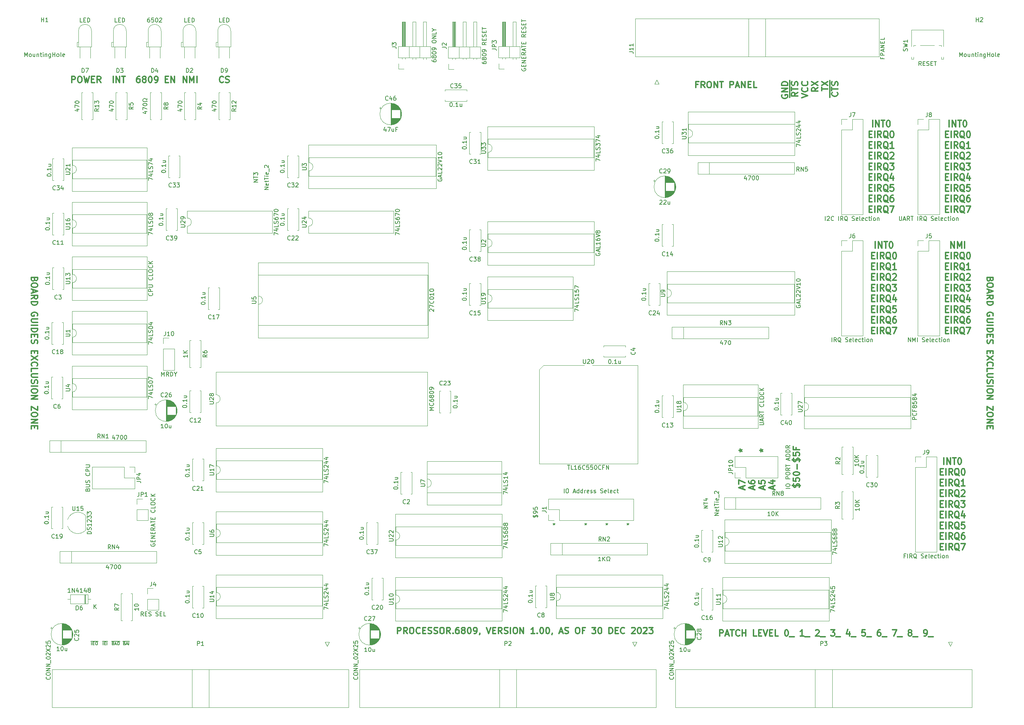
<source format=gbr>
%TF.GenerationSoftware,KiCad,Pcbnew,(6.0.11)*%
%TF.CreationDate,2023-12-31T10:05:36-06:00*%
%TF.ProjectId,processor.6809,70726f63-6573-4736-9f72-2e363830392e,v1.00*%
%TF.SameCoordinates,Original*%
%TF.FileFunction,Legend,Top*%
%TF.FilePolarity,Positive*%
%FSLAX46Y46*%
G04 Gerber Fmt 4.6, Leading zero omitted, Abs format (unit mm)*
G04 Created by KiCad (PCBNEW (6.0.11)) date 2023-12-31 10:05:36*
%MOMM*%
%LPD*%
G01*
G04 APERTURE LIST*
%ADD10C,0.300000*%
%ADD11C,0.175000*%
%ADD12C,0.150000*%
%ADD13C,0.120000*%
G04 APERTURE END LIST*
D10*
X37607142Y-133285714D02*
X37535714Y-133500000D01*
X37464285Y-133571428D01*
X37321428Y-133642857D01*
X37107142Y-133642857D01*
X36964285Y-133571428D01*
X36892857Y-133500000D01*
X36821428Y-133357142D01*
X36821428Y-132785714D01*
X38321428Y-132785714D01*
X38321428Y-133285714D01*
X38250000Y-133428571D01*
X38178571Y-133500000D01*
X38035714Y-133571428D01*
X37892857Y-133571428D01*
X37750000Y-133500000D01*
X37678571Y-133428571D01*
X37607142Y-133285714D01*
X37607142Y-132785714D01*
X38321428Y-134571428D02*
X38321428Y-134857142D01*
X38250000Y-135000000D01*
X38107142Y-135142857D01*
X37821428Y-135214285D01*
X37321428Y-135214285D01*
X37035714Y-135142857D01*
X36892857Y-135000000D01*
X36821428Y-134857142D01*
X36821428Y-134571428D01*
X36892857Y-134428571D01*
X37035714Y-134285714D01*
X37321428Y-134214285D01*
X37821428Y-134214285D01*
X38107142Y-134285714D01*
X38250000Y-134428571D01*
X38321428Y-134571428D01*
X37250000Y-135785714D02*
X37250000Y-136500000D01*
X36821428Y-135642857D02*
X38321428Y-136142857D01*
X36821428Y-136642857D01*
X36821428Y-138000000D02*
X37535714Y-137500000D01*
X36821428Y-137142857D02*
X38321428Y-137142857D01*
X38321428Y-137714285D01*
X38250000Y-137857142D01*
X38178571Y-137928571D01*
X38035714Y-138000000D01*
X37821428Y-138000000D01*
X37678571Y-137928571D01*
X37607142Y-137857142D01*
X37535714Y-137714285D01*
X37535714Y-137142857D01*
X36821428Y-138642857D02*
X38321428Y-138642857D01*
X38321428Y-139000000D01*
X38250000Y-139214285D01*
X38107142Y-139357142D01*
X37964285Y-139428571D01*
X37678571Y-139500000D01*
X37464285Y-139500000D01*
X37178571Y-139428571D01*
X37035714Y-139357142D01*
X36892857Y-139214285D01*
X36821428Y-139000000D01*
X36821428Y-138642857D01*
X38250000Y-142071428D02*
X38321428Y-141928571D01*
X38321428Y-141714285D01*
X38250000Y-141500000D01*
X38107142Y-141357142D01*
X37964285Y-141285714D01*
X37678571Y-141214285D01*
X37464285Y-141214285D01*
X37178571Y-141285714D01*
X37035714Y-141357142D01*
X36892857Y-141500000D01*
X36821428Y-141714285D01*
X36821428Y-141857142D01*
X36892857Y-142071428D01*
X36964285Y-142142857D01*
X37464285Y-142142857D01*
X37464285Y-141857142D01*
X38321428Y-142785714D02*
X37107142Y-142785714D01*
X36964285Y-142857142D01*
X36892857Y-142928571D01*
X36821428Y-143071428D01*
X36821428Y-143357142D01*
X36892857Y-143500000D01*
X36964285Y-143571428D01*
X37107142Y-143642857D01*
X38321428Y-143642857D01*
X36821428Y-144357142D02*
X38321428Y-144357142D01*
X36821428Y-145071428D02*
X38321428Y-145071428D01*
X38321428Y-145428571D01*
X38250000Y-145642857D01*
X38107142Y-145785714D01*
X37964285Y-145857142D01*
X37678571Y-145928571D01*
X37464285Y-145928571D01*
X37178571Y-145857142D01*
X37035714Y-145785714D01*
X36892857Y-145642857D01*
X36821428Y-145428571D01*
X36821428Y-145071428D01*
X37607142Y-146571428D02*
X37607142Y-147071428D01*
X36821428Y-147285714D02*
X36821428Y-146571428D01*
X38321428Y-146571428D01*
X38321428Y-147285714D01*
X36892857Y-147857142D02*
X36821428Y-148071428D01*
X36821428Y-148428571D01*
X36892857Y-148571428D01*
X36964285Y-148642857D01*
X37107142Y-148714285D01*
X37250000Y-148714285D01*
X37392857Y-148642857D01*
X37464285Y-148571428D01*
X37535714Y-148428571D01*
X37607142Y-148142857D01*
X37678571Y-148000000D01*
X37750000Y-147928571D01*
X37892857Y-147857142D01*
X38035714Y-147857142D01*
X38178571Y-147928571D01*
X38250000Y-148000000D01*
X38321428Y-148142857D01*
X38321428Y-148500000D01*
X38250000Y-148714285D01*
X37607142Y-150500000D02*
X37607142Y-151000000D01*
X36821428Y-151214285D02*
X36821428Y-150500000D01*
X38321428Y-150500000D01*
X38321428Y-151214285D01*
X38321428Y-151714285D02*
X36821428Y-152714285D01*
X38321428Y-152714285D02*
X36821428Y-151714285D01*
X36964285Y-154142857D02*
X36892857Y-154071428D01*
X36821428Y-153857142D01*
X36821428Y-153714285D01*
X36892857Y-153500000D01*
X37035714Y-153357142D01*
X37178571Y-153285714D01*
X37464285Y-153214285D01*
X37678571Y-153214285D01*
X37964285Y-153285714D01*
X38107142Y-153357142D01*
X38250000Y-153500000D01*
X38321428Y-153714285D01*
X38321428Y-153857142D01*
X38250000Y-154071428D01*
X38178571Y-154142857D01*
X36821428Y-155500000D02*
X36821428Y-154785714D01*
X38321428Y-154785714D01*
X38321428Y-156000000D02*
X37107142Y-156000000D01*
X36964285Y-156071428D01*
X36892857Y-156142857D01*
X36821428Y-156285714D01*
X36821428Y-156571428D01*
X36892857Y-156714285D01*
X36964285Y-156785714D01*
X37107142Y-156857142D01*
X38321428Y-156857142D01*
X36892857Y-157500000D02*
X36821428Y-157714285D01*
X36821428Y-158071428D01*
X36892857Y-158214285D01*
X36964285Y-158285714D01*
X37107142Y-158357142D01*
X37250000Y-158357142D01*
X37392857Y-158285714D01*
X37464285Y-158214285D01*
X37535714Y-158071428D01*
X37607142Y-157785714D01*
X37678571Y-157642857D01*
X37750000Y-157571428D01*
X37892857Y-157500000D01*
X38035714Y-157500000D01*
X38178571Y-157571428D01*
X38250000Y-157642857D01*
X38321428Y-157785714D01*
X38321428Y-158142857D01*
X38250000Y-158357142D01*
X36821428Y-159000000D02*
X38321428Y-159000000D01*
X38321428Y-160000000D02*
X38321428Y-160285714D01*
X38250000Y-160428571D01*
X38107142Y-160571428D01*
X37821428Y-160642857D01*
X37321428Y-160642857D01*
X37035714Y-160571428D01*
X36892857Y-160428571D01*
X36821428Y-160285714D01*
X36821428Y-160000000D01*
X36892857Y-159857142D01*
X37035714Y-159714285D01*
X37321428Y-159642857D01*
X37821428Y-159642857D01*
X38107142Y-159714285D01*
X38250000Y-159857142D01*
X38321428Y-160000000D01*
X36821428Y-161285714D02*
X38321428Y-161285714D01*
X36821428Y-162142857D01*
X38321428Y-162142857D01*
X38321428Y-163857142D02*
X38321428Y-164857142D01*
X36821428Y-163857142D01*
X36821428Y-164857142D01*
X38321428Y-165714285D02*
X38321428Y-166000000D01*
X38250000Y-166142857D01*
X38107142Y-166285714D01*
X37821428Y-166357142D01*
X37321428Y-166357142D01*
X37035714Y-166285714D01*
X36892857Y-166142857D01*
X36821428Y-166000000D01*
X36821428Y-165714285D01*
X36892857Y-165571428D01*
X37035714Y-165428571D01*
X37321428Y-165357142D01*
X37821428Y-165357142D01*
X38107142Y-165428571D01*
X38250000Y-165571428D01*
X38321428Y-165714285D01*
X36821428Y-167000000D02*
X38321428Y-167000000D01*
X36821428Y-167857142D01*
X38321428Y-167857142D01*
X37607142Y-168571428D02*
X37607142Y-169071428D01*
X36821428Y-169285714D02*
X36821428Y-168571428D01*
X38321428Y-168571428D01*
X38321428Y-169285714D01*
X83010000Y-85755714D02*
X82938571Y-85827142D01*
X82724285Y-85898571D01*
X82581428Y-85898571D01*
X82367142Y-85827142D01*
X82224285Y-85684285D01*
X82152857Y-85541428D01*
X82081428Y-85255714D01*
X82081428Y-85041428D01*
X82152857Y-84755714D01*
X82224285Y-84612857D01*
X82367142Y-84470000D01*
X82581428Y-84398571D01*
X82724285Y-84398571D01*
X82938571Y-84470000D01*
X83010000Y-84541428D01*
X83581428Y-85827142D02*
X83795714Y-85898571D01*
X84152857Y-85898571D01*
X84295714Y-85827142D01*
X84367142Y-85755714D01*
X84438571Y-85612857D01*
X84438571Y-85470000D01*
X84367142Y-85327142D01*
X84295714Y-85255714D01*
X84152857Y-85184285D01*
X83867142Y-85112857D01*
X83724285Y-85041428D01*
X83652857Y-84970000D01*
X83581428Y-84827142D01*
X83581428Y-84684285D01*
X83652857Y-84541428D01*
X83724285Y-84470000D01*
X83867142Y-84398571D01*
X84224285Y-84398571D01*
X84438571Y-84470000D01*
X208127500Y-183821428D02*
X208127500Y-183107142D01*
X208556071Y-183964285D02*
X207056071Y-183464285D01*
X208556071Y-182964285D01*
X207056071Y-182607142D02*
X207056071Y-181607142D01*
X208556071Y-182250000D01*
X210542500Y-183821428D02*
X210542500Y-183107142D01*
X210971071Y-183964285D02*
X209471071Y-183464285D01*
X210971071Y-182964285D01*
X209471071Y-181821428D02*
X209471071Y-182107142D01*
X209542500Y-182250000D01*
X209613928Y-182321428D01*
X209828214Y-182464285D01*
X210113928Y-182535714D01*
X210685357Y-182535714D01*
X210828214Y-182464285D01*
X210899642Y-182392857D01*
X210971071Y-182250000D01*
X210971071Y-181964285D01*
X210899642Y-181821428D01*
X210828214Y-181750000D01*
X210685357Y-181678571D01*
X210328214Y-181678571D01*
X210185357Y-181750000D01*
X210113928Y-181821428D01*
X210042500Y-181964285D01*
X210042500Y-182250000D01*
X210113928Y-182392857D01*
X210185357Y-182464285D01*
X210328214Y-182535714D01*
X212957500Y-183821428D02*
X212957500Y-183107142D01*
X213386071Y-183964285D02*
X211886071Y-183464285D01*
X213386071Y-182964285D01*
X211886071Y-181750000D02*
X211886071Y-182464285D01*
X212600357Y-182535714D01*
X212528928Y-182464285D01*
X212457500Y-182321428D01*
X212457500Y-181964285D01*
X212528928Y-181821428D01*
X212600357Y-181750000D01*
X212743214Y-181678571D01*
X213100357Y-181678571D01*
X213243214Y-181750000D01*
X213314642Y-181821428D01*
X213386071Y-181964285D01*
X213386071Y-182321428D01*
X213314642Y-182464285D01*
X213243214Y-182535714D01*
X215372500Y-183821428D02*
X215372500Y-183107142D01*
X215801071Y-183964285D02*
X214301071Y-183464285D01*
X215801071Y-182964285D01*
X214801071Y-181821428D02*
X215801071Y-181821428D01*
X214229642Y-182178571D02*
X215301071Y-182535714D01*
X215301071Y-181607142D01*
D11*
X53908000Y-220419000D02*
X54241333Y-220419000D01*
X54074666Y-221316666D02*
X54074666Y-220616666D01*
X54241333Y-220419000D02*
X54874666Y-220419000D01*
X54408000Y-220950000D02*
X54641333Y-220950000D01*
X54741333Y-221316666D02*
X54408000Y-221316666D01*
X54408000Y-220616666D01*
X54741333Y-220616666D01*
X54874666Y-220419000D02*
X55208000Y-220419000D01*
X55041333Y-221316666D02*
X55041333Y-220616666D01*
X56081333Y-220419000D02*
X56781333Y-220419000D01*
X56481333Y-220950000D02*
X56581333Y-220983333D01*
X56614666Y-221016666D01*
X56648000Y-221083333D01*
X56648000Y-221183333D01*
X56614666Y-221250000D01*
X56581333Y-221283333D01*
X56514666Y-221316666D01*
X56248000Y-221316666D01*
X56248000Y-220616666D01*
X56481333Y-220616666D01*
X56548000Y-220650000D01*
X56581333Y-220683333D01*
X56614666Y-220750000D01*
X56614666Y-220816666D01*
X56581333Y-220883333D01*
X56548000Y-220916666D01*
X56481333Y-220950000D01*
X56248000Y-220950000D01*
X56781333Y-220419000D02*
X57381333Y-220419000D01*
X56914666Y-221116666D02*
X57248000Y-221116666D01*
X56848000Y-221316666D02*
X57081333Y-220616666D01*
X57314666Y-221316666D01*
X57381333Y-220419000D02*
X58114666Y-220419000D01*
X57681333Y-220616666D02*
X57814666Y-220616666D01*
X57881333Y-220650000D01*
X57948000Y-220716666D01*
X57981333Y-220850000D01*
X57981333Y-221083333D01*
X57948000Y-221216666D01*
X57881333Y-221283333D01*
X57814666Y-221316666D01*
X57681333Y-221316666D01*
X57614666Y-221283333D01*
X57548000Y-221216666D01*
X57514666Y-221083333D01*
X57514666Y-220850000D01*
X57548000Y-220716666D01*
X57614666Y-220650000D01*
X57681333Y-220616666D01*
X58821333Y-220419000D02*
X59521333Y-220419000D01*
X59221333Y-220950000D02*
X59321333Y-220983333D01*
X59354666Y-221016666D01*
X59388000Y-221083333D01*
X59388000Y-221183333D01*
X59354666Y-221250000D01*
X59321333Y-221283333D01*
X59254666Y-221316666D01*
X58988000Y-221316666D01*
X58988000Y-220616666D01*
X59221333Y-220616666D01*
X59288000Y-220650000D01*
X59321333Y-220683333D01*
X59354666Y-220750000D01*
X59354666Y-220816666D01*
X59321333Y-220883333D01*
X59288000Y-220916666D01*
X59221333Y-220950000D01*
X58988000Y-220950000D01*
X59521333Y-220419000D02*
X60121333Y-220419000D01*
X59654666Y-221116666D02*
X59988000Y-221116666D01*
X59588000Y-221316666D02*
X59821333Y-220616666D01*
X60054666Y-221316666D01*
X60121333Y-220419000D02*
X60454666Y-220419000D01*
X60288000Y-221316666D02*
X60288000Y-220616666D01*
D10*
X239938571Y-125804809D02*
X239938571Y-124204809D01*
X240652857Y-125804809D02*
X240652857Y-124204809D01*
X241510000Y-125804809D01*
X241510000Y-124204809D01*
X242010000Y-124204809D02*
X242867142Y-124204809D01*
X242438571Y-125804809D02*
X242438571Y-124204809D01*
X243652857Y-124204809D02*
X243795714Y-124204809D01*
X243938571Y-124281000D01*
X244010000Y-124357190D01*
X244081428Y-124509571D01*
X244152857Y-124814333D01*
X244152857Y-125195285D01*
X244081428Y-125500047D01*
X244010000Y-125652428D01*
X243938571Y-125728619D01*
X243795714Y-125804809D01*
X243652857Y-125804809D01*
X243510000Y-125728619D01*
X243438571Y-125652428D01*
X243367142Y-125500047D01*
X243295714Y-125195285D01*
X243295714Y-124814333D01*
X243367142Y-124509571D01*
X243438571Y-124357190D01*
X243510000Y-124281000D01*
X243652857Y-124204809D01*
X239081428Y-127542714D02*
X239581428Y-127542714D01*
X239795714Y-128380809D02*
X239081428Y-128380809D01*
X239081428Y-126780809D01*
X239795714Y-126780809D01*
X240438571Y-128380809D02*
X240438571Y-126780809D01*
X242010000Y-128380809D02*
X241510000Y-127618904D01*
X241152857Y-128380809D02*
X241152857Y-126780809D01*
X241724285Y-126780809D01*
X241867142Y-126857000D01*
X241938571Y-126933190D01*
X242010000Y-127085571D01*
X242010000Y-127314142D01*
X241938571Y-127466523D01*
X241867142Y-127542714D01*
X241724285Y-127618904D01*
X241152857Y-127618904D01*
X243652857Y-128533190D02*
X243510000Y-128457000D01*
X243367142Y-128304619D01*
X243152857Y-128076047D01*
X243010000Y-127999857D01*
X242867142Y-127999857D01*
X242938571Y-128380809D02*
X242795714Y-128304619D01*
X242652857Y-128152238D01*
X242581428Y-127847476D01*
X242581428Y-127314142D01*
X242652857Y-127009380D01*
X242795714Y-126857000D01*
X242938571Y-126780809D01*
X243224285Y-126780809D01*
X243367142Y-126857000D01*
X243510000Y-127009380D01*
X243581428Y-127314142D01*
X243581428Y-127847476D01*
X243510000Y-128152238D01*
X243367142Y-128304619D01*
X243224285Y-128380809D01*
X242938571Y-128380809D01*
X244510000Y-126780809D02*
X244652857Y-126780809D01*
X244795714Y-126857000D01*
X244867142Y-126933190D01*
X244938571Y-127085571D01*
X245010000Y-127390333D01*
X245010000Y-127771285D01*
X244938571Y-128076047D01*
X244867142Y-128228428D01*
X244795714Y-128304619D01*
X244652857Y-128380809D01*
X244510000Y-128380809D01*
X244367142Y-128304619D01*
X244295714Y-128228428D01*
X244224285Y-128076047D01*
X244152857Y-127771285D01*
X244152857Y-127390333D01*
X244224285Y-127085571D01*
X244295714Y-126933190D01*
X244367142Y-126857000D01*
X244510000Y-126780809D01*
X239081428Y-130118714D02*
X239581428Y-130118714D01*
X239795714Y-130956809D02*
X239081428Y-130956809D01*
X239081428Y-129356809D01*
X239795714Y-129356809D01*
X240438571Y-130956809D02*
X240438571Y-129356809D01*
X242010000Y-130956809D02*
X241510000Y-130194904D01*
X241152857Y-130956809D02*
X241152857Y-129356809D01*
X241724285Y-129356809D01*
X241867142Y-129433000D01*
X241938571Y-129509190D01*
X242010000Y-129661571D01*
X242010000Y-129890142D01*
X241938571Y-130042523D01*
X241867142Y-130118714D01*
X241724285Y-130194904D01*
X241152857Y-130194904D01*
X243652857Y-131109190D02*
X243510000Y-131033000D01*
X243367142Y-130880619D01*
X243152857Y-130652047D01*
X243010000Y-130575857D01*
X242867142Y-130575857D01*
X242938571Y-130956809D02*
X242795714Y-130880619D01*
X242652857Y-130728238D01*
X242581428Y-130423476D01*
X242581428Y-129890142D01*
X242652857Y-129585380D01*
X242795714Y-129433000D01*
X242938571Y-129356809D01*
X243224285Y-129356809D01*
X243367142Y-129433000D01*
X243510000Y-129585380D01*
X243581428Y-129890142D01*
X243581428Y-130423476D01*
X243510000Y-130728238D01*
X243367142Y-130880619D01*
X243224285Y-130956809D01*
X242938571Y-130956809D01*
X245010000Y-130956809D02*
X244152857Y-130956809D01*
X244581428Y-130956809D02*
X244581428Y-129356809D01*
X244438571Y-129585380D01*
X244295714Y-129737761D01*
X244152857Y-129813952D01*
X239081428Y-132694714D02*
X239581428Y-132694714D01*
X239795714Y-133532809D02*
X239081428Y-133532809D01*
X239081428Y-131932809D01*
X239795714Y-131932809D01*
X240438571Y-133532809D02*
X240438571Y-131932809D01*
X242010000Y-133532809D02*
X241510000Y-132770904D01*
X241152857Y-133532809D02*
X241152857Y-131932809D01*
X241724285Y-131932809D01*
X241867142Y-132009000D01*
X241938571Y-132085190D01*
X242010000Y-132237571D01*
X242010000Y-132466142D01*
X241938571Y-132618523D01*
X241867142Y-132694714D01*
X241724285Y-132770904D01*
X241152857Y-132770904D01*
X243652857Y-133685190D02*
X243510000Y-133609000D01*
X243367142Y-133456619D01*
X243152857Y-133228047D01*
X243010000Y-133151857D01*
X242867142Y-133151857D01*
X242938571Y-133532809D02*
X242795714Y-133456619D01*
X242652857Y-133304238D01*
X242581428Y-132999476D01*
X242581428Y-132466142D01*
X242652857Y-132161380D01*
X242795714Y-132009000D01*
X242938571Y-131932809D01*
X243224285Y-131932809D01*
X243367142Y-132009000D01*
X243510000Y-132161380D01*
X243581428Y-132466142D01*
X243581428Y-132999476D01*
X243510000Y-133304238D01*
X243367142Y-133456619D01*
X243224285Y-133532809D01*
X242938571Y-133532809D01*
X244152857Y-132085190D02*
X244224285Y-132009000D01*
X244367142Y-131932809D01*
X244724285Y-131932809D01*
X244867142Y-132009000D01*
X244938571Y-132085190D01*
X245010000Y-132237571D01*
X245010000Y-132389952D01*
X244938571Y-132618523D01*
X244081428Y-133532809D01*
X245010000Y-133532809D01*
X239081428Y-135270714D02*
X239581428Y-135270714D01*
X239795714Y-136108809D02*
X239081428Y-136108809D01*
X239081428Y-134508809D01*
X239795714Y-134508809D01*
X240438571Y-136108809D02*
X240438571Y-134508809D01*
X242010000Y-136108809D02*
X241510000Y-135346904D01*
X241152857Y-136108809D02*
X241152857Y-134508809D01*
X241724285Y-134508809D01*
X241867142Y-134585000D01*
X241938571Y-134661190D01*
X242010000Y-134813571D01*
X242010000Y-135042142D01*
X241938571Y-135194523D01*
X241867142Y-135270714D01*
X241724285Y-135346904D01*
X241152857Y-135346904D01*
X243652857Y-136261190D02*
X243510000Y-136185000D01*
X243367142Y-136032619D01*
X243152857Y-135804047D01*
X243010000Y-135727857D01*
X242867142Y-135727857D01*
X242938571Y-136108809D02*
X242795714Y-136032619D01*
X242652857Y-135880238D01*
X242581428Y-135575476D01*
X242581428Y-135042142D01*
X242652857Y-134737380D01*
X242795714Y-134585000D01*
X242938571Y-134508809D01*
X243224285Y-134508809D01*
X243367142Y-134585000D01*
X243510000Y-134737380D01*
X243581428Y-135042142D01*
X243581428Y-135575476D01*
X243510000Y-135880238D01*
X243367142Y-136032619D01*
X243224285Y-136108809D01*
X242938571Y-136108809D01*
X244081428Y-134508809D02*
X245010000Y-134508809D01*
X244510000Y-135118333D01*
X244724285Y-135118333D01*
X244867142Y-135194523D01*
X244938571Y-135270714D01*
X245010000Y-135423095D01*
X245010000Y-135804047D01*
X244938571Y-135956428D01*
X244867142Y-136032619D01*
X244724285Y-136108809D01*
X244295714Y-136108809D01*
X244152857Y-136032619D01*
X244081428Y-135956428D01*
X239081428Y-137846714D02*
X239581428Y-137846714D01*
X239795714Y-138684809D02*
X239081428Y-138684809D01*
X239081428Y-137084809D01*
X239795714Y-137084809D01*
X240438571Y-138684809D02*
X240438571Y-137084809D01*
X242010000Y-138684809D02*
X241510000Y-137922904D01*
X241152857Y-138684809D02*
X241152857Y-137084809D01*
X241724285Y-137084809D01*
X241867142Y-137161000D01*
X241938571Y-137237190D01*
X242010000Y-137389571D01*
X242010000Y-137618142D01*
X241938571Y-137770523D01*
X241867142Y-137846714D01*
X241724285Y-137922904D01*
X241152857Y-137922904D01*
X243652857Y-138837190D02*
X243510000Y-138761000D01*
X243367142Y-138608619D01*
X243152857Y-138380047D01*
X243010000Y-138303857D01*
X242867142Y-138303857D01*
X242938571Y-138684809D02*
X242795714Y-138608619D01*
X242652857Y-138456238D01*
X242581428Y-138151476D01*
X242581428Y-137618142D01*
X242652857Y-137313380D01*
X242795714Y-137161000D01*
X242938571Y-137084809D01*
X243224285Y-137084809D01*
X243367142Y-137161000D01*
X243510000Y-137313380D01*
X243581428Y-137618142D01*
X243581428Y-138151476D01*
X243510000Y-138456238D01*
X243367142Y-138608619D01*
X243224285Y-138684809D01*
X242938571Y-138684809D01*
X244867142Y-137618142D02*
X244867142Y-138684809D01*
X244510000Y-137008619D02*
X244152857Y-138151476D01*
X245081428Y-138151476D01*
X239081428Y-140422714D02*
X239581428Y-140422714D01*
X239795714Y-141260809D02*
X239081428Y-141260809D01*
X239081428Y-139660809D01*
X239795714Y-139660809D01*
X240438571Y-141260809D02*
X240438571Y-139660809D01*
X242010000Y-141260809D02*
X241510000Y-140498904D01*
X241152857Y-141260809D02*
X241152857Y-139660809D01*
X241724285Y-139660809D01*
X241867142Y-139737000D01*
X241938571Y-139813190D01*
X242010000Y-139965571D01*
X242010000Y-140194142D01*
X241938571Y-140346523D01*
X241867142Y-140422714D01*
X241724285Y-140498904D01*
X241152857Y-140498904D01*
X243652857Y-141413190D02*
X243510000Y-141337000D01*
X243367142Y-141184619D01*
X243152857Y-140956047D01*
X243010000Y-140879857D01*
X242867142Y-140879857D01*
X242938571Y-141260809D02*
X242795714Y-141184619D01*
X242652857Y-141032238D01*
X242581428Y-140727476D01*
X242581428Y-140194142D01*
X242652857Y-139889380D01*
X242795714Y-139737000D01*
X242938571Y-139660809D01*
X243224285Y-139660809D01*
X243367142Y-139737000D01*
X243510000Y-139889380D01*
X243581428Y-140194142D01*
X243581428Y-140727476D01*
X243510000Y-141032238D01*
X243367142Y-141184619D01*
X243224285Y-141260809D01*
X242938571Y-141260809D01*
X244938571Y-139660809D02*
X244224285Y-139660809D01*
X244152857Y-140422714D01*
X244224285Y-140346523D01*
X244367142Y-140270333D01*
X244724285Y-140270333D01*
X244867142Y-140346523D01*
X244938571Y-140422714D01*
X245010000Y-140575095D01*
X245010000Y-140956047D01*
X244938571Y-141108428D01*
X244867142Y-141184619D01*
X244724285Y-141260809D01*
X244367142Y-141260809D01*
X244224285Y-141184619D01*
X244152857Y-141108428D01*
X239081428Y-142998714D02*
X239581428Y-142998714D01*
X239795714Y-143836809D02*
X239081428Y-143836809D01*
X239081428Y-142236809D01*
X239795714Y-142236809D01*
X240438571Y-143836809D02*
X240438571Y-142236809D01*
X242010000Y-143836809D02*
X241510000Y-143074904D01*
X241152857Y-143836809D02*
X241152857Y-142236809D01*
X241724285Y-142236809D01*
X241867142Y-142313000D01*
X241938571Y-142389190D01*
X242010000Y-142541571D01*
X242010000Y-142770142D01*
X241938571Y-142922523D01*
X241867142Y-142998714D01*
X241724285Y-143074904D01*
X241152857Y-143074904D01*
X243652857Y-143989190D02*
X243510000Y-143913000D01*
X243367142Y-143760619D01*
X243152857Y-143532047D01*
X243010000Y-143455857D01*
X242867142Y-143455857D01*
X242938571Y-143836809D02*
X242795714Y-143760619D01*
X242652857Y-143608238D01*
X242581428Y-143303476D01*
X242581428Y-142770142D01*
X242652857Y-142465380D01*
X242795714Y-142313000D01*
X242938571Y-142236809D01*
X243224285Y-142236809D01*
X243367142Y-142313000D01*
X243510000Y-142465380D01*
X243581428Y-142770142D01*
X243581428Y-143303476D01*
X243510000Y-143608238D01*
X243367142Y-143760619D01*
X243224285Y-143836809D01*
X242938571Y-143836809D01*
X244867142Y-142236809D02*
X244581428Y-142236809D01*
X244438571Y-142313000D01*
X244367142Y-142389190D01*
X244224285Y-142617761D01*
X244152857Y-142922523D01*
X244152857Y-143532047D01*
X244224285Y-143684428D01*
X244295714Y-143760619D01*
X244438571Y-143836809D01*
X244724285Y-143836809D01*
X244867142Y-143760619D01*
X244938571Y-143684428D01*
X245010000Y-143532047D01*
X245010000Y-143151095D01*
X244938571Y-142998714D01*
X244867142Y-142922523D01*
X244724285Y-142846333D01*
X244438571Y-142846333D01*
X244295714Y-142922523D01*
X244224285Y-142998714D01*
X244152857Y-143151095D01*
X239081428Y-145574714D02*
X239581428Y-145574714D01*
X239795714Y-146412809D02*
X239081428Y-146412809D01*
X239081428Y-144812809D01*
X239795714Y-144812809D01*
X240438571Y-146412809D02*
X240438571Y-144812809D01*
X242010000Y-146412809D02*
X241510000Y-145650904D01*
X241152857Y-146412809D02*
X241152857Y-144812809D01*
X241724285Y-144812809D01*
X241867142Y-144889000D01*
X241938571Y-144965190D01*
X242010000Y-145117571D01*
X242010000Y-145346142D01*
X241938571Y-145498523D01*
X241867142Y-145574714D01*
X241724285Y-145650904D01*
X241152857Y-145650904D01*
X243652857Y-146565190D02*
X243510000Y-146489000D01*
X243367142Y-146336619D01*
X243152857Y-146108047D01*
X243010000Y-146031857D01*
X242867142Y-146031857D01*
X242938571Y-146412809D02*
X242795714Y-146336619D01*
X242652857Y-146184238D01*
X242581428Y-145879476D01*
X242581428Y-145346142D01*
X242652857Y-145041380D01*
X242795714Y-144889000D01*
X242938571Y-144812809D01*
X243224285Y-144812809D01*
X243367142Y-144889000D01*
X243510000Y-145041380D01*
X243581428Y-145346142D01*
X243581428Y-145879476D01*
X243510000Y-146184238D01*
X243367142Y-146336619D01*
X243224285Y-146412809D01*
X242938571Y-146412809D01*
X244081428Y-144812809D02*
X245081428Y-144812809D01*
X244438571Y-146412809D01*
X46535714Y-85898571D02*
X46535714Y-84398571D01*
X47107142Y-84398571D01*
X47250000Y-84470000D01*
X47321428Y-84541428D01*
X47392857Y-84684285D01*
X47392857Y-84898571D01*
X47321428Y-85041428D01*
X47250000Y-85112857D01*
X47107142Y-85184285D01*
X46535714Y-85184285D01*
X48321428Y-84398571D02*
X48607142Y-84398571D01*
X48750000Y-84470000D01*
X48892857Y-84612857D01*
X48964285Y-84898571D01*
X48964285Y-85398571D01*
X48892857Y-85684285D01*
X48750000Y-85827142D01*
X48607142Y-85898571D01*
X48321428Y-85898571D01*
X48178571Y-85827142D01*
X48035714Y-85684285D01*
X47964285Y-85398571D01*
X47964285Y-84898571D01*
X48035714Y-84612857D01*
X48178571Y-84470000D01*
X48321428Y-84398571D01*
X49464285Y-84398571D02*
X49821428Y-85898571D01*
X50107142Y-84827142D01*
X50392857Y-85898571D01*
X50750000Y-84398571D01*
X51321428Y-85112857D02*
X51821428Y-85112857D01*
X52035714Y-85898571D02*
X51321428Y-85898571D01*
X51321428Y-84398571D01*
X52035714Y-84398571D01*
X53535714Y-85898571D02*
X53035714Y-85184285D01*
X52678571Y-85898571D02*
X52678571Y-84398571D01*
X53250000Y-84398571D01*
X53392857Y-84470000D01*
X53464285Y-84541428D01*
X53535714Y-84684285D01*
X53535714Y-84898571D01*
X53464285Y-85041428D01*
X53392857Y-85112857D01*
X53250000Y-85184285D01*
X52678571Y-85184285D01*
X267607142Y-133285714D02*
X267535714Y-133500000D01*
X267464285Y-133571428D01*
X267321428Y-133642857D01*
X267107142Y-133642857D01*
X266964285Y-133571428D01*
X266892857Y-133500000D01*
X266821428Y-133357142D01*
X266821428Y-132785714D01*
X268321428Y-132785714D01*
X268321428Y-133285714D01*
X268250000Y-133428571D01*
X268178571Y-133500000D01*
X268035714Y-133571428D01*
X267892857Y-133571428D01*
X267750000Y-133500000D01*
X267678571Y-133428571D01*
X267607142Y-133285714D01*
X267607142Y-132785714D01*
X268321428Y-134571428D02*
X268321428Y-134857142D01*
X268250000Y-135000000D01*
X268107142Y-135142857D01*
X267821428Y-135214285D01*
X267321428Y-135214285D01*
X267035714Y-135142857D01*
X266892857Y-135000000D01*
X266821428Y-134857142D01*
X266821428Y-134571428D01*
X266892857Y-134428571D01*
X267035714Y-134285714D01*
X267321428Y-134214285D01*
X267821428Y-134214285D01*
X268107142Y-134285714D01*
X268250000Y-134428571D01*
X268321428Y-134571428D01*
X267250000Y-135785714D02*
X267250000Y-136500000D01*
X266821428Y-135642857D02*
X268321428Y-136142857D01*
X266821428Y-136642857D01*
X266821428Y-138000000D02*
X267535714Y-137500000D01*
X266821428Y-137142857D02*
X268321428Y-137142857D01*
X268321428Y-137714285D01*
X268250000Y-137857142D01*
X268178571Y-137928571D01*
X268035714Y-138000000D01*
X267821428Y-138000000D01*
X267678571Y-137928571D01*
X267607142Y-137857142D01*
X267535714Y-137714285D01*
X267535714Y-137142857D01*
X266821428Y-138642857D02*
X268321428Y-138642857D01*
X268321428Y-139000000D01*
X268250000Y-139214285D01*
X268107142Y-139357142D01*
X267964285Y-139428571D01*
X267678571Y-139500000D01*
X267464285Y-139500000D01*
X267178571Y-139428571D01*
X267035714Y-139357142D01*
X266892857Y-139214285D01*
X266821428Y-139000000D01*
X266821428Y-138642857D01*
X268250000Y-142071428D02*
X268321428Y-141928571D01*
X268321428Y-141714285D01*
X268250000Y-141500000D01*
X268107142Y-141357142D01*
X267964285Y-141285714D01*
X267678571Y-141214285D01*
X267464285Y-141214285D01*
X267178571Y-141285714D01*
X267035714Y-141357142D01*
X266892857Y-141500000D01*
X266821428Y-141714285D01*
X266821428Y-141857142D01*
X266892857Y-142071428D01*
X266964285Y-142142857D01*
X267464285Y-142142857D01*
X267464285Y-141857142D01*
X268321428Y-142785714D02*
X267107142Y-142785714D01*
X266964285Y-142857142D01*
X266892857Y-142928571D01*
X266821428Y-143071428D01*
X266821428Y-143357142D01*
X266892857Y-143500000D01*
X266964285Y-143571428D01*
X267107142Y-143642857D01*
X268321428Y-143642857D01*
X266821428Y-144357142D02*
X268321428Y-144357142D01*
X266821428Y-145071428D02*
X268321428Y-145071428D01*
X268321428Y-145428571D01*
X268250000Y-145642857D01*
X268107142Y-145785714D01*
X267964285Y-145857142D01*
X267678571Y-145928571D01*
X267464285Y-145928571D01*
X267178571Y-145857142D01*
X267035714Y-145785714D01*
X266892857Y-145642857D01*
X266821428Y-145428571D01*
X266821428Y-145071428D01*
X267607142Y-146571428D02*
X267607142Y-147071428D01*
X266821428Y-147285714D02*
X266821428Y-146571428D01*
X268321428Y-146571428D01*
X268321428Y-147285714D01*
X266892857Y-147857142D02*
X266821428Y-148071428D01*
X266821428Y-148428571D01*
X266892857Y-148571428D01*
X266964285Y-148642857D01*
X267107142Y-148714285D01*
X267250000Y-148714285D01*
X267392857Y-148642857D01*
X267464285Y-148571428D01*
X267535714Y-148428571D01*
X267607142Y-148142857D01*
X267678571Y-148000000D01*
X267750000Y-147928571D01*
X267892857Y-147857142D01*
X268035714Y-147857142D01*
X268178571Y-147928571D01*
X268250000Y-148000000D01*
X268321428Y-148142857D01*
X268321428Y-148500000D01*
X268250000Y-148714285D01*
X267607142Y-150500000D02*
X267607142Y-151000000D01*
X266821428Y-151214285D02*
X266821428Y-150500000D01*
X268321428Y-150500000D01*
X268321428Y-151214285D01*
X268321428Y-151714285D02*
X266821428Y-152714285D01*
X268321428Y-152714285D02*
X266821428Y-151714285D01*
X266964285Y-154142857D02*
X266892857Y-154071428D01*
X266821428Y-153857142D01*
X266821428Y-153714285D01*
X266892857Y-153500000D01*
X267035714Y-153357142D01*
X267178571Y-153285714D01*
X267464285Y-153214285D01*
X267678571Y-153214285D01*
X267964285Y-153285714D01*
X268107142Y-153357142D01*
X268250000Y-153500000D01*
X268321428Y-153714285D01*
X268321428Y-153857142D01*
X268250000Y-154071428D01*
X268178571Y-154142857D01*
X266821428Y-155500000D02*
X266821428Y-154785714D01*
X268321428Y-154785714D01*
X268321428Y-156000000D02*
X267107142Y-156000000D01*
X266964285Y-156071428D01*
X266892857Y-156142857D01*
X266821428Y-156285714D01*
X266821428Y-156571428D01*
X266892857Y-156714285D01*
X266964285Y-156785714D01*
X267107142Y-156857142D01*
X268321428Y-156857142D01*
X266892857Y-157500000D02*
X266821428Y-157714285D01*
X266821428Y-158071428D01*
X266892857Y-158214285D01*
X266964285Y-158285714D01*
X267107142Y-158357142D01*
X267250000Y-158357142D01*
X267392857Y-158285714D01*
X267464285Y-158214285D01*
X267535714Y-158071428D01*
X267607142Y-157785714D01*
X267678571Y-157642857D01*
X267750000Y-157571428D01*
X267892857Y-157500000D01*
X268035714Y-157500000D01*
X268178571Y-157571428D01*
X268250000Y-157642857D01*
X268321428Y-157785714D01*
X268321428Y-158142857D01*
X268250000Y-158357142D01*
X266821428Y-159000000D02*
X268321428Y-159000000D01*
X268321428Y-160000000D02*
X268321428Y-160285714D01*
X268250000Y-160428571D01*
X268107142Y-160571428D01*
X267821428Y-160642857D01*
X267321428Y-160642857D01*
X267035714Y-160571428D01*
X266892857Y-160428571D01*
X266821428Y-160285714D01*
X266821428Y-160000000D01*
X266892857Y-159857142D01*
X267035714Y-159714285D01*
X267321428Y-159642857D01*
X267821428Y-159642857D01*
X268107142Y-159714285D01*
X268250000Y-159857142D01*
X268321428Y-160000000D01*
X266821428Y-161285714D02*
X268321428Y-161285714D01*
X266821428Y-162142857D01*
X268321428Y-162142857D01*
X268321428Y-163857142D02*
X268321428Y-164857142D01*
X266821428Y-163857142D01*
X266821428Y-164857142D01*
X268321428Y-165714285D02*
X268321428Y-166000000D01*
X268250000Y-166142857D01*
X268107142Y-166285714D01*
X267821428Y-166357142D01*
X267321428Y-166357142D01*
X267035714Y-166285714D01*
X266892857Y-166142857D01*
X266821428Y-166000000D01*
X266821428Y-165714285D01*
X266892857Y-165571428D01*
X267035714Y-165428571D01*
X267321428Y-165357142D01*
X267821428Y-165357142D01*
X268107142Y-165428571D01*
X268250000Y-165571428D01*
X268321428Y-165714285D01*
X266821428Y-167000000D02*
X268321428Y-167000000D01*
X266821428Y-167857142D01*
X268321428Y-167857142D01*
X267607142Y-168571428D02*
X267607142Y-169071428D01*
X266821428Y-169285714D02*
X266821428Y-168571428D01*
X268321428Y-168571428D01*
X268321428Y-169285714D01*
D12*
X180415000Y-191987380D02*
X180415000Y-192225476D01*
X180176904Y-192130238D02*
X180415000Y-192225476D01*
X180653095Y-192130238D01*
X180272142Y-192415952D02*
X180415000Y-192225476D01*
X180557857Y-192415952D01*
D11*
X51150000Y-220419000D02*
X51483333Y-220419000D01*
X51316666Y-221316666D02*
X51316666Y-220616666D01*
X51483333Y-220419000D02*
X52116666Y-220419000D01*
X51650000Y-220950000D02*
X51883333Y-220950000D01*
X51983333Y-221316666D02*
X51650000Y-221316666D01*
X51650000Y-220616666D01*
X51983333Y-220616666D01*
X52116666Y-220419000D02*
X52850000Y-220419000D01*
X52416666Y-220616666D02*
X52550000Y-220616666D01*
X52616666Y-220650000D01*
X52683333Y-220716666D01*
X52716666Y-220850000D01*
X52716666Y-221083333D01*
X52683333Y-221216666D01*
X52616666Y-221283333D01*
X52550000Y-221316666D01*
X52416666Y-221316666D01*
X52350000Y-221283333D01*
X52283333Y-221216666D01*
X52250000Y-221083333D01*
X52250000Y-220850000D01*
X52283333Y-220716666D01*
X52350000Y-220650000D01*
X52416666Y-220616666D01*
D12*
X170255000Y-191987380D02*
X170255000Y-192225476D01*
X170016904Y-192130238D02*
X170255000Y-192225476D01*
X170493095Y-192130238D01*
X170112142Y-192415952D02*
X170255000Y-192225476D01*
X170397857Y-192415952D01*
D10*
X217442500Y-88843571D02*
X217371071Y-88986428D01*
X217371071Y-89200714D01*
X217442500Y-89415000D01*
X217585357Y-89557857D01*
X217728214Y-89629285D01*
X218013928Y-89700714D01*
X218228214Y-89700714D01*
X218513928Y-89629285D01*
X218656785Y-89557857D01*
X218799642Y-89415000D01*
X218871071Y-89200714D01*
X218871071Y-89057857D01*
X218799642Y-88843571D01*
X218728214Y-88772142D01*
X218228214Y-88772142D01*
X218228214Y-89057857D01*
X218871071Y-88129285D02*
X217371071Y-88129285D01*
X218871071Y-87272142D01*
X217371071Y-87272142D01*
X218871071Y-86557857D02*
X217371071Y-86557857D01*
X217371071Y-86200714D01*
X217442500Y-85986428D01*
X217585357Y-85843571D01*
X217728214Y-85772142D01*
X218013928Y-85700714D01*
X218228214Y-85700714D01*
X218513928Y-85772142D01*
X218656785Y-85843571D01*
X218799642Y-85986428D01*
X218871071Y-86200714D01*
X218871071Y-86557857D01*
X219362500Y-89486428D02*
X219362500Y-87986428D01*
X221286071Y-88272142D02*
X220571785Y-88772142D01*
X221286071Y-89129285D02*
X219786071Y-89129285D01*
X219786071Y-88557857D01*
X219857500Y-88415000D01*
X219928928Y-88343571D01*
X220071785Y-88272142D01*
X220286071Y-88272142D01*
X220428928Y-88343571D01*
X220500357Y-88415000D01*
X220571785Y-88557857D01*
X220571785Y-89129285D01*
X219362500Y-87986428D02*
X219362500Y-86843571D01*
X219786071Y-87843571D02*
X219786071Y-86986428D01*
X221286071Y-87415000D02*
X219786071Y-87415000D01*
X219362500Y-86843571D02*
X219362500Y-85415000D01*
X221214642Y-86557857D02*
X221286071Y-86343571D01*
X221286071Y-85986428D01*
X221214642Y-85843571D01*
X221143214Y-85772142D01*
X221000357Y-85700714D01*
X220857500Y-85700714D01*
X220714642Y-85772142D01*
X220643214Y-85843571D01*
X220571785Y-85986428D01*
X220500357Y-86272142D01*
X220428928Y-86415000D01*
X220357500Y-86486428D01*
X220214642Y-86557857D01*
X220071785Y-86557857D01*
X219928928Y-86486428D01*
X219857500Y-86415000D01*
X219786071Y-86272142D01*
X219786071Y-85915000D01*
X219857500Y-85700714D01*
X222201071Y-89557857D02*
X223701071Y-89057857D01*
X222201071Y-88557857D01*
X223558214Y-87200714D02*
X223629642Y-87272142D01*
X223701071Y-87486428D01*
X223701071Y-87629285D01*
X223629642Y-87843571D01*
X223486785Y-87986428D01*
X223343928Y-88057857D01*
X223058214Y-88129285D01*
X222843928Y-88129285D01*
X222558214Y-88057857D01*
X222415357Y-87986428D01*
X222272500Y-87843571D01*
X222201071Y-87629285D01*
X222201071Y-87486428D01*
X222272500Y-87272142D01*
X222343928Y-87200714D01*
X223558214Y-85700714D02*
X223629642Y-85772142D01*
X223701071Y-85986428D01*
X223701071Y-86129285D01*
X223629642Y-86343571D01*
X223486785Y-86486428D01*
X223343928Y-86557857D01*
X223058214Y-86629285D01*
X222843928Y-86629285D01*
X222558214Y-86557857D01*
X222415357Y-86486428D01*
X222272500Y-86343571D01*
X222201071Y-86129285D01*
X222201071Y-85986428D01*
X222272500Y-85772142D01*
X222343928Y-85700714D01*
X226116071Y-87129285D02*
X225401785Y-87629285D01*
X226116071Y-87986428D02*
X224616071Y-87986428D01*
X224616071Y-87415000D01*
X224687500Y-87272142D01*
X224758928Y-87200714D01*
X224901785Y-87129285D01*
X225116071Y-87129285D01*
X225258928Y-87200714D01*
X225330357Y-87272142D01*
X225401785Y-87415000D01*
X225401785Y-87986428D01*
X224616071Y-86629285D02*
X226116071Y-85629285D01*
X224616071Y-85629285D02*
X226116071Y-86629285D01*
X227031071Y-87843571D02*
X227031071Y-86986428D01*
X228531071Y-87415000D02*
X227031071Y-87415000D01*
X227031071Y-86629285D02*
X228531071Y-85629285D01*
X227031071Y-85629285D02*
X228531071Y-86629285D01*
X229022500Y-89486428D02*
X229022500Y-87986428D01*
X230803214Y-88272142D02*
X230874642Y-88343571D01*
X230946071Y-88557857D01*
X230946071Y-88700714D01*
X230874642Y-88915000D01*
X230731785Y-89057857D01*
X230588928Y-89129285D01*
X230303214Y-89200714D01*
X230088928Y-89200714D01*
X229803214Y-89129285D01*
X229660357Y-89057857D01*
X229517500Y-88915000D01*
X229446071Y-88700714D01*
X229446071Y-88557857D01*
X229517500Y-88343571D01*
X229588928Y-88272142D01*
X229022500Y-87986428D02*
X229022500Y-86843571D01*
X229446071Y-87843571D02*
X229446071Y-86986428D01*
X230946071Y-87415000D02*
X229446071Y-87415000D01*
X229022500Y-86843571D02*
X229022500Y-85415000D01*
X230874642Y-86557857D02*
X230946071Y-86343571D01*
X230946071Y-85986428D01*
X230874642Y-85843571D01*
X230803214Y-85772142D01*
X230660357Y-85700714D01*
X230517500Y-85700714D01*
X230374642Y-85772142D01*
X230303214Y-85843571D01*
X230231785Y-85986428D01*
X230160357Y-86272142D01*
X230088928Y-86415000D01*
X230017500Y-86486428D01*
X229874642Y-86557857D01*
X229731785Y-86557857D01*
X229588928Y-86486428D01*
X229517500Y-86415000D01*
X229446071Y-86272142D01*
X229446071Y-85915000D01*
X229517500Y-85700714D01*
X124935714Y-218613571D02*
X124935714Y-217113571D01*
X125507142Y-217113571D01*
X125650000Y-217185000D01*
X125721428Y-217256428D01*
X125792857Y-217399285D01*
X125792857Y-217613571D01*
X125721428Y-217756428D01*
X125650000Y-217827857D01*
X125507142Y-217899285D01*
X124935714Y-217899285D01*
X127292857Y-218613571D02*
X126792857Y-217899285D01*
X126435714Y-218613571D02*
X126435714Y-217113571D01*
X127007142Y-217113571D01*
X127150000Y-217185000D01*
X127221428Y-217256428D01*
X127292857Y-217399285D01*
X127292857Y-217613571D01*
X127221428Y-217756428D01*
X127150000Y-217827857D01*
X127007142Y-217899285D01*
X126435714Y-217899285D01*
X128221428Y-217113571D02*
X128507142Y-217113571D01*
X128650000Y-217185000D01*
X128792857Y-217327857D01*
X128864285Y-217613571D01*
X128864285Y-218113571D01*
X128792857Y-218399285D01*
X128650000Y-218542142D01*
X128507142Y-218613571D01*
X128221428Y-218613571D01*
X128078571Y-218542142D01*
X127935714Y-218399285D01*
X127864285Y-218113571D01*
X127864285Y-217613571D01*
X127935714Y-217327857D01*
X128078571Y-217185000D01*
X128221428Y-217113571D01*
X130364285Y-218470714D02*
X130292857Y-218542142D01*
X130078571Y-218613571D01*
X129935714Y-218613571D01*
X129721428Y-218542142D01*
X129578571Y-218399285D01*
X129507142Y-218256428D01*
X129435714Y-217970714D01*
X129435714Y-217756428D01*
X129507142Y-217470714D01*
X129578571Y-217327857D01*
X129721428Y-217185000D01*
X129935714Y-217113571D01*
X130078571Y-217113571D01*
X130292857Y-217185000D01*
X130364285Y-217256428D01*
X131007142Y-217827857D02*
X131507142Y-217827857D01*
X131721428Y-218613571D02*
X131007142Y-218613571D01*
X131007142Y-217113571D01*
X131721428Y-217113571D01*
X132292857Y-218542142D02*
X132507142Y-218613571D01*
X132864285Y-218613571D01*
X133007142Y-218542142D01*
X133078571Y-218470714D01*
X133150000Y-218327857D01*
X133150000Y-218185000D01*
X133078571Y-218042142D01*
X133007142Y-217970714D01*
X132864285Y-217899285D01*
X132578571Y-217827857D01*
X132435714Y-217756428D01*
X132364285Y-217685000D01*
X132292857Y-217542142D01*
X132292857Y-217399285D01*
X132364285Y-217256428D01*
X132435714Y-217185000D01*
X132578571Y-217113571D01*
X132935714Y-217113571D01*
X133150000Y-217185000D01*
X133721428Y-218542142D02*
X133935714Y-218613571D01*
X134292857Y-218613571D01*
X134435714Y-218542142D01*
X134507142Y-218470714D01*
X134578571Y-218327857D01*
X134578571Y-218185000D01*
X134507142Y-218042142D01*
X134435714Y-217970714D01*
X134292857Y-217899285D01*
X134007142Y-217827857D01*
X133864285Y-217756428D01*
X133792857Y-217685000D01*
X133721428Y-217542142D01*
X133721428Y-217399285D01*
X133792857Y-217256428D01*
X133864285Y-217185000D01*
X134007142Y-217113571D01*
X134364285Y-217113571D01*
X134578571Y-217185000D01*
X135507142Y-217113571D02*
X135792857Y-217113571D01*
X135935714Y-217185000D01*
X136078571Y-217327857D01*
X136150000Y-217613571D01*
X136150000Y-218113571D01*
X136078571Y-218399285D01*
X135935714Y-218542142D01*
X135792857Y-218613571D01*
X135507142Y-218613571D01*
X135364285Y-218542142D01*
X135221428Y-218399285D01*
X135150000Y-218113571D01*
X135150000Y-217613571D01*
X135221428Y-217327857D01*
X135364285Y-217185000D01*
X135507142Y-217113571D01*
X137650000Y-218613571D02*
X137150000Y-217899285D01*
X136792857Y-218613571D02*
X136792857Y-217113571D01*
X137364285Y-217113571D01*
X137507142Y-217185000D01*
X137578571Y-217256428D01*
X137650000Y-217399285D01*
X137650000Y-217613571D01*
X137578571Y-217756428D01*
X137507142Y-217827857D01*
X137364285Y-217899285D01*
X136792857Y-217899285D01*
X138292857Y-218470714D02*
X138364285Y-218542142D01*
X138292857Y-218613571D01*
X138221428Y-218542142D01*
X138292857Y-218470714D01*
X138292857Y-218613571D01*
X139650000Y-217113571D02*
X139364285Y-217113571D01*
X139221428Y-217185000D01*
X139150000Y-217256428D01*
X139007142Y-217470714D01*
X138935714Y-217756428D01*
X138935714Y-218327857D01*
X139007142Y-218470714D01*
X139078571Y-218542142D01*
X139221428Y-218613571D01*
X139507142Y-218613571D01*
X139650000Y-218542142D01*
X139721428Y-218470714D01*
X139792857Y-218327857D01*
X139792857Y-217970714D01*
X139721428Y-217827857D01*
X139650000Y-217756428D01*
X139507142Y-217685000D01*
X139221428Y-217685000D01*
X139078571Y-217756428D01*
X139007142Y-217827857D01*
X138935714Y-217970714D01*
X140650000Y-217756428D02*
X140507142Y-217685000D01*
X140435714Y-217613571D01*
X140364285Y-217470714D01*
X140364285Y-217399285D01*
X140435714Y-217256428D01*
X140507142Y-217185000D01*
X140650000Y-217113571D01*
X140935714Y-217113571D01*
X141078571Y-217185000D01*
X141150000Y-217256428D01*
X141221428Y-217399285D01*
X141221428Y-217470714D01*
X141150000Y-217613571D01*
X141078571Y-217685000D01*
X140935714Y-217756428D01*
X140650000Y-217756428D01*
X140507142Y-217827857D01*
X140435714Y-217899285D01*
X140364285Y-218042142D01*
X140364285Y-218327857D01*
X140435714Y-218470714D01*
X140507142Y-218542142D01*
X140650000Y-218613571D01*
X140935714Y-218613571D01*
X141078571Y-218542142D01*
X141150000Y-218470714D01*
X141221428Y-218327857D01*
X141221428Y-218042142D01*
X141150000Y-217899285D01*
X141078571Y-217827857D01*
X140935714Y-217756428D01*
X142150000Y-217113571D02*
X142292857Y-217113571D01*
X142435714Y-217185000D01*
X142507142Y-217256428D01*
X142578571Y-217399285D01*
X142650000Y-217685000D01*
X142650000Y-218042142D01*
X142578571Y-218327857D01*
X142507142Y-218470714D01*
X142435714Y-218542142D01*
X142292857Y-218613571D01*
X142150000Y-218613571D01*
X142007142Y-218542142D01*
X141935714Y-218470714D01*
X141864285Y-218327857D01*
X141792857Y-218042142D01*
X141792857Y-217685000D01*
X141864285Y-217399285D01*
X141935714Y-217256428D01*
X142007142Y-217185000D01*
X142150000Y-217113571D01*
X143364285Y-218613571D02*
X143650000Y-218613571D01*
X143792857Y-218542142D01*
X143864285Y-218470714D01*
X144007142Y-218256428D01*
X144078571Y-217970714D01*
X144078571Y-217399285D01*
X144007142Y-217256428D01*
X143935714Y-217185000D01*
X143792857Y-217113571D01*
X143507142Y-217113571D01*
X143364285Y-217185000D01*
X143292857Y-217256428D01*
X143221428Y-217399285D01*
X143221428Y-217756428D01*
X143292857Y-217899285D01*
X143364285Y-217970714D01*
X143507142Y-218042142D01*
X143792857Y-218042142D01*
X143935714Y-217970714D01*
X144007142Y-217899285D01*
X144078571Y-217756428D01*
X144792857Y-218542142D02*
X144792857Y-218613571D01*
X144721428Y-218756428D01*
X144650000Y-218827857D01*
X146364285Y-217113571D02*
X146864285Y-218613571D01*
X147364285Y-217113571D01*
X147864285Y-217827857D02*
X148364285Y-217827857D01*
X148578571Y-218613571D02*
X147864285Y-218613571D01*
X147864285Y-217113571D01*
X148578571Y-217113571D01*
X150078571Y-218613571D02*
X149578571Y-217899285D01*
X149221428Y-218613571D02*
X149221428Y-217113571D01*
X149792857Y-217113571D01*
X149935714Y-217185000D01*
X150007142Y-217256428D01*
X150078571Y-217399285D01*
X150078571Y-217613571D01*
X150007142Y-217756428D01*
X149935714Y-217827857D01*
X149792857Y-217899285D01*
X149221428Y-217899285D01*
X150650000Y-218542142D02*
X150864285Y-218613571D01*
X151221428Y-218613571D01*
X151364285Y-218542142D01*
X151435714Y-218470714D01*
X151507142Y-218327857D01*
X151507142Y-218185000D01*
X151435714Y-218042142D01*
X151364285Y-217970714D01*
X151221428Y-217899285D01*
X150935714Y-217827857D01*
X150792857Y-217756428D01*
X150721428Y-217685000D01*
X150650000Y-217542142D01*
X150650000Y-217399285D01*
X150721428Y-217256428D01*
X150792857Y-217185000D01*
X150935714Y-217113571D01*
X151292857Y-217113571D01*
X151507142Y-217185000D01*
X152150000Y-218613571D02*
X152150000Y-217113571D01*
X153150000Y-217113571D02*
X153435714Y-217113571D01*
X153578571Y-217185000D01*
X153721428Y-217327857D01*
X153792857Y-217613571D01*
X153792857Y-218113571D01*
X153721428Y-218399285D01*
X153578571Y-218542142D01*
X153435714Y-218613571D01*
X153150000Y-218613571D01*
X153007142Y-218542142D01*
X152864285Y-218399285D01*
X152792857Y-218113571D01*
X152792857Y-217613571D01*
X152864285Y-217327857D01*
X153007142Y-217185000D01*
X153150000Y-217113571D01*
X154435714Y-218613571D02*
X154435714Y-217113571D01*
X155292857Y-218613571D01*
X155292857Y-217113571D01*
X157935714Y-218613571D02*
X157078571Y-218613571D01*
X157507142Y-218613571D02*
X157507142Y-217113571D01*
X157364285Y-217327857D01*
X157221428Y-217470714D01*
X157078571Y-217542142D01*
X158578571Y-218470714D02*
X158650000Y-218542142D01*
X158578571Y-218613571D01*
X158507142Y-218542142D01*
X158578571Y-218470714D01*
X158578571Y-218613571D01*
X159578571Y-217113571D02*
X159721428Y-217113571D01*
X159864285Y-217185000D01*
X159935714Y-217256428D01*
X160007142Y-217399285D01*
X160078571Y-217685000D01*
X160078571Y-218042142D01*
X160007142Y-218327857D01*
X159935714Y-218470714D01*
X159864285Y-218542142D01*
X159721428Y-218613571D01*
X159578571Y-218613571D01*
X159435714Y-218542142D01*
X159364285Y-218470714D01*
X159292857Y-218327857D01*
X159221428Y-218042142D01*
X159221428Y-217685000D01*
X159292857Y-217399285D01*
X159364285Y-217256428D01*
X159435714Y-217185000D01*
X159578571Y-217113571D01*
X161007142Y-217113571D02*
X161150000Y-217113571D01*
X161292857Y-217185000D01*
X161364285Y-217256428D01*
X161435714Y-217399285D01*
X161507142Y-217685000D01*
X161507142Y-218042142D01*
X161435714Y-218327857D01*
X161364285Y-218470714D01*
X161292857Y-218542142D01*
X161150000Y-218613571D01*
X161007142Y-218613571D01*
X160864285Y-218542142D01*
X160792857Y-218470714D01*
X160721428Y-218327857D01*
X160650000Y-218042142D01*
X160650000Y-217685000D01*
X160721428Y-217399285D01*
X160792857Y-217256428D01*
X160864285Y-217185000D01*
X161007142Y-217113571D01*
X162221428Y-218542142D02*
X162221428Y-218613571D01*
X162150000Y-218756428D01*
X162078571Y-218827857D01*
X163935714Y-218185000D02*
X164650000Y-218185000D01*
X163792857Y-218613571D02*
X164292857Y-217113571D01*
X164792857Y-218613571D01*
X165221428Y-218542142D02*
X165435714Y-218613571D01*
X165792857Y-218613571D01*
X165935714Y-218542142D01*
X166007142Y-218470714D01*
X166078571Y-218327857D01*
X166078571Y-218185000D01*
X166007142Y-218042142D01*
X165935714Y-217970714D01*
X165792857Y-217899285D01*
X165507142Y-217827857D01*
X165364285Y-217756428D01*
X165292857Y-217685000D01*
X165221428Y-217542142D01*
X165221428Y-217399285D01*
X165292857Y-217256428D01*
X165364285Y-217185000D01*
X165507142Y-217113571D01*
X165864285Y-217113571D01*
X166078571Y-217185000D01*
X168150000Y-217113571D02*
X168435714Y-217113571D01*
X168578571Y-217185000D01*
X168721428Y-217327857D01*
X168792857Y-217613571D01*
X168792857Y-218113571D01*
X168721428Y-218399285D01*
X168578571Y-218542142D01*
X168435714Y-218613571D01*
X168150000Y-218613571D01*
X168007142Y-218542142D01*
X167864285Y-218399285D01*
X167792857Y-218113571D01*
X167792857Y-217613571D01*
X167864285Y-217327857D01*
X168007142Y-217185000D01*
X168150000Y-217113571D01*
X169935714Y-217827857D02*
X169435714Y-217827857D01*
X169435714Y-218613571D02*
X169435714Y-217113571D01*
X170150000Y-217113571D01*
X171721428Y-217113571D02*
X172650000Y-217113571D01*
X172150000Y-217685000D01*
X172364285Y-217685000D01*
X172507142Y-217756428D01*
X172578571Y-217827857D01*
X172650000Y-217970714D01*
X172650000Y-218327857D01*
X172578571Y-218470714D01*
X172507142Y-218542142D01*
X172364285Y-218613571D01*
X171935714Y-218613571D01*
X171792857Y-218542142D01*
X171721428Y-218470714D01*
X173578571Y-217113571D02*
X173721428Y-217113571D01*
X173864285Y-217185000D01*
X173935714Y-217256428D01*
X174007142Y-217399285D01*
X174078571Y-217685000D01*
X174078571Y-218042142D01*
X174007142Y-218327857D01*
X173935714Y-218470714D01*
X173864285Y-218542142D01*
X173721428Y-218613571D01*
X173578571Y-218613571D01*
X173435714Y-218542142D01*
X173364285Y-218470714D01*
X173292857Y-218327857D01*
X173221428Y-218042142D01*
X173221428Y-217685000D01*
X173292857Y-217399285D01*
X173364285Y-217256428D01*
X173435714Y-217185000D01*
X173578571Y-217113571D01*
X175864285Y-218613571D02*
X175864285Y-217113571D01*
X176221428Y-217113571D01*
X176435714Y-217185000D01*
X176578571Y-217327857D01*
X176650000Y-217470714D01*
X176721428Y-217756428D01*
X176721428Y-217970714D01*
X176650000Y-218256428D01*
X176578571Y-218399285D01*
X176435714Y-218542142D01*
X176221428Y-218613571D01*
X175864285Y-218613571D01*
X177364285Y-217827857D02*
X177864285Y-217827857D01*
X178078571Y-218613571D02*
X177364285Y-218613571D01*
X177364285Y-217113571D01*
X178078571Y-217113571D01*
X179578571Y-218470714D02*
X179507142Y-218542142D01*
X179292857Y-218613571D01*
X179150000Y-218613571D01*
X178935714Y-218542142D01*
X178792857Y-218399285D01*
X178721428Y-218256428D01*
X178650000Y-217970714D01*
X178650000Y-217756428D01*
X178721428Y-217470714D01*
X178792857Y-217327857D01*
X178935714Y-217185000D01*
X179150000Y-217113571D01*
X179292857Y-217113571D01*
X179507142Y-217185000D01*
X179578571Y-217256428D01*
X181292857Y-217256428D02*
X181364285Y-217185000D01*
X181507142Y-217113571D01*
X181864285Y-217113571D01*
X182007142Y-217185000D01*
X182078571Y-217256428D01*
X182150000Y-217399285D01*
X182150000Y-217542142D01*
X182078571Y-217756428D01*
X181221428Y-218613571D01*
X182150000Y-218613571D01*
X183078571Y-217113571D02*
X183221428Y-217113571D01*
X183364285Y-217185000D01*
X183435714Y-217256428D01*
X183507142Y-217399285D01*
X183578571Y-217685000D01*
X183578571Y-218042142D01*
X183507142Y-218327857D01*
X183435714Y-218470714D01*
X183364285Y-218542142D01*
X183221428Y-218613571D01*
X183078571Y-218613571D01*
X182935714Y-218542142D01*
X182864285Y-218470714D01*
X182792857Y-218327857D01*
X182721428Y-218042142D01*
X182721428Y-217685000D01*
X182792857Y-217399285D01*
X182864285Y-217256428D01*
X182935714Y-217185000D01*
X183078571Y-217113571D01*
X184150000Y-217256428D02*
X184221428Y-217185000D01*
X184364285Y-217113571D01*
X184721428Y-217113571D01*
X184864285Y-217185000D01*
X184935714Y-217256428D01*
X185007142Y-217399285D01*
X185007142Y-217542142D01*
X184935714Y-217756428D01*
X184078571Y-218613571D01*
X185007142Y-218613571D01*
X185507142Y-217113571D02*
X186435714Y-217113571D01*
X185935714Y-217685000D01*
X186150000Y-217685000D01*
X186292857Y-217756428D01*
X186364285Y-217827857D01*
X186435714Y-217970714D01*
X186435714Y-218327857D01*
X186364285Y-218470714D01*
X186292857Y-218542142D01*
X186150000Y-218613571D01*
X185721428Y-218613571D01*
X185578571Y-218542142D01*
X185507142Y-218470714D01*
X56502857Y-85898571D02*
X56502857Y-84398571D01*
X57217142Y-85898571D02*
X57217142Y-84398571D01*
X58074285Y-85898571D01*
X58074285Y-84398571D01*
X58574285Y-84398571D02*
X59431428Y-84398571D01*
X59002857Y-85898571D02*
X59002857Y-84398571D01*
X239303571Y-96594809D02*
X239303571Y-94994809D01*
X240017857Y-96594809D02*
X240017857Y-94994809D01*
X240875000Y-96594809D01*
X240875000Y-94994809D01*
X241375000Y-94994809D02*
X242232142Y-94994809D01*
X241803571Y-96594809D02*
X241803571Y-94994809D01*
X243017857Y-94994809D02*
X243160714Y-94994809D01*
X243303571Y-95071000D01*
X243375000Y-95147190D01*
X243446428Y-95299571D01*
X243517857Y-95604333D01*
X243517857Y-95985285D01*
X243446428Y-96290047D01*
X243375000Y-96442428D01*
X243303571Y-96518619D01*
X243160714Y-96594809D01*
X243017857Y-96594809D01*
X242875000Y-96518619D01*
X242803571Y-96442428D01*
X242732142Y-96290047D01*
X242660714Y-95985285D01*
X242660714Y-95604333D01*
X242732142Y-95299571D01*
X242803571Y-95147190D01*
X242875000Y-95071000D01*
X243017857Y-94994809D01*
X238446428Y-98332714D02*
X238946428Y-98332714D01*
X239160714Y-99170809D02*
X238446428Y-99170809D01*
X238446428Y-97570809D01*
X239160714Y-97570809D01*
X239803571Y-99170809D02*
X239803571Y-97570809D01*
X241375000Y-99170809D02*
X240875000Y-98408904D01*
X240517857Y-99170809D02*
X240517857Y-97570809D01*
X241089285Y-97570809D01*
X241232142Y-97647000D01*
X241303571Y-97723190D01*
X241375000Y-97875571D01*
X241375000Y-98104142D01*
X241303571Y-98256523D01*
X241232142Y-98332714D01*
X241089285Y-98408904D01*
X240517857Y-98408904D01*
X243017857Y-99323190D02*
X242875000Y-99247000D01*
X242732142Y-99094619D01*
X242517857Y-98866047D01*
X242375000Y-98789857D01*
X242232142Y-98789857D01*
X242303571Y-99170809D02*
X242160714Y-99094619D01*
X242017857Y-98942238D01*
X241946428Y-98637476D01*
X241946428Y-98104142D01*
X242017857Y-97799380D01*
X242160714Y-97647000D01*
X242303571Y-97570809D01*
X242589285Y-97570809D01*
X242732142Y-97647000D01*
X242875000Y-97799380D01*
X242946428Y-98104142D01*
X242946428Y-98637476D01*
X242875000Y-98942238D01*
X242732142Y-99094619D01*
X242589285Y-99170809D01*
X242303571Y-99170809D01*
X243875000Y-97570809D02*
X244017857Y-97570809D01*
X244160714Y-97647000D01*
X244232142Y-97723190D01*
X244303571Y-97875571D01*
X244375000Y-98180333D01*
X244375000Y-98561285D01*
X244303571Y-98866047D01*
X244232142Y-99018428D01*
X244160714Y-99094619D01*
X244017857Y-99170809D01*
X243875000Y-99170809D01*
X243732142Y-99094619D01*
X243660714Y-99018428D01*
X243589285Y-98866047D01*
X243517857Y-98561285D01*
X243517857Y-98180333D01*
X243589285Y-97875571D01*
X243660714Y-97723190D01*
X243732142Y-97647000D01*
X243875000Y-97570809D01*
X238446428Y-100908714D02*
X238946428Y-100908714D01*
X239160714Y-101746809D02*
X238446428Y-101746809D01*
X238446428Y-100146809D01*
X239160714Y-100146809D01*
X239803571Y-101746809D02*
X239803571Y-100146809D01*
X241375000Y-101746809D02*
X240875000Y-100984904D01*
X240517857Y-101746809D02*
X240517857Y-100146809D01*
X241089285Y-100146809D01*
X241232142Y-100223000D01*
X241303571Y-100299190D01*
X241375000Y-100451571D01*
X241375000Y-100680142D01*
X241303571Y-100832523D01*
X241232142Y-100908714D01*
X241089285Y-100984904D01*
X240517857Y-100984904D01*
X243017857Y-101899190D02*
X242875000Y-101823000D01*
X242732142Y-101670619D01*
X242517857Y-101442047D01*
X242375000Y-101365857D01*
X242232142Y-101365857D01*
X242303571Y-101746809D02*
X242160714Y-101670619D01*
X242017857Y-101518238D01*
X241946428Y-101213476D01*
X241946428Y-100680142D01*
X242017857Y-100375380D01*
X242160714Y-100223000D01*
X242303571Y-100146809D01*
X242589285Y-100146809D01*
X242732142Y-100223000D01*
X242875000Y-100375380D01*
X242946428Y-100680142D01*
X242946428Y-101213476D01*
X242875000Y-101518238D01*
X242732142Y-101670619D01*
X242589285Y-101746809D01*
X242303571Y-101746809D01*
X244375000Y-101746809D02*
X243517857Y-101746809D01*
X243946428Y-101746809D02*
X243946428Y-100146809D01*
X243803571Y-100375380D01*
X243660714Y-100527761D01*
X243517857Y-100603952D01*
X238446428Y-103484714D02*
X238946428Y-103484714D01*
X239160714Y-104322809D02*
X238446428Y-104322809D01*
X238446428Y-102722809D01*
X239160714Y-102722809D01*
X239803571Y-104322809D02*
X239803571Y-102722809D01*
X241375000Y-104322809D02*
X240875000Y-103560904D01*
X240517857Y-104322809D02*
X240517857Y-102722809D01*
X241089285Y-102722809D01*
X241232142Y-102799000D01*
X241303571Y-102875190D01*
X241375000Y-103027571D01*
X241375000Y-103256142D01*
X241303571Y-103408523D01*
X241232142Y-103484714D01*
X241089285Y-103560904D01*
X240517857Y-103560904D01*
X243017857Y-104475190D02*
X242875000Y-104399000D01*
X242732142Y-104246619D01*
X242517857Y-104018047D01*
X242375000Y-103941857D01*
X242232142Y-103941857D01*
X242303571Y-104322809D02*
X242160714Y-104246619D01*
X242017857Y-104094238D01*
X241946428Y-103789476D01*
X241946428Y-103256142D01*
X242017857Y-102951380D01*
X242160714Y-102799000D01*
X242303571Y-102722809D01*
X242589285Y-102722809D01*
X242732142Y-102799000D01*
X242875000Y-102951380D01*
X242946428Y-103256142D01*
X242946428Y-103789476D01*
X242875000Y-104094238D01*
X242732142Y-104246619D01*
X242589285Y-104322809D01*
X242303571Y-104322809D01*
X243517857Y-102875190D02*
X243589285Y-102799000D01*
X243732142Y-102722809D01*
X244089285Y-102722809D01*
X244232142Y-102799000D01*
X244303571Y-102875190D01*
X244375000Y-103027571D01*
X244375000Y-103179952D01*
X244303571Y-103408523D01*
X243446428Y-104322809D01*
X244375000Y-104322809D01*
X238446428Y-106060714D02*
X238946428Y-106060714D01*
X239160714Y-106898809D02*
X238446428Y-106898809D01*
X238446428Y-105298809D01*
X239160714Y-105298809D01*
X239803571Y-106898809D02*
X239803571Y-105298809D01*
X241375000Y-106898809D02*
X240875000Y-106136904D01*
X240517857Y-106898809D02*
X240517857Y-105298809D01*
X241089285Y-105298809D01*
X241232142Y-105375000D01*
X241303571Y-105451190D01*
X241375000Y-105603571D01*
X241375000Y-105832142D01*
X241303571Y-105984523D01*
X241232142Y-106060714D01*
X241089285Y-106136904D01*
X240517857Y-106136904D01*
X243017857Y-107051190D02*
X242875000Y-106975000D01*
X242732142Y-106822619D01*
X242517857Y-106594047D01*
X242375000Y-106517857D01*
X242232142Y-106517857D01*
X242303571Y-106898809D02*
X242160714Y-106822619D01*
X242017857Y-106670238D01*
X241946428Y-106365476D01*
X241946428Y-105832142D01*
X242017857Y-105527380D01*
X242160714Y-105375000D01*
X242303571Y-105298809D01*
X242589285Y-105298809D01*
X242732142Y-105375000D01*
X242875000Y-105527380D01*
X242946428Y-105832142D01*
X242946428Y-106365476D01*
X242875000Y-106670238D01*
X242732142Y-106822619D01*
X242589285Y-106898809D01*
X242303571Y-106898809D01*
X243446428Y-105298809D02*
X244375000Y-105298809D01*
X243875000Y-105908333D01*
X244089285Y-105908333D01*
X244232142Y-105984523D01*
X244303571Y-106060714D01*
X244375000Y-106213095D01*
X244375000Y-106594047D01*
X244303571Y-106746428D01*
X244232142Y-106822619D01*
X244089285Y-106898809D01*
X243660714Y-106898809D01*
X243517857Y-106822619D01*
X243446428Y-106746428D01*
X238446428Y-108636714D02*
X238946428Y-108636714D01*
X239160714Y-109474809D02*
X238446428Y-109474809D01*
X238446428Y-107874809D01*
X239160714Y-107874809D01*
X239803571Y-109474809D02*
X239803571Y-107874809D01*
X241375000Y-109474809D02*
X240875000Y-108712904D01*
X240517857Y-109474809D02*
X240517857Y-107874809D01*
X241089285Y-107874809D01*
X241232142Y-107951000D01*
X241303571Y-108027190D01*
X241375000Y-108179571D01*
X241375000Y-108408142D01*
X241303571Y-108560523D01*
X241232142Y-108636714D01*
X241089285Y-108712904D01*
X240517857Y-108712904D01*
X243017857Y-109627190D02*
X242875000Y-109551000D01*
X242732142Y-109398619D01*
X242517857Y-109170047D01*
X242375000Y-109093857D01*
X242232142Y-109093857D01*
X242303571Y-109474809D02*
X242160714Y-109398619D01*
X242017857Y-109246238D01*
X241946428Y-108941476D01*
X241946428Y-108408142D01*
X242017857Y-108103380D01*
X242160714Y-107951000D01*
X242303571Y-107874809D01*
X242589285Y-107874809D01*
X242732142Y-107951000D01*
X242875000Y-108103380D01*
X242946428Y-108408142D01*
X242946428Y-108941476D01*
X242875000Y-109246238D01*
X242732142Y-109398619D01*
X242589285Y-109474809D01*
X242303571Y-109474809D01*
X244232142Y-108408142D02*
X244232142Y-109474809D01*
X243875000Y-107798619D02*
X243517857Y-108941476D01*
X244446428Y-108941476D01*
X238446428Y-111212714D02*
X238946428Y-111212714D01*
X239160714Y-112050809D02*
X238446428Y-112050809D01*
X238446428Y-110450809D01*
X239160714Y-110450809D01*
X239803571Y-112050809D02*
X239803571Y-110450809D01*
X241375000Y-112050809D02*
X240875000Y-111288904D01*
X240517857Y-112050809D02*
X240517857Y-110450809D01*
X241089285Y-110450809D01*
X241232142Y-110527000D01*
X241303571Y-110603190D01*
X241375000Y-110755571D01*
X241375000Y-110984142D01*
X241303571Y-111136523D01*
X241232142Y-111212714D01*
X241089285Y-111288904D01*
X240517857Y-111288904D01*
X243017857Y-112203190D02*
X242875000Y-112127000D01*
X242732142Y-111974619D01*
X242517857Y-111746047D01*
X242375000Y-111669857D01*
X242232142Y-111669857D01*
X242303571Y-112050809D02*
X242160714Y-111974619D01*
X242017857Y-111822238D01*
X241946428Y-111517476D01*
X241946428Y-110984142D01*
X242017857Y-110679380D01*
X242160714Y-110527000D01*
X242303571Y-110450809D01*
X242589285Y-110450809D01*
X242732142Y-110527000D01*
X242875000Y-110679380D01*
X242946428Y-110984142D01*
X242946428Y-111517476D01*
X242875000Y-111822238D01*
X242732142Y-111974619D01*
X242589285Y-112050809D01*
X242303571Y-112050809D01*
X244303571Y-110450809D02*
X243589285Y-110450809D01*
X243517857Y-111212714D01*
X243589285Y-111136523D01*
X243732142Y-111060333D01*
X244089285Y-111060333D01*
X244232142Y-111136523D01*
X244303571Y-111212714D01*
X244375000Y-111365095D01*
X244375000Y-111746047D01*
X244303571Y-111898428D01*
X244232142Y-111974619D01*
X244089285Y-112050809D01*
X243732142Y-112050809D01*
X243589285Y-111974619D01*
X243517857Y-111898428D01*
X238446428Y-113788714D02*
X238946428Y-113788714D01*
X239160714Y-114626809D02*
X238446428Y-114626809D01*
X238446428Y-113026809D01*
X239160714Y-113026809D01*
X239803571Y-114626809D02*
X239803571Y-113026809D01*
X241375000Y-114626809D02*
X240875000Y-113864904D01*
X240517857Y-114626809D02*
X240517857Y-113026809D01*
X241089285Y-113026809D01*
X241232142Y-113103000D01*
X241303571Y-113179190D01*
X241375000Y-113331571D01*
X241375000Y-113560142D01*
X241303571Y-113712523D01*
X241232142Y-113788714D01*
X241089285Y-113864904D01*
X240517857Y-113864904D01*
X243017857Y-114779190D02*
X242875000Y-114703000D01*
X242732142Y-114550619D01*
X242517857Y-114322047D01*
X242375000Y-114245857D01*
X242232142Y-114245857D01*
X242303571Y-114626809D02*
X242160714Y-114550619D01*
X242017857Y-114398238D01*
X241946428Y-114093476D01*
X241946428Y-113560142D01*
X242017857Y-113255380D01*
X242160714Y-113103000D01*
X242303571Y-113026809D01*
X242589285Y-113026809D01*
X242732142Y-113103000D01*
X242875000Y-113255380D01*
X242946428Y-113560142D01*
X242946428Y-114093476D01*
X242875000Y-114398238D01*
X242732142Y-114550619D01*
X242589285Y-114626809D01*
X242303571Y-114626809D01*
X244232142Y-113026809D02*
X243946428Y-113026809D01*
X243803571Y-113103000D01*
X243732142Y-113179190D01*
X243589285Y-113407761D01*
X243517857Y-113712523D01*
X243517857Y-114322047D01*
X243589285Y-114474428D01*
X243660714Y-114550619D01*
X243803571Y-114626809D01*
X244089285Y-114626809D01*
X244232142Y-114550619D01*
X244303571Y-114474428D01*
X244375000Y-114322047D01*
X244375000Y-113941095D01*
X244303571Y-113788714D01*
X244232142Y-113712523D01*
X244089285Y-113636333D01*
X243803571Y-113636333D01*
X243660714Y-113712523D01*
X243589285Y-113788714D01*
X243517857Y-113941095D01*
X238446428Y-116364714D02*
X238946428Y-116364714D01*
X239160714Y-117202809D02*
X238446428Y-117202809D01*
X238446428Y-115602809D01*
X239160714Y-115602809D01*
X239803571Y-117202809D02*
X239803571Y-115602809D01*
X241375000Y-117202809D02*
X240875000Y-116440904D01*
X240517857Y-117202809D02*
X240517857Y-115602809D01*
X241089285Y-115602809D01*
X241232142Y-115679000D01*
X241303571Y-115755190D01*
X241375000Y-115907571D01*
X241375000Y-116136142D01*
X241303571Y-116288523D01*
X241232142Y-116364714D01*
X241089285Y-116440904D01*
X240517857Y-116440904D01*
X243017857Y-117355190D02*
X242875000Y-117279000D01*
X242732142Y-117126619D01*
X242517857Y-116898047D01*
X242375000Y-116821857D01*
X242232142Y-116821857D01*
X242303571Y-117202809D02*
X242160714Y-117126619D01*
X242017857Y-116974238D01*
X241946428Y-116669476D01*
X241946428Y-116136142D01*
X242017857Y-115831380D01*
X242160714Y-115679000D01*
X242303571Y-115602809D01*
X242589285Y-115602809D01*
X242732142Y-115679000D01*
X242875000Y-115831380D01*
X242946428Y-116136142D01*
X242946428Y-116669476D01*
X242875000Y-116974238D01*
X242732142Y-117126619D01*
X242589285Y-117202809D01*
X242303571Y-117202809D01*
X243446428Y-115602809D02*
X244446428Y-115602809D01*
X243803571Y-117202809D01*
X62857142Y-84398571D02*
X62571428Y-84398571D01*
X62428571Y-84470000D01*
X62357142Y-84541428D01*
X62214285Y-84755714D01*
X62142857Y-85041428D01*
X62142857Y-85612857D01*
X62214285Y-85755714D01*
X62285714Y-85827142D01*
X62428571Y-85898571D01*
X62714285Y-85898571D01*
X62857142Y-85827142D01*
X62928571Y-85755714D01*
X63000000Y-85612857D01*
X63000000Y-85255714D01*
X62928571Y-85112857D01*
X62857142Y-85041428D01*
X62714285Y-84970000D01*
X62428571Y-84970000D01*
X62285714Y-85041428D01*
X62214285Y-85112857D01*
X62142857Y-85255714D01*
X63857142Y-85041428D02*
X63714285Y-84970000D01*
X63642857Y-84898571D01*
X63571428Y-84755714D01*
X63571428Y-84684285D01*
X63642857Y-84541428D01*
X63714285Y-84470000D01*
X63857142Y-84398571D01*
X64142857Y-84398571D01*
X64285714Y-84470000D01*
X64357142Y-84541428D01*
X64428571Y-84684285D01*
X64428571Y-84755714D01*
X64357142Y-84898571D01*
X64285714Y-84970000D01*
X64142857Y-85041428D01*
X63857142Y-85041428D01*
X63714285Y-85112857D01*
X63642857Y-85184285D01*
X63571428Y-85327142D01*
X63571428Y-85612857D01*
X63642857Y-85755714D01*
X63714285Y-85827142D01*
X63857142Y-85898571D01*
X64142857Y-85898571D01*
X64285714Y-85827142D01*
X64357142Y-85755714D01*
X64428571Y-85612857D01*
X64428571Y-85327142D01*
X64357142Y-85184285D01*
X64285714Y-85112857D01*
X64142857Y-85041428D01*
X65357142Y-84398571D02*
X65500000Y-84398571D01*
X65642857Y-84470000D01*
X65714285Y-84541428D01*
X65785714Y-84684285D01*
X65857142Y-84970000D01*
X65857142Y-85327142D01*
X65785714Y-85612857D01*
X65714285Y-85755714D01*
X65642857Y-85827142D01*
X65500000Y-85898571D01*
X65357142Y-85898571D01*
X65214285Y-85827142D01*
X65142857Y-85755714D01*
X65071428Y-85612857D01*
X65000000Y-85327142D01*
X65000000Y-84970000D01*
X65071428Y-84684285D01*
X65142857Y-84541428D01*
X65214285Y-84470000D01*
X65357142Y-84398571D01*
X66571428Y-85898571D02*
X66857142Y-85898571D01*
X67000000Y-85827142D01*
X67071428Y-85755714D01*
X67214285Y-85541428D01*
X67285714Y-85255714D01*
X67285714Y-84684285D01*
X67214285Y-84541428D01*
X67142857Y-84470000D01*
X67000000Y-84398571D01*
X66714285Y-84398571D01*
X66571428Y-84470000D01*
X66500000Y-84541428D01*
X66428571Y-84684285D01*
X66428571Y-85041428D01*
X66500000Y-85184285D01*
X66571428Y-85255714D01*
X66714285Y-85327142D01*
X67000000Y-85327142D01*
X67142857Y-85255714D01*
X67214285Y-85184285D01*
X67285714Y-85041428D01*
X69071428Y-85112857D02*
X69571428Y-85112857D01*
X69785714Y-85898571D02*
X69071428Y-85898571D01*
X69071428Y-84398571D01*
X69785714Y-84398571D01*
X70428571Y-85898571D02*
X70428571Y-84398571D01*
X71285714Y-85898571D01*
X71285714Y-84398571D01*
X258147142Y-125804809D02*
X258147142Y-124204809D01*
X259004285Y-125804809D01*
X259004285Y-124204809D01*
X259718571Y-125804809D02*
X259718571Y-124204809D01*
X260218571Y-125347666D01*
X260718571Y-124204809D01*
X260718571Y-125804809D01*
X261432857Y-125804809D02*
X261432857Y-124204809D01*
X256861428Y-127542714D02*
X257361428Y-127542714D01*
X257575714Y-128380809D02*
X256861428Y-128380809D01*
X256861428Y-126780809D01*
X257575714Y-126780809D01*
X258218571Y-128380809D02*
X258218571Y-126780809D01*
X259790000Y-128380809D02*
X259290000Y-127618904D01*
X258932857Y-128380809D02*
X258932857Y-126780809D01*
X259504285Y-126780809D01*
X259647142Y-126857000D01*
X259718571Y-126933190D01*
X259790000Y-127085571D01*
X259790000Y-127314142D01*
X259718571Y-127466523D01*
X259647142Y-127542714D01*
X259504285Y-127618904D01*
X258932857Y-127618904D01*
X261432857Y-128533190D02*
X261290000Y-128457000D01*
X261147142Y-128304619D01*
X260932857Y-128076047D01*
X260790000Y-127999857D01*
X260647142Y-127999857D01*
X260718571Y-128380809D02*
X260575714Y-128304619D01*
X260432857Y-128152238D01*
X260361428Y-127847476D01*
X260361428Y-127314142D01*
X260432857Y-127009380D01*
X260575714Y-126857000D01*
X260718571Y-126780809D01*
X261004285Y-126780809D01*
X261147142Y-126857000D01*
X261290000Y-127009380D01*
X261361428Y-127314142D01*
X261361428Y-127847476D01*
X261290000Y-128152238D01*
X261147142Y-128304619D01*
X261004285Y-128380809D01*
X260718571Y-128380809D01*
X262290000Y-126780809D02*
X262432857Y-126780809D01*
X262575714Y-126857000D01*
X262647142Y-126933190D01*
X262718571Y-127085571D01*
X262790000Y-127390333D01*
X262790000Y-127771285D01*
X262718571Y-128076047D01*
X262647142Y-128228428D01*
X262575714Y-128304619D01*
X262432857Y-128380809D01*
X262290000Y-128380809D01*
X262147142Y-128304619D01*
X262075714Y-128228428D01*
X262004285Y-128076047D01*
X261932857Y-127771285D01*
X261932857Y-127390333D01*
X262004285Y-127085571D01*
X262075714Y-126933190D01*
X262147142Y-126857000D01*
X262290000Y-126780809D01*
X256861428Y-130118714D02*
X257361428Y-130118714D01*
X257575714Y-130956809D02*
X256861428Y-130956809D01*
X256861428Y-129356809D01*
X257575714Y-129356809D01*
X258218571Y-130956809D02*
X258218571Y-129356809D01*
X259790000Y-130956809D02*
X259290000Y-130194904D01*
X258932857Y-130956809D02*
X258932857Y-129356809D01*
X259504285Y-129356809D01*
X259647142Y-129433000D01*
X259718571Y-129509190D01*
X259790000Y-129661571D01*
X259790000Y-129890142D01*
X259718571Y-130042523D01*
X259647142Y-130118714D01*
X259504285Y-130194904D01*
X258932857Y-130194904D01*
X261432857Y-131109190D02*
X261290000Y-131033000D01*
X261147142Y-130880619D01*
X260932857Y-130652047D01*
X260790000Y-130575857D01*
X260647142Y-130575857D01*
X260718571Y-130956809D02*
X260575714Y-130880619D01*
X260432857Y-130728238D01*
X260361428Y-130423476D01*
X260361428Y-129890142D01*
X260432857Y-129585380D01*
X260575714Y-129433000D01*
X260718571Y-129356809D01*
X261004285Y-129356809D01*
X261147142Y-129433000D01*
X261290000Y-129585380D01*
X261361428Y-129890142D01*
X261361428Y-130423476D01*
X261290000Y-130728238D01*
X261147142Y-130880619D01*
X261004285Y-130956809D01*
X260718571Y-130956809D01*
X262790000Y-130956809D02*
X261932857Y-130956809D01*
X262361428Y-130956809D02*
X262361428Y-129356809D01*
X262218571Y-129585380D01*
X262075714Y-129737761D01*
X261932857Y-129813952D01*
X256861428Y-132694714D02*
X257361428Y-132694714D01*
X257575714Y-133532809D02*
X256861428Y-133532809D01*
X256861428Y-131932809D01*
X257575714Y-131932809D01*
X258218571Y-133532809D02*
X258218571Y-131932809D01*
X259790000Y-133532809D02*
X259290000Y-132770904D01*
X258932857Y-133532809D02*
X258932857Y-131932809D01*
X259504285Y-131932809D01*
X259647142Y-132009000D01*
X259718571Y-132085190D01*
X259790000Y-132237571D01*
X259790000Y-132466142D01*
X259718571Y-132618523D01*
X259647142Y-132694714D01*
X259504285Y-132770904D01*
X258932857Y-132770904D01*
X261432857Y-133685190D02*
X261290000Y-133609000D01*
X261147142Y-133456619D01*
X260932857Y-133228047D01*
X260790000Y-133151857D01*
X260647142Y-133151857D01*
X260718571Y-133532809D02*
X260575714Y-133456619D01*
X260432857Y-133304238D01*
X260361428Y-132999476D01*
X260361428Y-132466142D01*
X260432857Y-132161380D01*
X260575714Y-132009000D01*
X260718571Y-131932809D01*
X261004285Y-131932809D01*
X261147142Y-132009000D01*
X261290000Y-132161380D01*
X261361428Y-132466142D01*
X261361428Y-132999476D01*
X261290000Y-133304238D01*
X261147142Y-133456619D01*
X261004285Y-133532809D01*
X260718571Y-133532809D01*
X261932857Y-132085190D02*
X262004285Y-132009000D01*
X262147142Y-131932809D01*
X262504285Y-131932809D01*
X262647142Y-132009000D01*
X262718571Y-132085190D01*
X262790000Y-132237571D01*
X262790000Y-132389952D01*
X262718571Y-132618523D01*
X261861428Y-133532809D01*
X262790000Y-133532809D01*
X256861428Y-135270714D02*
X257361428Y-135270714D01*
X257575714Y-136108809D02*
X256861428Y-136108809D01*
X256861428Y-134508809D01*
X257575714Y-134508809D01*
X258218571Y-136108809D02*
X258218571Y-134508809D01*
X259790000Y-136108809D02*
X259290000Y-135346904D01*
X258932857Y-136108809D02*
X258932857Y-134508809D01*
X259504285Y-134508809D01*
X259647142Y-134585000D01*
X259718571Y-134661190D01*
X259790000Y-134813571D01*
X259790000Y-135042142D01*
X259718571Y-135194523D01*
X259647142Y-135270714D01*
X259504285Y-135346904D01*
X258932857Y-135346904D01*
X261432857Y-136261190D02*
X261290000Y-136185000D01*
X261147142Y-136032619D01*
X260932857Y-135804047D01*
X260790000Y-135727857D01*
X260647142Y-135727857D01*
X260718571Y-136108809D02*
X260575714Y-136032619D01*
X260432857Y-135880238D01*
X260361428Y-135575476D01*
X260361428Y-135042142D01*
X260432857Y-134737380D01*
X260575714Y-134585000D01*
X260718571Y-134508809D01*
X261004285Y-134508809D01*
X261147142Y-134585000D01*
X261290000Y-134737380D01*
X261361428Y-135042142D01*
X261361428Y-135575476D01*
X261290000Y-135880238D01*
X261147142Y-136032619D01*
X261004285Y-136108809D01*
X260718571Y-136108809D01*
X261861428Y-134508809D02*
X262790000Y-134508809D01*
X262290000Y-135118333D01*
X262504285Y-135118333D01*
X262647142Y-135194523D01*
X262718571Y-135270714D01*
X262790000Y-135423095D01*
X262790000Y-135804047D01*
X262718571Y-135956428D01*
X262647142Y-136032619D01*
X262504285Y-136108809D01*
X262075714Y-136108809D01*
X261932857Y-136032619D01*
X261861428Y-135956428D01*
X256861428Y-137846714D02*
X257361428Y-137846714D01*
X257575714Y-138684809D02*
X256861428Y-138684809D01*
X256861428Y-137084809D01*
X257575714Y-137084809D01*
X258218571Y-138684809D02*
X258218571Y-137084809D01*
X259790000Y-138684809D02*
X259290000Y-137922904D01*
X258932857Y-138684809D02*
X258932857Y-137084809D01*
X259504285Y-137084809D01*
X259647142Y-137161000D01*
X259718571Y-137237190D01*
X259790000Y-137389571D01*
X259790000Y-137618142D01*
X259718571Y-137770523D01*
X259647142Y-137846714D01*
X259504285Y-137922904D01*
X258932857Y-137922904D01*
X261432857Y-138837190D02*
X261290000Y-138761000D01*
X261147142Y-138608619D01*
X260932857Y-138380047D01*
X260790000Y-138303857D01*
X260647142Y-138303857D01*
X260718571Y-138684809D02*
X260575714Y-138608619D01*
X260432857Y-138456238D01*
X260361428Y-138151476D01*
X260361428Y-137618142D01*
X260432857Y-137313380D01*
X260575714Y-137161000D01*
X260718571Y-137084809D01*
X261004285Y-137084809D01*
X261147142Y-137161000D01*
X261290000Y-137313380D01*
X261361428Y-137618142D01*
X261361428Y-138151476D01*
X261290000Y-138456238D01*
X261147142Y-138608619D01*
X261004285Y-138684809D01*
X260718571Y-138684809D01*
X262647142Y-137618142D02*
X262647142Y-138684809D01*
X262290000Y-137008619D02*
X261932857Y-138151476D01*
X262861428Y-138151476D01*
X256861428Y-140422714D02*
X257361428Y-140422714D01*
X257575714Y-141260809D02*
X256861428Y-141260809D01*
X256861428Y-139660809D01*
X257575714Y-139660809D01*
X258218571Y-141260809D02*
X258218571Y-139660809D01*
X259790000Y-141260809D02*
X259290000Y-140498904D01*
X258932857Y-141260809D02*
X258932857Y-139660809D01*
X259504285Y-139660809D01*
X259647142Y-139737000D01*
X259718571Y-139813190D01*
X259790000Y-139965571D01*
X259790000Y-140194142D01*
X259718571Y-140346523D01*
X259647142Y-140422714D01*
X259504285Y-140498904D01*
X258932857Y-140498904D01*
X261432857Y-141413190D02*
X261290000Y-141337000D01*
X261147142Y-141184619D01*
X260932857Y-140956047D01*
X260790000Y-140879857D01*
X260647142Y-140879857D01*
X260718571Y-141260809D02*
X260575714Y-141184619D01*
X260432857Y-141032238D01*
X260361428Y-140727476D01*
X260361428Y-140194142D01*
X260432857Y-139889380D01*
X260575714Y-139737000D01*
X260718571Y-139660809D01*
X261004285Y-139660809D01*
X261147142Y-139737000D01*
X261290000Y-139889380D01*
X261361428Y-140194142D01*
X261361428Y-140727476D01*
X261290000Y-141032238D01*
X261147142Y-141184619D01*
X261004285Y-141260809D01*
X260718571Y-141260809D01*
X262718571Y-139660809D02*
X262004285Y-139660809D01*
X261932857Y-140422714D01*
X262004285Y-140346523D01*
X262147142Y-140270333D01*
X262504285Y-140270333D01*
X262647142Y-140346523D01*
X262718571Y-140422714D01*
X262790000Y-140575095D01*
X262790000Y-140956047D01*
X262718571Y-141108428D01*
X262647142Y-141184619D01*
X262504285Y-141260809D01*
X262147142Y-141260809D01*
X262004285Y-141184619D01*
X261932857Y-141108428D01*
X256861428Y-142998714D02*
X257361428Y-142998714D01*
X257575714Y-143836809D02*
X256861428Y-143836809D01*
X256861428Y-142236809D01*
X257575714Y-142236809D01*
X258218571Y-143836809D02*
X258218571Y-142236809D01*
X259790000Y-143836809D02*
X259290000Y-143074904D01*
X258932857Y-143836809D02*
X258932857Y-142236809D01*
X259504285Y-142236809D01*
X259647142Y-142313000D01*
X259718571Y-142389190D01*
X259790000Y-142541571D01*
X259790000Y-142770142D01*
X259718571Y-142922523D01*
X259647142Y-142998714D01*
X259504285Y-143074904D01*
X258932857Y-143074904D01*
X261432857Y-143989190D02*
X261290000Y-143913000D01*
X261147142Y-143760619D01*
X260932857Y-143532047D01*
X260790000Y-143455857D01*
X260647142Y-143455857D01*
X260718571Y-143836809D02*
X260575714Y-143760619D01*
X260432857Y-143608238D01*
X260361428Y-143303476D01*
X260361428Y-142770142D01*
X260432857Y-142465380D01*
X260575714Y-142313000D01*
X260718571Y-142236809D01*
X261004285Y-142236809D01*
X261147142Y-142313000D01*
X261290000Y-142465380D01*
X261361428Y-142770142D01*
X261361428Y-143303476D01*
X261290000Y-143608238D01*
X261147142Y-143760619D01*
X261004285Y-143836809D01*
X260718571Y-143836809D01*
X262647142Y-142236809D02*
X262361428Y-142236809D01*
X262218571Y-142313000D01*
X262147142Y-142389190D01*
X262004285Y-142617761D01*
X261932857Y-142922523D01*
X261932857Y-143532047D01*
X262004285Y-143684428D01*
X262075714Y-143760619D01*
X262218571Y-143836809D01*
X262504285Y-143836809D01*
X262647142Y-143760619D01*
X262718571Y-143684428D01*
X262790000Y-143532047D01*
X262790000Y-143151095D01*
X262718571Y-142998714D01*
X262647142Y-142922523D01*
X262504285Y-142846333D01*
X262218571Y-142846333D01*
X262075714Y-142922523D01*
X262004285Y-142998714D01*
X261932857Y-143151095D01*
X256861428Y-145574714D02*
X257361428Y-145574714D01*
X257575714Y-146412809D02*
X256861428Y-146412809D01*
X256861428Y-144812809D01*
X257575714Y-144812809D01*
X258218571Y-146412809D02*
X258218571Y-144812809D01*
X259790000Y-146412809D02*
X259290000Y-145650904D01*
X258932857Y-146412809D02*
X258932857Y-144812809D01*
X259504285Y-144812809D01*
X259647142Y-144889000D01*
X259718571Y-144965190D01*
X259790000Y-145117571D01*
X259790000Y-145346142D01*
X259718571Y-145498523D01*
X259647142Y-145574714D01*
X259504285Y-145650904D01*
X258932857Y-145650904D01*
X261432857Y-146565190D02*
X261290000Y-146489000D01*
X261147142Y-146336619D01*
X260932857Y-146108047D01*
X260790000Y-146031857D01*
X260647142Y-146031857D01*
X260718571Y-146412809D02*
X260575714Y-146336619D01*
X260432857Y-146184238D01*
X260361428Y-145879476D01*
X260361428Y-145346142D01*
X260432857Y-145041380D01*
X260575714Y-144889000D01*
X260718571Y-144812809D01*
X261004285Y-144812809D01*
X261147142Y-144889000D01*
X261290000Y-145041380D01*
X261361428Y-145346142D01*
X261361428Y-145879476D01*
X261290000Y-146184238D01*
X261147142Y-146336619D01*
X261004285Y-146412809D01*
X260718571Y-146412809D01*
X261861428Y-144812809D02*
X262861428Y-144812809D01*
X262218571Y-146412809D01*
X256448571Y-177874809D02*
X256448571Y-176274809D01*
X257162857Y-177874809D02*
X257162857Y-176274809D01*
X258020000Y-177874809D01*
X258020000Y-176274809D01*
X258520000Y-176274809D02*
X259377142Y-176274809D01*
X258948571Y-177874809D02*
X258948571Y-176274809D01*
X260162857Y-176274809D02*
X260305714Y-176274809D01*
X260448571Y-176351000D01*
X260520000Y-176427190D01*
X260591428Y-176579571D01*
X260662857Y-176884333D01*
X260662857Y-177265285D01*
X260591428Y-177570047D01*
X260520000Y-177722428D01*
X260448571Y-177798619D01*
X260305714Y-177874809D01*
X260162857Y-177874809D01*
X260020000Y-177798619D01*
X259948571Y-177722428D01*
X259877142Y-177570047D01*
X259805714Y-177265285D01*
X259805714Y-176884333D01*
X259877142Y-176579571D01*
X259948571Y-176427190D01*
X260020000Y-176351000D01*
X260162857Y-176274809D01*
X255591428Y-179612714D02*
X256091428Y-179612714D01*
X256305714Y-180450809D02*
X255591428Y-180450809D01*
X255591428Y-178850809D01*
X256305714Y-178850809D01*
X256948571Y-180450809D02*
X256948571Y-178850809D01*
X258520000Y-180450809D02*
X258020000Y-179688904D01*
X257662857Y-180450809D02*
X257662857Y-178850809D01*
X258234285Y-178850809D01*
X258377142Y-178927000D01*
X258448571Y-179003190D01*
X258520000Y-179155571D01*
X258520000Y-179384142D01*
X258448571Y-179536523D01*
X258377142Y-179612714D01*
X258234285Y-179688904D01*
X257662857Y-179688904D01*
X260162857Y-180603190D02*
X260020000Y-180527000D01*
X259877142Y-180374619D01*
X259662857Y-180146047D01*
X259520000Y-180069857D01*
X259377142Y-180069857D01*
X259448571Y-180450809D02*
X259305714Y-180374619D01*
X259162857Y-180222238D01*
X259091428Y-179917476D01*
X259091428Y-179384142D01*
X259162857Y-179079380D01*
X259305714Y-178927000D01*
X259448571Y-178850809D01*
X259734285Y-178850809D01*
X259877142Y-178927000D01*
X260020000Y-179079380D01*
X260091428Y-179384142D01*
X260091428Y-179917476D01*
X260020000Y-180222238D01*
X259877142Y-180374619D01*
X259734285Y-180450809D01*
X259448571Y-180450809D01*
X261020000Y-178850809D02*
X261162857Y-178850809D01*
X261305714Y-178927000D01*
X261377142Y-179003190D01*
X261448571Y-179155571D01*
X261520000Y-179460333D01*
X261520000Y-179841285D01*
X261448571Y-180146047D01*
X261377142Y-180298428D01*
X261305714Y-180374619D01*
X261162857Y-180450809D01*
X261020000Y-180450809D01*
X260877142Y-180374619D01*
X260805714Y-180298428D01*
X260734285Y-180146047D01*
X260662857Y-179841285D01*
X260662857Y-179460333D01*
X260734285Y-179155571D01*
X260805714Y-179003190D01*
X260877142Y-178927000D01*
X261020000Y-178850809D01*
X255591428Y-182188714D02*
X256091428Y-182188714D01*
X256305714Y-183026809D02*
X255591428Y-183026809D01*
X255591428Y-181426809D01*
X256305714Y-181426809D01*
X256948571Y-183026809D02*
X256948571Y-181426809D01*
X258520000Y-183026809D02*
X258020000Y-182264904D01*
X257662857Y-183026809D02*
X257662857Y-181426809D01*
X258234285Y-181426809D01*
X258377142Y-181503000D01*
X258448571Y-181579190D01*
X258520000Y-181731571D01*
X258520000Y-181960142D01*
X258448571Y-182112523D01*
X258377142Y-182188714D01*
X258234285Y-182264904D01*
X257662857Y-182264904D01*
X260162857Y-183179190D02*
X260020000Y-183103000D01*
X259877142Y-182950619D01*
X259662857Y-182722047D01*
X259520000Y-182645857D01*
X259377142Y-182645857D01*
X259448571Y-183026809D02*
X259305714Y-182950619D01*
X259162857Y-182798238D01*
X259091428Y-182493476D01*
X259091428Y-181960142D01*
X259162857Y-181655380D01*
X259305714Y-181503000D01*
X259448571Y-181426809D01*
X259734285Y-181426809D01*
X259877142Y-181503000D01*
X260020000Y-181655380D01*
X260091428Y-181960142D01*
X260091428Y-182493476D01*
X260020000Y-182798238D01*
X259877142Y-182950619D01*
X259734285Y-183026809D01*
X259448571Y-183026809D01*
X261520000Y-183026809D02*
X260662857Y-183026809D01*
X261091428Y-183026809D02*
X261091428Y-181426809D01*
X260948571Y-181655380D01*
X260805714Y-181807761D01*
X260662857Y-181883952D01*
X255591428Y-184764714D02*
X256091428Y-184764714D01*
X256305714Y-185602809D02*
X255591428Y-185602809D01*
X255591428Y-184002809D01*
X256305714Y-184002809D01*
X256948571Y-185602809D02*
X256948571Y-184002809D01*
X258520000Y-185602809D02*
X258020000Y-184840904D01*
X257662857Y-185602809D02*
X257662857Y-184002809D01*
X258234285Y-184002809D01*
X258377142Y-184079000D01*
X258448571Y-184155190D01*
X258520000Y-184307571D01*
X258520000Y-184536142D01*
X258448571Y-184688523D01*
X258377142Y-184764714D01*
X258234285Y-184840904D01*
X257662857Y-184840904D01*
X260162857Y-185755190D02*
X260020000Y-185679000D01*
X259877142Y-185526619D01*
X259662857Y-185298047D01*
X259520000Y-185221857D01*
X259377142Y-185221857D01*
X259448571Y-185602809D02*
X259305714Y-185526619D01*
X259162857Y-185374238D01*
X259091428Y-185069476D01*
X259091428Y-184536142D01*
X259162857Y-184231380D01*
X259305714Y-184079000D01*
X259448571Y-184002809D01*
X259734285Y-184002809D01*
X259877142Y-184079000D01*
X260020000Y-184231380D01*
X260091428Y-184536142D01*
X260091428Y-185069476D01*
X260020000Y-185374238D01*
X259877142Y-185526619D01*
X259734285Y-185602809D01*
X259448571Y-185602809D01*
X260662857Y-184155190D02*
X260734285Y-184079000D01*
X260877142Y-184002809D01*
X261234285Y-184002809D01*
X261377142Y-184079000D01*
X261448571Y-184155190D01*
X261520000Y-184307571D01*
X261520000Y-184459952D01*
X261448571Y-184688523D01*
X260591428Y-185602809D01*
X261520000Y-185602809D01*
X255591428Y-187340714D02*
X256091428Y-187340714D01*
X256305714Y-188178809D02*
X255591428Y-188178809D01*
X255591428Y-186578809D01*
X256305714Y-186578809D01*
X256948571Y-188178809D02*
X256948571Y-186578809D01*
X258520000Y-188178809D02*
X258020000Y-187416904D01*
X257662857Y-188178809D02*
X257662857Y-186578809D01*
X258234285Y-186578809D01*
X258377142Y-186655000D01*
X258448571Y-186731190D01*
X258520000Y-186883571D01*
X258520000Y-187112142D01*
X258448571Y-187264523D01*
X258377142Y-187340714D01*
X258234285Y-187416904D01*
X257662857Y-187416904D01*
X260162857Y-188331190D02*
X260020000Y-188255000D01*
X259877142Y-188102619D01*
X259662857Y-187874047D01*
X259520000Y-187797857D01*
X259377142Y-187797857D01*
X259448571Y-188178809D02*
X259305714Y-188102619D01*
X259162857Y-187950238D01*
X259091428Y-187645476D01*
X259091428Y-187112142D01*
X259162857Y-186807380D01*
X259305714Y-186655000D01*
X259448571Y-186578809D01*
X259734285Y-186578809D01*
X259877142Y-186655000D01*
X260020000Y-186807380D01*
X260091428Y-187112142D01*
X260091428Y-187645476D01*
X260020000Y-187950238D01*
X259877142Y-188102619D01*
X259734285Y-188178809D01*
X259448571Y-188178809D01*
X260591428Y-186578809D02*
X261520000Y-186578809D01*
X261020000Y-187188333D01*
X261234285Y-187188333D01*
X261377142Y-187264523D01*
X261448571Y-187340714D01*
X261520000Y-187493095D01*
X261520000Y-187874047D01*
X261448571Y-188026428D01*
X261377142Y-188102619D01*
X261234285Y-188178809D01*
X260805714Y-188178809D01*
X260662857Y-188102619D01*
X260591428Y-188026428D01*
X255591428Y-189916714D02*
X256091428Y-189916714D01*
X256305714Y-190754809D02*
X255591428Y-190754809D01*
X255591428Y-189154809D01*
X256305714Y-189154809D01*
X256948571Y-190754809D02*
X256948571Y-189154809D01*
X258520000Y-190754809D02*
X258020000Y-189992904D01*
X257662857Y-190754809D02*
X257662857Y-189154809D01*
X258234285Y-189154809D01*
X258377142Y-189231000D01*
X258448571Y-189307190D01*
X258520000Y-189459571D01*
X258520000Y-189688142D01*
X258448571Y-189840523D01*
X258377142Y-189916714D01*
X258234285Y-189992904D01*
X257662857Y-189992904D01*
X260162857Y-190907190D02*
X260020000Y-190831000D01*
X259877142Y-190678619D01*
X259662857Y-190450047D01*
X259520000Y-190373857D01*
X259377142Y-190373857D01*
X259448571Y-190754809D02*
X259305714Y-190678619D01*
X259162857Y-190526238D01*
X259091428Y-190221476D01*
X259091428Y-189688142D01*
X259162857Y-189383380D01*
X259305714Y-189231000D01*
X259448571Y-189154809D01*
X259734285Y-189154809D01*
X259877142Y-189231000D01*
X260020000Y-189383380D01*
X260091428Y-189688142D01*
X260091428Y-190221476D01*
X260020000Y-190526238D01*
X259877142Y-190678619D01*
X259734285Y-190754809D01*
X259448571Y-190754809D01*
X261377142Y-189688142D02*
X261377142Y-190754809D01*
X261020000Y-189078619D02*
X260662857Y-190221476D01*
X261591428Y-190221476D01*
X255591428Y-192492714D02*
X256091428Y-192492714D01*
X256305714Y-193330809D02*
X255591428Y-193330809D01*
X255591428Y-191730809D01*
X256305714Y-191730809D01*
X256948571Y-193330809D02*
X256948571Y-191730809D01*
X258520000Y-193330809D02*
X258020000Y-192568904D01*
X257662857Y-193330809D02*
X257662857Y-191730809D01*
X258234285Y-191730809D01*
X258377142Y-191807000D01*
X258448571Y-191883190D01*
X258520000Y-192035571D01*
X258520000Y-192264142D01*
X258448571Y-192416523D01*
X258377142Y-192492714D01*
X258234285Y-192568904D01*
X257662857Y-192568904D01*
X260162857Y-193483190D02*
X260020000Y-193407000D01*
X259877142Y-193254619D01*
X259662857Y-193026047D01*
X259520000Y-192949857D01*
X259377142Y-192949857D01*
X259448571Y-193330809D02*
X259305714Y-193254619D01*
X259162857Y-193102238D01*
X259091428Y-192797476D01*
X259091428Y-192264142D01*
X259162857Y-191959380D01*
X259305714Y-191807000D01*
X259448571Y-191730809D01*
X259734285Y-191730809D01*
X259877142Y-191807000D01*
X260020000Y-191959380D01*
X260091428Y-192264142D01*
X260091428Y-192797476D01*
X260020000Y-193102238D01*
X259877142Y-193254619D01*
X259734285Y-193330809D01*
X259448571Y-193330809D01*
X261448571Y-191730809D02*
X260734285Y-191730809D01*
X260662857Y-192492714D01*
X260734285Y-192416523D01*
X260877142Y-192340333D01*
X261234285Y-192340333D01*
X261377142Y-192416523D01*
X261448571Y-192492714D01*
X261520000Y-192645095D01*
X261520000Y-193026047D01*
X261448571Y-193178428D01*
X261377142Y-193254619D01*
X261234285Y-193330809D01*
X260877142Y-193330809D01*
X260734285Y-193254619D01*
X260662857Y-193178428D01*
X255591428Y-195068714D02*
X256091428Y-195068714D01*
X256305714Y-195906809D02*
X255591428Y-195906809D01*
X255591428Y-194306809D01*
X256305714Y-194306809D01*
X256948571Y-195906809D02*
X256948571Y-194306809D01*
X258520000Y-195906809D02*
X258020000Y-195144904D01*
X257662857Y-195906809D02*
X257662857Y-194306809D01*
X258234285Y-194306809D01*
X258377142Y-194383000D01*
X258448571Y-194459190D01*
X258520000Y-194611571D01*
X258520000Y-194840142D01*
X258448571Y-194992523D01*
X258377142Y-195068714D01*
X258234285Y-195144904D01*
X257662857Y-195144904D01*
X260162857Y-196059190D02*
X260020000Y-195983000D01*
X259877142Y-195830619D01*
X259662857Y-195602047D01*
X259520000Y-195525857D01*
X259377142Y-195525857D01*
X259448571Y-195906809D02*
X259305714Y-195830619D01*
X259162857Y-195678238D01*
X259091428Y-195373476D01*
X259091428Y-194840142D01*
X259162857Y-194535380D01*
X259305714Y-194383000D01*
X259448571Y-194306809D01*
X259734285Y-194306809D01*
X259877142Y-194383000D01*
X260020000Y-194535380D01*
X260091428Y-194840142D01*
X260091428Y-195373476D01*
X260020000Y-195678238D01*
X259877142Y-195830619D01*
X259734285Y-195906809D01*
X259448571Y-195906809D01*
X261377142Y-194306809D02*
X261091428Y-194306809D01*
X260948571Y-194383000D01*
X260877142Y-194459190D01*
X260734285Y-194687761D01*
X260662857Y-194992523D01*
X260662857Y-195602047D01*
X260734285Y-195754428D01*
X260805714Y-195830619D01*
X260948571Y-195906809D01*
X261234285Y-195906809D01*
X261377142Y-195830619D01*
X261448571Y-195754428D01*
X261520000Y-195602047D01*
X261520000Y-195221095D01*
X261448571Y-195068714D01*
X261377142Y-194992523D01*
X261234285Y-194916333D01*
X260948571Y-194916333D01*
X260805714Y-194992523D01*
X260734285Y-195068714D01*
X260662857Y-195221095D01*
X255591428Y-197644714D02*
X256091428Y-197644714D01*
X256305714Y-198482809D02*
X255591428Y-198482809D01*
X255591428Y-196882809D01*
X256305714Y-196882809D01*
X256948571Y-198482809D02*
X256948571Y-196882809D01*
X258520000Y-198482809D02*
X258020000Y-197720904D01*
X257662857Y-198482809D02*
X257662857Y-196882809D01*
X258234285Y-196882809D01*
X258377142Y-196959000D01*
X258448571Y-197035190D01*
X258520000Y-197187571D01*
X258520000Y-197416142D01*
X258448571Y-197568523D01*
X258377142Y-197644714D01*
X258234285Y-197720904D01*
X257662857Y-197720904D01*
X260162857Y-198635190D02*
X260020000Y-198559000D01*
X259877142Y-198406619D01*
X259662857Y-198178047D01*
X259520000Y-198101857D01*
X259377142Y-198101857D01*
X259448571Y-198482809D02*
X259305714Y-198406619D01*
X259162857Y-198254238D01*
X259091428Y-197949476D01*
X259091428Y-197416142D01*
X259162857Y-197111380D01*
X259305714Y-196959000D01*
X259448571Y-196882809D01*
X259734285Y-196882809D01*
X259877142Y-196959000D01*
X260020000Y-197111380D01*
X260091428Y-197416142D01*
X260091428Y-197949476D01*
X260020000Y-198254238D01*
X259877142Y-198406619D01*
X259734285Y-198482809D01*
X259448571Y-198482809D01*
X260591428Y-196882809D02*
X261591428Y-196882809D01*
X260948571Y-198482809D01*
D12*
X162635000Y-191987380D02*
X162635000Y-192225476D01*
X162396904Y-192130238D02*
X162635000Y-192225476D01*
X162873095Y-192130238D01*
X162492142Y-192415952D02*
X162635000Y-192225476D01*
X162777857Y-192415952D01*
D10*
X221607142Y-183357142D02*
X221678571Y-183142857D01*
X221678571Y-182785714D01*
X221607142Y-182642857D01*
X221535714Y-182571428D01*
X221392857Y-182500000D01*
X221250000Y-182500000D01*
X221107142Y-182571428D01*
X221035714Y-182642857D01*
X220964285Y-182785714D01*
X220892857Y-183071428D01*
X220821428Y-183214285D01*
X220750000Y-183285714D01*
X220607142Y-183357142D01*
X220464285Y-183357142D01*
X220321428Y-183285714D01*
X220250000Y-183214285D01*
X220178571Y-183071428D01*
X220178571Y-182714285D01*
X220250000Y-182500000D01*
X219964285Y-182928571D02*
X221892857Y-182928571D01*
X220178571Y-181142857D02*
X220178571Y-181857142D01*
X220892857Y-181928571D01*
X220821428Y-181857142D01*
X220750000Y-181714285D01*
X220750000Y-181357142D01*
X220821428Y-181214285D01*
X220892857Y-181142857D01*
X221035714Y-181071428D01*
X221392857Y-181071428D01*
X221535714Y-181142857D01*
X221607142Y-181214285D01*
X221678571Y-181357142D01*
X221678571Y-181714285D01*
X221607142Y-181857142D01*
X221535714Y-181928571D01*
X220178571Y-180142857D02*
X220178571Y-180000000D01*
X220250000Y-179857142D01*
X220321428Y-179785714D01*
X220464285Y-179714285D01*
X220750000Y-179642857D01*
X221107142Y-179642857D01*
X221392857Y-179714285D01*
X221535714Y-179785714D01*
X221607142Y-179857142D01*
X221678571Y-180000000D01*
X221678571Y-180142857D01*
X221607142Y-180285714D01*
X221535714Y-180357142D01*
X221392857Y-180428571D01*
X221107142Y-180500000D01*
X220750000Y-180500000D01*
X220464285Y-180428571D01*
X220321428Y-180357142D01*
X220250000Y-180285714D01*
X220178571Y-180142857D01*
X221107142Y-179000000D02*
X221107142Y-177857142D01*
X221607142Y-177214285D02*
X221678571Y-177000000D01*
X221678571Y-176642857D01*
X221607142Y-176500000D01*
X221535714Y-176428571D01*
X221392857Y-176357142D01*
X221250000Y-176357142D01*
X221107142Y-176428571D01*
X221035714Y-176500000D01*
X220964285Y-176642857D01*
X220892857Y-176928571D01*
X220821428Y-177071428D01*
X220750000Y-177142857D01*
X220607142Y-177214285D01*
X220464285Y-177214285D01*
X220321428Y-177142857D01*
X220250000Y-177071428D01*
X220178571Y-176928571D01*
X220178571Y-176571428D01*
X220250000Y-176357142D01*
X219964285Y-176785714D02*
X221892857Y-176785714D01*
X220178571Y-175000000D02*
X220178571Y-175714285D01*
X220892857Y-175785714D01*
X220821428Y-175714285D01*
X220750000Y-175571428D01*
X220750000Y-175214285D01*
X220821428Y-175071428D01*
X220892857Y-175000000D01*
X221035714Y-174928571D01*
X221392857Y-174928571D01*
X221535714Y-175000000D01*
X221607142Y-175071428D01*
X221678571Y-175214285D01*
X221678571Y-175571428D01*
X221607142Y-175714285D01*
X221535714Y-175785714D01*
X220892857Y-173785714D02*
X220892857Y-174285714D01*
X221678571Y-174285714D02*
X220178571Y-174285714D01*
X220178571Y-173571428D01*
X207178571Y-174489277D02*
X207535714Y-174489277D01*
X207392857Y-174846419D02*
X207535714Y-174489277D01*
X207392857Y-174132134D01*
X207821428Y-174703562D02*
X207535714Y-174489277D01*
X207821428Y-174274991D01*
X73362142Y-85898571D02*
X73362142Y-84398571D01*
X74219285Y-85898571D01*
X74219285Y-84398571D01*
X74933571Y-85898571D02*
X74933571Y-84398571D01*
X75433571Y-85470000D01*
X75933571Y-84398571D01*
X75933571Y-85898571D01*
X76647857Y-85898571D02*
X76647857Y-84398571D01*
D12*
X158594761Y-190598095D02*
X158642380Y-190455238D01*
X158642380Y-190217142D01*
X158594761Y-190121904D01*
X158547142Y-190074285D01*
X158451904Y-190026666D01*
X158356666Y-190026666D01*
X158261428Y-190074285D01*
X158213809Y-190121904D01*
X158166190Y-190217142D01*
X158118571Y-190407619D01*
X158070952Y-190502857D01*
X158023333Y-190550476D01*
X157928095Y-190598095D01*
X157832857Y-190598095D01*
X157737619Y-190550476D01*
X157690000Y-190502857D01*
X157642380Y-190407619D01*
X157642380Y-190169523D01*
X157690000Y-190026666D01*
X157499523Y-190312380D02*
X158785238Y-190312380D01*
X158642380Y-189550476D02*
X158642380Y-189360000D01*
X158594761Y-189264761D01*
X158547142Y-189217142D01*
X158404285Y-189121904D01*
X158213809Y-189074285D01*
X157832857Y-189074285D01*
X157737619Y-189121904D01*
X157690000Y-189169523D01*
X157642380Y-189264761D01*
X157642380Y-189455238D01*
X157690000Y-189550476D01*
X157737619Y-189598095D01*
X157832857Y-189645714D01*
X158070952Y-189645714D01*
X158166190Y-189598095D01*
X158213809Y-189550476D01*
X158261428Y-189455238D01*
X158261428Y-189264761D01*
X158213809Y-189169523D01*
X158166190Y-189121904D01*
X158070952Y-189074285D01*
X157642380Y-188169523D02*
X157642380Y-188645714D01*
X158118571Y-188693333D01*
X158070952Y-188645714D01*
X158023333Y-188550476D01*
X158023333Y-188312380D01*
X158070952Y-188217142D01*
X158118571Y-188169523D01*
X158213809Y-188121904D01*
X158451904Y-188121904D01*
X158547142Y-188169523D01*
X158594761Y-188217142D01*
X158642380Y-188312380D01*
X158642380Y-188550476D01*
X158594761Y-188645714D01*
X158547142Y-188693333D01*
D10*
X197265714Y-86362857D02*
X196765714Y-86362857D01*
X196765714Y-87148571D02*
X196765714Y-85648571D01*
X197480000Y-85648571D01*
X198908571Y-87148571D02*
X198408571Y-86434285D01*
X198051428Y-87148571D02*
X198051428Y-85648571D01*
X198622857Y-85648571D01*
X198765714Y-85720000D01*
X198837142Y-85791428D01*
X198908571Y-85934285D01*
X198908571Y-86148571D01*
X198837142Y-86291428D01*
X198765714Y-86362857D01*
X198622857Y-86434285D01*
X198051428Y-86434285D01*
X199837142Y-85648571D02*
X200122857Y-85648571D01*
X200265714Y-85720000D01*
X200408571Y-85862857D01*
X200480000Y-86148571D01*
X200480000Y-86648571D01*
X200408571Y-86934285D01*
X200265714Y-87077142D01*
X200122857Y-87148571D01*
X199837142Y-87148571D01*
X199694285Y-87077142D01*
X199551428Y-86934285D01*
X199480000Y-86648571D01*
X199480000Y-86148571D01*
X199551428Y-85862857D01*
X199694285Y-85720000D01*
X199837142Y-85648571D01*
X201122857Y-87148571D02*
X201122857Y-85648571D01*
X201980000Y-87148571D01*
X201980000Y-85648571D01*
X202480000Y-85648571D02*
X203337142Y-85648571D01*
X202908571Y-87148571D02*
X202908571Y-85648571D01*
X204980000Y-87148571D02*
X204980000Y-85648571D01*
X205551428Y-85648571D01*
X205694285Y-85720000D01*
X205765714Y-85791428D01*
X205837142Y-85934285D01*
X205837142Y-86148571D01*
X205765714Y-86291428D01*
X205694285Y-86362857D01*
X205551428Y-86434285D01*
X204980000Y-86434285D01*
X206408571Y-86720000D02*
X207122857Y-86720000D01*
X206265714Y-87148571D02*
X206765714Y-85648571D01*
X207265714Y-87148571D01*
X207765714Y-87148571D02*
X207765714Y-85648571D01*
X208622857Y-87148571D01*
X208622857Y-85648571D01*
X209337142Y-86362857D02*
X209837142Y-86362857D01*
X210051428Y-87148571D02*
X209337142Y-87148571D01*
X209337142Y-85648571D01*
X210051428Y-85648571D01*
X211408571Y-87148571D02*
X210694285Y-87148571D01*
X210694285Y-85648571D01*
X202500000Y-219178571D02*
X202500000Y-217678571D01*
X203071428Y-217678571D01*
X203214285Y-217750000D01*
X203285714Y-217821428D01*
X203357142Y-217964285D01*
X203357142Y-218178571D01*
X203285714Y-218321428D01*
X203214285Y-218392857D01*
X203071428Y-218464285D01*
X202500000Y-218464285D01*
X203928571Y-218750000D02*
X204642857Y-218750000D01*
X203785714Y-219178571D02*
X204285714Y-217678571D01*
X204785714Y-219178571D01*
X205071428Y-217678571D02*
X205928571Y-217678571D01*
X205500000Y-219178571D02*
X205500000Y-217678571D01*
X207285714Y-219035714D02*
X207214285Y-219107142D01*
X207000000Y-219178571D01*
X206857142Y-219178571D01*
X206642857Y-219107142D01*
X206500000Y-218964285D01*
X206428571Y-218821428D01*
X206357142Y-218535714D01*
X206357142Y-218321428D01*
X206428571Y-218035714D01*
X206500000Y-217892857D01*
X206642857Y-217750000D01*
X206857142Y-217678571D01*
X207000000Y-217678571D01*
X207214285Y-217750000D01*
X207285714Y-217821428D01*
X207928571Y-219178571D02*
X207928571Y-217678571D01*
X207928571Y-218392857D02*
X208785714Y-218392857D01*
X208785714Y-219178571D02*
X208785714Y-217678571D01*
X211357142Y-219178571D02*
X210642857Y-219178571D01*
X210642857Y-217678571D01*
X211857142Y-218392857D02*
X212357142Y-218392857D01*
X212571428Y-219178571D02*
X211857142Y-219178571D01*
X211857142Y-217678571D01*
X212571428Y-217678571D01*
X213000000Y-217678571D02*
X213500000Y-219178571D01*
X214000000Y-217678571D01*
X214500000Y-218392857D02*
X215000000Y-218392857D01*
X215214285Y-219178571D02*
X214500000Y-219178571D01*
X214500000Y-217678571D01*
X215214285Y-217678571D01*
X216571428Y-219178571D02*
X215857142Y-219178571D01*
X215857142Y-217678571D01*
X218500000Y-217678571D02*
X218642857Y-217678571D01*
X218785714Y-217750000D01*
X218857142Y-217821428D01*
X218928571Y-217964285D01*
X219000000Y-218250000D01*
X219000000Y-218607142D01*
X218928571Y-218892857D01*
X218857142Y-219035714D01*
X218785714Y-219107142D01*
X218642857Y-219178571D01*
X218500000Y-219178571D01*
X218357142Y-219107142D01*
X218285714Y-219035714D01*
X218214285Y-218892857D01*
X218142857Y-218607142D01*
X218142857Y-218250000D01*
X218214285Y-217964285D01*
X218285714Y-217821428D01*
X218357142Y-217750000D01*
X218500000Y-217678571D01*
X219285714Y-219321428D02*
X220428571Y-219321428D01*
X222714285Y-219178571D02*
X221857142Y-219178571D01*
X222285714Y-219178571D02*
X222285714Y-217678571D01*
X222142857Y-217892857D01*
X222000000Y-218035714D01*
X221857142Y-218107142D01*
X223000000Y-219321428D02*
X224142857Y-219321428D01*
X225571428Y-217821428D02*
X225642857Y-217750000D01*
X225785714Y-217678571D01*
X226142857Y-217678571D01*
X226285714Y-217750000D01*
X226357142Y-217821428D01*
X226428571Y-217964285D01*
X226428571Y-218107142D01*
X226357142Y-218321428D01*
X225500000Y-219178571D01*
X226428571Y-219178571D01*
X226714285Y-219321428D02*
X227857142Y-219321428D01*
X229214285Y-217678571D02*
X230142857Y-217678571D01*
X229642857Y-218250000D01*
X229857142Y-218250000D01*
X230000000Y-218321428D01*
X230071428Y-218392857D01*
X230142857Y-218535714D01*
X230142857Y-218892857D01*
X230071428Y-219035714D01*
X230000000Y-219107142D01*
X229857142Y-219178571D01*
X229428571Y-219178571D01*
X229285714Y-219107142D01*
X229214285Y-219035714D01*
X230428571Y-219321428D02*
X231571428Y-219321428D01*
X233714285Y-218178571D02*
X233714285Y-219178571D01*
X233357142Y-217607142D02*
X233000000Y-218678571D01*
X233928571Y-218678571D01*
X234142857Y-219321428D02*
X235285714Y-219321428D01*
X237500000Y-217678571D02*
X236785714Y-217678571D01*
X236714285Y-218392857D01*
X236785714Y-218321428D01*
X236928571Y-218250000D01*
X237285714Y-218250000D01*
X237428571Y-218321428D01*
X237500000Y-218392857D01*
X237571428Y-218535714D01*
X237571428Y-218892857D01*
X237500000Y-219035714D01*
X237428571Y-219107142D01*
X237285714Y-219178571D01*
X236928571Y-219178571D01*
X236785714Y-219107142D01*
X236714285Y-219035714D01*
X237857142Y-219321428D02*
X238999999Y-219321428D01*
X241142857Y-217678571D02*
X240857142Y-217678571D01*
X240714285Y-217750000D01*
X240642857Y-217821428D01*
X240499999Y-218035714D01*
X240428571Y-218321428D01*
X240428571Y-218892857D01*
X240499999Y-219035714D01*
X240571428Y-219107142D01*
X240714285Y-219178571D01*
X240999999Y-219178571D01*
X241142857Y-219107142D01*
X241214285Y-219035714D01*
X241285714Y-218892857D01*
X241285714Y-218535714D01*
X241214285Y-218392857D01*
X241142857Y-218321428D01*
X240999999Y-218250000D01*
X240714285Y-218250000D01*
X240571428Y-218321428D01*
X240499999Y-218392857D01*
X240428571Y-218535714D01*
X241571428Y-219321428D02*
X242714285Y-219321428D01*
X244071428Y-217678571D02*
X245071428Y-217678571D01*
X244428571Y-219178571D01*
X245285714Y-219321428D02*
X246428571Y-219321428D01*
X248142857Y-218321428D02*
X247999999Y-218250000D01*
X247928571Y-218178571D01*
X247857142Y-218035714D01*
X247857142Y-217964285D01*
X247928571Y-217821428D01*
X247999999Y-217750000D01*
X248142857Y-217678571D01*
X248428571Y-217678571D01*
X248571428Y-217750000D01*
X248642857Y-217821428D01*
X248714285Y-217964285D01*
X248714285Y-218035714D01*
X248642857Y-218178571D01*
X248571428Y-218250000D01*
X248428571Y-218321428D01*
X248142857Y-218321428D01*
X247999999Y-218392857D01*
X247928571Y-218464285D01*
X247857142Y-218607142D01*
X247857142Y-218892857D01*
X247928571Y-219035714D01*
X247999999Y-219107142D01*
X248142857Y-219178571D01*
X248428571Y-219178571D01*
X248571428Y-219107142D01*
X248642857Y-219035714D01*
X248714285Y-218892857D01*
X248714285Y-218607142D01*
X248642857Y-218464285D01*
X248571428Y-218392857D01*
X248428571Y-218321428D01*
X248999999Y-219321428D02*
X250142857Y-219321428D01*
X251714285Y-219178571D02*
X251999999Y-219178571D01*
X252142857Y-219107142D01*
X252214285Y-219035714D01*
X252357142Y-218821428D01*
X252428571Y-218535714D01*
X252428571Y-217964285D01*
X252357142Y-217821428D01*
X252285714Y-217750000D01*
X252142857Y-217678571D01*
X251857142Y-217678571D01*
X251714285Y-217750000D01*
X251642857Y-217821428D01*
X251571428Y-217964285D01*
X251571428Y-218321428D01*
X251642857Y-218464285D01*
X251714285Y-218535714D01*
X251857142Y-218607142D01*
X252142857Y-218607142D01*
X252285714Y-218535714D01*
X252357142Y-218464285D01*
X252428571Y-218321428D01*
X252714285Y-219321428D02*
X253857142Y-219321428D01*
D12*
X175335000Y-191987380D02*
X175335000Y-192225476D01*
X175096904Y-192130238D02*
X175335000Y-192225476D01*
X175573095Y-192130238D01*
X175192142Y-192415952D02*
X175335000Y-192225476D01*
X175477857Y-192415952D01*
D10*
X257718571Y-96594809D02*
X257718571Y-94994809D01*
X258432857Y-96594809D02*
X258432857Y-94994809D01*
X259290000Y-96594809D01*
X259290000Y-94994809D01*
X259790000Y-94994809D02*
X260647142Y-94994809D01*
X260218571Y-96594809D02*
X260218571Y-94994809D01*
X261432857Y-94994809D02*
X261575714Y-94994809D01*
X261718571Y-95071000D01*
X261790000Y-95147190D01*
X261861428Y-95299571D01*
X261932857Y-95604333D01*
X261932857Y-95985285D01*
X261861428Y-96290047D01*
X261790000Y-96442428D01*
X261718571Y-96518619D01*
X261575714Y-96594809D01*
X261432857Y-96594809D01*
X261290000Y-96518619D01*
X261218571Y-96442428D01*
X261147142Y-96290047D01*
X261075714Y-95985285D01*
X261075714Y-95604333D01*
X261147142Y-95299571D01*
X261218571Y-95147190D01*
X261290000Y-95071000D01*
X261432857Y-94994809D01*
X256861428Y-98332714D02*
X257361428Y-98332714D01*
X257575714Y-99170809D02*
X256861428Y-99170809D01*
X256861428Y-97570809D01*
X257575714Y-97570809D01*
X258218571Y-99170809D02*
X258218571Y-97570809D01*
X259790000Y-99170809D02*
X259290000Y-98408904D01*
X258932857Y-99170809D02*
X258932857Y-97570809D01*
X259504285Y-97570809D01*
X259647142Y-97647000D01*
X259718571Y-97723190D01*
X259790000Y-97875571D01*
X259790000Y-98104142D01*
X259718571Y-98256523D01*
X259647142Y-98332714D01*
X259504285Y-98408904D01*
X258932857Y-98408904D01*
X261432857Y-99323190D02*
X261290000Y-99247000D01*
X261147142Y-99094619D01*
X260932857Y-98866047D01*
X260790000Y-98789857D01*
X260647142Y-98789857D01*
X260718571Y-99170809D02*
X260575714Y-99094619D01*
X260432857Y-98942238D01*
X260361428Y-98637476D01*
X260361428Y-98104142D01*
X260432857Y-97799380D01*
X260575714Y-97647000D01*
X260718571Y-97570809D01*
X261004285Y-97570809D01*
X261147142Y-97647000D01*
X261290000Y-97799380D01*
X261361428Y-98104142D01*
X261361428Y-98637476D01*
X261290000Y-98942238D01*
X261147142Y-99094619D01*
X261004285Y-99170809D01*
X260718571Y-99170809D01*
X262290000Y-97570809D02*
X262432857Y-97570809D01*
X262575714Y-97647000D01*
X262647142Y-97723190D01*
X262718571Y-97875571D01*
X262790000Y-98180333D01*
X262790000Y-98561285D01*
X262718571Y-98866047D01*
X262647142Y-99018428D01*
X262575714Y-99094619D01*
X262432857Y-99170809D01*
X262290000Y-99170809D01*
X262147142Y-99094619D01*
X262075714Y-99018428D01*
X262004285Y-98866047D01*
X261932857Y-98561285D01*
X261932857Y-98180333D01*
X262004285Y-97875571D01*
X262075714Y-97723190D01*
X262147142Y-97647000D01*
X262290000Y-97570809D01*
X256861428Y-100908714D02*
X257361428Y-100908714D01*
X257575714Y-101746809D02*
X256861428Y-101746809D01*
X256861428Y-100146809D01*
X257575714Y-100146809D01*
X258218571Y-101746809D02*
X258218571Y-100146809D01*
X259790000Y-101746809D02*
X259290000Y-100984904D01*
X258932857Y-101746809D02*
X258932857Y-100146809D01*
X259504285Y-100146809D01*
X259647142Y-100223000D01*
X259718571Y-100299190D01*
X259790000Y-100451571D01*
X259790000Y-100680142D01*
X259718571Y-100832523D01*
X259647142Y-100908714D01*
X259504285Y-100984904D01*
X258932857Y-100984904D01*
X261432857Y-101899190D02*
X261290000Y-101823000D01*
X261147142Y-101670619D01*
X260932857Y-101442047D01*
X260790000Y-101365857D01*
X260647142Y-101365857D01*
X260718571Y-101746809D02*
X260575714Y-101670619D01*
X260432857Y-101518238D01*
X260361428Y-101213476D01*
X260361428Y-100680142D01*
X260432857Y-100375380D01*
X260575714Y-100223000D01*
X260718571Y-100146809D01*
X261004285Y-100146809D01*
X261147142Y-100223000D01*
X261290000Y-100375380D01*
X261361428Y-100680142D01*
X261361428Y-101213476D01*
X261290000Y-101518238D01*
X261147142Y-101670619D01*
X261004285Y-101746809D01*
X260718571Y-101746809D01*
X262790000Y-101746809D02*
X261932857Y-101746809D01*
X262361428Y-101746809D02*
X262361428Y-100146809D01*
X262218571Y-100375380D01*
X262075714Y-100527761D01*
X261932857Y-100603952D01*
X256861428Y-103484714D02*
X257361428Y-103484714D01*
X257575714Y-104322809D02*
X256861428Y-104322809D01*
X256861428Y-102722809D01*
X257575714Y-102722809D01*
X258218571Y-104322809D02*
X258218571Y-102722809D01*
X259790000Y-104322809D02*
X259290000Y-103560904D01*
X258932857Y-104322809D02*
X258932857Y-102722809D01*
X259504285Y-102722809D01*
X259647142Y-102799000D01*
X259718571Y-102875190D01*
X259790000Y-103027571D01*
X259790000Y-103256142D01*
X259718571Y-103408523D01*
X259647142Y-103484714D01*
X259504285Y-103560904D01*
X258932857Y-103560904D01*
X261432857Y-104475190D02*
X261290000Y-104399000D01*
X261147142Y-104246619D01*
X260932857Y-104018047D01*
X260790000Y-103941857D01*
X260647142Y-103941857D01*
X260718571Y-104322809D02*
X260575714Y-104246619D01*
X260432857Y-104094238D01*
X260361428Y-103789476D01*
X260361428Y-103256142D01*
X260432857Y-102951380D01*
X260575714Y-102799000D01*
X260718571Y-102722809D01*
X261004285Y-102722809D01*
X261147142Y-102799000D01*
X261290000Y-102951380D01*
X261361428Y-103256142D01*
X261361428Y-103789476D01*
X261290000Y-104094238D01*
X261147142Y-104246619D01*
X261004285Y-104322809D01*
X260718571Y-104322809D01*
X261932857Y-102875190D02*
X262004285Y-102799000D01*
X262147142Y-102722809D01*
X262504285Y-102722809D01*
X262647142Y-102799000D01*
X262718571Y-102875190D01*
X262790000Y-103027571D01*
X262790000Y-103179952D01*
X262718571Y-103408523D01*
X261861428Y-104322809D01*
X262790000Y-104322809D01*
X256861428Y-106060714D02*
X257361428Y-106060714D01*
X257575714Y-106898809D02*
X256861428Y-106898809D01*
X256861428Y-105298809D01*
X257575714Y-105298809D01*
X258218571Y-106898809D02*
X258218571Y-105298809D01*
X259790000Y-106898809D02*
X259290000Y-106136904D01*
X258932857Y-106898809D02*
X258932857Y-105298809D01*
X259504285Y-105298809D01*
X259647142Y-105375000D01*
X259718571Y-105451190D01*
X259790000Y-105603571D01*
X259790000Y-105832142D01*
X259718571Y-105984523D01*
X259647142Y-106060714D01*
X259504285Y-106136904D01*
X258932857Y-106136904D01*
X261432857Y-107051190D02*
X261290000Y-106975000D01*
X261147142Y-106822619D01*
X260932857Y-106594047D01*
X260790000Y-106517857D01*
X260647142Y-106517857D01*
X260718571Y-106898809D02*
X260575714Y-106822619D01*
X260432857Y-106670238D01*
X260361428Y-106365476D01*
X260361428Y-105832142D01*
X260432857Y-105527380D01*
X260575714Y-105375000D01*
X260718571Y-105298809D01*
X261004285Y-105298809D01*
X261147142Y-105375000D01*
X261290000Y-105527380D01*
X261361428Y-105832142D01*
X261361428Y-106365476D01*
X261290000Y-106670238D01*
X261147142Y-106822619D01*
X261004285Y-106898809D01*
X260718571Y-106898809D01*
X261861428Y-105298809D02*
X262790000Y-105298809D01*
X262290000Y-105908333D01*
X262504285Y-105908333D01*
X262647142Y-105984523D01*
X262718571Y-106060714D01*
X262790000Y-106213095D01*
X262790000Y-106594047D01*
X262718571Y-106746428D01*
X262647142Y-106822619D01*
X262504285Y-106898809D01*
X262075714Y-106898809D01*
X261932857Y-106822619D01*
X261861428Y-106746428D01*
X256861428Y-108636714D02*
X257361428Y-108636714D01*
X257575714Y-109474809D02*
X256861428Y-109474809D01*
X256861428Y-107874809D01*
X257575714Y-107874809D01*
X258218571Y-109474809D02*
X258218571Y-107874809D01*
X259790000Y-109474809D02*
X259290000Y-108712904D01*
X258932857Y-109474809D02*
X258932857Y-107874809D01*
X259504285Y-107874809D01*
X259647142Y-107951000D01*
X259718571Y-108027190D01*
X259790000Y-108179571D01*
X259790000Y-108408142D01*
X259718571Y-108560523D01*
X259647142Y-108636714D01*
X259504285Y-108712904D01*
X258932857Y-108712904D01*
X261432857Y-109627190D02*
X261290000Y-109551000D01*
X261147142Y-109398619D01*
X260932857Y-109170047D01*
X260790000Y-109093857D01*
X260647142Y-109093857D01*
X260718571Y-109474809D02*
X260575714Y-109398619D01*
X260432857Y-109246238D01*
X260361428Y-108941476D01*
X260361428Y-108408142D01*
X260432857Y-108103380D01*
X260575714Y-107951000D01*
X260718571Y-107874809D01*
X261004285Y-107874809D01*
X261147142Y-107951000D01*
X261290000Y-108103380D01*
X261361428Y-108408142D01*
X261361428Y-108941476D01*
X261290000Y-109246238D01*
X261147142Y-109398619D01*
X261004285Y-109474809D01*
X260718571Y-109474809D01*
X262647142Y-108408142D02*
X262647142Y-109474809D01*
X262290000Y-107798619D02*
X261932857Y-108941476D01*
X262861428Y-108941476D01*
X256861428Y-111212714D02*
X257361428Y-111212714D01*
X257575714Y-112050809D02*
X256861428Y-112050809D01*
X256861428Y-110450809D01*
X257575714Y-110450809D01*
X258218571Y-112050809D02*
X258218571Y-110450809D01*
X259790000Y-112050809D02*
X259290000Y-111288904D01*
X258932857Y-112050809D02*
X258932857Y-110450809D01*
X259504285Y-110450809D01*
X259647142Y-110527000D01*
X259718571Y-110603190D01*
X259790000Y-110755571D01*
X259790000Y-110984142D01*
X259718571Y-111136523D01*
X259647142Y-111212714D01*
X259504285Y-111288904D01*
X258932857Y-111288904D01*
X261432857Y-112203190D02*
X261290000Y-112127000D01*
X261147142Y-111974619D01*
X260932857Y-111746047D01*
X260790000Y-111669857D01*
X260647142Y-111669857D01*
X260718571Y-112050809D02*
X260575714Y-111974619D01*
X260432857Y-111822238D01*
X260361428Y-111517476D01*
X260361428Y-110984142D01*
X260432857Y-110679380D01*
X260575714Y-110527000D01*
X260718571Y-110450809D01*
X261004285Y-110450809D01*
X261147142Y-110527000D01*
X261290000Y-110679380D01*
X261361428Y-110984142D01*
X261361428Y-111517476D01*
X261290000Y-111822238D01*
X261147142Y-111974619D01*
X261004285Y-112050809D01*
X260718571Y-112050809D01*
X262718571Y-110450809D02*
X262004285Y-110450809D01*
X261932857Y-111212714D01*
X262004285Y-111136523D01*
X262147142Y-111060333D01*
X262504285Y-111060333D01*
X262647142Y-111136523D01*
X262718571Y-111212714D01*
X262790000Y-111365095D01*
X262790000Y-111746047D01*
X262718571Y-111898428D01*
X262647142Y-111974619D01*
X262504285Y-112050809D01*
X262147142Y-112050809D01*
X262004285Y-111974619D01*
X261932857Y-111898428D01*
X256861428Y-113788714D02*
X257361428Y-113788714D01*
X257575714Y-114626809D02*
X256861428Y-114626809D01*
X256861428Y-113026809D01*
X257575714Y-113026809D01*
X258218571Y-114626809D02*
X258218571Y-113026809D01*
X259790000Y-114626809D02*
X259290000Y-113864904D01*
X258932857Y-114626809D02*
X258932857Y-113026809D01*
X259504285Y-113026809D01*
X259647142Y-113103000D01*
X259718571Y-113179190D01*
X259790000Y-113331571D01*
X259790000Y-113560142D01*
X259718571Y-113712523D01*
X259647142Y-113788714D01*
X259504285Y-113864904D01*
X258932857Y-113864904D01*
X261432857Y-114779190D02*
X261290000Y-114703000D01*
X261147142Y-114550619D01*
X260932857Y-114322047D01*
X260790000Y-114245857D01*
X260647142Y-114245857D01*
X260718571Y-114626809D02*
X260575714Y-114550619D01*
X260432857Y-114398238D01*
X260361428Y-114093476D01*
X260361428Y-113560142D01*
X260432857Y-113255380D01*
X260575714Y-113103000D01*
X260718571Y-113026809D01*
X261004285Y-113026809D01*
X261147142Y-113103000D01*
X261290000Y-113255380D01*
X261361428Y-113560142D01*
X261361428Y-114093476D01*
X261290000Y-114398238D01*
X261147142Y-114550619D01*
X261004285Y-114626809D01*
X260718571Y-114626809D01*
X262647142Y-113026809D02*
X262361428Y-113026809D01*
X262218571Y-113103000D01*
X262147142Y-113179190D01*
X262004285Y-113407761D01*
X261932857Y-113712523D01*
X261932857Y-114322047D01*
X262004285Y-114474428D01*
X262075714Y-114550619D01*
X262218571Y-114626809D01*
X262504285Y-114626809D01*
X262647142Y-114550619D01*
X262718571Y-114474428D01*
X262790000Y-114322047D01*
X262790000Y-113941095D01*
X262718571Y-113788714D01*
X262647142Y-113712523D01*
X262504285Y-113636333D01*
X262218571Y-113636333D01*
X262075714Y-113712523D01*
X262004285Y-113788714D01*
X261932857Y-113941095D01*
X256861428Y-116364714D02*
X257361428Y-116364714D01*
X257575714Y-117202809D02*
X256861428Y-117202809D01*
X256861428Y-115602809D01*
X257575714Y-115602809D01*
X258218571Y-117202809D02*
X258218571Y-115602809D01*
X259790000Y-117202809D02*
X259290000Y-116440904D01*
X258932857Y-117202809D02*
X258932857Y-115602809D01*
X259504285Y-115602809D01*
X259647142Y-115679000D01*
X259718571Y-115755190D01*
X259790000Y-115907571D01*
X259790000Y-116136142D01*
X259718571Y-116288523D01*
X259647142Y-116364714D01*
X259504285Y-116440904D01*
X258932857Y-116440904D01*
X261432857Y-117355190D02*
X261290000Y-117279000D01*
X261147142Y-117126619D01*
X260932857Y-116898047D01*
X260790000Y-116821857D01*
X260647142Y-116821857D01*
X260718571Y-117202809D02*
X260575714Y-117126619D01*
X260432857Y-116974238D01*
X260361428Y-116669476D01*
X260361428Y-116136142D01*
X260432857Y-115831380D01*
X260575714Y-115679000D01*
X260718571Y-115602809D01*
X261004285Y-115602809D01*
X261147142Y-115679000D01*
X261290000Y-115831380D01*
X261361428Y-116136142D01*
X261361428Y-116669476D01*
X261290000Y-116974238D01*
X261147142Y-117126619D01*
X261004285Y-117202809D01*
X260718571Y-117202809D01*
X261861428Y-115602809D02*
X262861428Y-115602809D01*
X262218571Y-117202809D01*
X212178571Y-174500000D02*
X212535714Y-174500000D01*
X212392857Y-174857142D02*
X212535714Y-174500000D01*
X212392857Y-174142857D01*
X212821428Y-174714285D02*
X212535714Y-174500000D01*
X212821428Y-174285714D01*
D12*
%TO.C,P1*%
X41297142Y-229023809D02*
X41344761Y-229071428D01*
X41392380Y-229214285D01*
X41392380Y-229309523D01*
X41344761Y-229452380D01*
X41249523Y-229547619D01*
X41154285Y-229595238D01*
X40963809Y-229642857D01*
X40820952Y-229642857D01*
X40630476Y-229595238D01*
X40535238Y-229547619D01*
X40440000Y-229452380D01*
X40392380Y-229309523D01*
X40392380Y-229214285D01*
X40440000Y-229071428D01*
X40487619Y-229023809D01*
X40392380Y-228404761D02*
X40392380Y-228214285D01*
X40440000Y-228119047D01*
X40535238Y-228023809D01*
X40725714Y-227976190D01*
X41059047Y-227976190D01*
X41249523Y-228023809D01*
X41344761Y-228119047D01*
X41392380Y-228214285D01*
X41392380Y-228404761D01*
X41344761Y-228500000D01*
X41249523Y-228595238D01*
X41059047Y-228642857D01*
X40725714Y-228642857D01*
X40535238Y-228595238D01*
X40440000Y-228500000D01*
X40392380Y-228404761D01*
X41392380Y-227547619D02*
X40392380Y-227547619D01*
X41392380Y-226976190D01*
X40392380Y-226976190D01*
X41392380Y-226500000D02*
X40392380Y-226500000D01*
X41392380Y-225928571D01*
X40392380Y-225928571D01*
X41487619Y-225690476D02*
X41487619Y-224928571D01*
X40392380Y-224500000D02*
X40392380Y-224404761D01*
X40440000Y-224309523D01*
X40487619Y-224261904D01*
X40582857Y-224214285D01*
X40773333Y-224166666D01*
X41011428Y-224166666D01*
X41201904Y-224214285D01*
X41297142Y-224261904D01*
X41344761Y-224309523D01*
X41392380Y-224404761D01*
X41392380Y-224500000D01*
X41344761Y-224595238D01*
X41297142Y-224642857D01*
X41201904Y-224690476D01*
X41011428Y-224738095D01*
X40773333Y-224738095D01*
X40582857Y-224690476D01*
X40487619Y-224642857D01*
X40440000Y-224595238D01*
X40392380Y-224500000D01*
X40487619Y-223785714D02*
X40440000Y-223738095D01*
X40392380Y-223642857D01*
X40392380Y-223404761D01*
X40440000Y-223309523D01*
X40487619Y-223261904D01*
X40582857Y-223214285D01*
X40678095Y-223214285D01*
X40820952Y-223261904D01*
X41392380Y-223833333D01*
X41392380Y-223214285D01*
X40392380Y-222880952D02*
X41392380Y-222214285D01*
X40392380Y-222214285D02*
X41392380Y-222880952D01*
X40487619Y-221880952D02*
X40440000Y-221833333D01*
X40392380Y-221738095D01*
X40392380Y-221500000D01*
X40440000Y-221404761D01*
X40487619Y-221357142D01*
X40582857Y-221309523D01*
X40678095Y-221309523D01*
X40820952Y-221357142D01*
X41392380Y-221928571D01*
X41392380Y-221309523D01*
X40392380Y-220404761D02*
X40392380Y-220880952D01*
X40868571Y-220928571D01*
X40820952Y-220880952D01*
X40773333Y-220785714D01*
X40773333Y-220547619D01*
X40820952Y-220452380D01*
X40868571Y-220404761D01*
X40963809Y-220357142D01*
X41201904Y-220357142D01*
X41297142Y-220404761D01*
X41344761Y-220452380D01*
X41392380Y-220547619D01*
X41392380Y-220785714D01*
X41344761Y-220880952D01*
X41297142Y-220928571D01*
X76781904Y-221452380D02*
X76781904Y-220452380D01*
X77162857Y-220452380D01*
X77258095Y-220500000D01*
X77305714Y-220547619D01*
X77353333Y-220642857D01*
X77353333Y-220785714D01*
X77305714Y-220880952D01*
X77258095Y-220928571D01*
X77162857Y-220976190D01*
X76781904Y-220976190D01*
X78305714Y-221452380D02*
X77734285Y-221452380D01*
X78020000Y-221452380D02*
X78020000Y-220452380D01*
X77924761Y-220595238D01*
X77829523Y-220690476D01*
X77734285Y-220738095D01*
%TO.C,C2*%
X126908333Y-187232142D02*
X126860714Y-187279761D01*
X126717857Y-187327380D01*
X126622619Y-187327380D01*
X126479761Y-187279761D01*
X126384523Y-187184523D01*
X126336904Y-187089285D01*
X126289285Y-186898809D01*
X126289285Y-186755952D01*
X126336904Y-186565476D01*
X126384523Y-186470238D01*
X126479761Y-186375000D01*
X126622619Y-186327380D01*
X126717857Y-186327380D01*
X126860714Y-186375000D01*
X126908333Y-186422619D01*
X127289285Y-186422619D02*
X127336904Y-186375000D01*
X127432142Y-186327380D01*
X127670238Y-186327380D01*
X127765476Y-186375000D01*
X127813095Y-186422619D01*
X127860714Y-186517857D01*
X127860714Y-186613095D01*
X127813095Y-186755952D01*
X127241666Y-187327380D01*
X127860714Y-187327380D01*
X124027380Y-183589285D02*
X124027380Y-183494047D01*
X124075000Y-183398809D01*
X124122619Y-183351190D01*
X124217857Y-183303571D01*
X124408333Y-183255952D01*
X124646428Y-183255952D01*
X124836904Y-183303571D01*
X124932142Y-183351190D01*
X124979761Y-183398809D01*
X125027380Y-183494047D01*
X125027380Y-183589285D01*
X124979761Y-183684523D01*
X124932142Y-183732142D01*
X124836904Y-183779761D01*
X124646428Y-183827380D01*
X124408333Y-183827380D01*
X124217857Y-183779761D01*
X124122619Y-183732142D01*
X124075000Y-183684523D01*
X124027380Y-183589285D01*
X124932142Y-182827380D02*
X124979761Y-182779761D01*
X125027380Y-182827380D01*
X124979761Y-182875000D01*
X124932142Y-182827380D01*
X125027380Y-182827380D01*
X125027380Y-181827380D02*
X125027380Y-182398809D01*
X125027380Y-182113095D02*
X124027380Y-182113095D01*
X124170238Y-182208333D01*
X124265476Y-182303571D01*
X124313095Y-182398809D01*
X124360714Y-180970238D02*
X125027380Y-180970238D01*
X124360714Y-181398809D02*
X124884523Y-181398809D01*
X124979761Y-181351190D01*
X125027380Y-181255952D01*
X125027380Y-181113095D01*
X124979761Y-181017857D01*
X124932142Y-180970238D01*
%TO.C,C3*%
X43088333Y-137962142D02*
X43040714Y-138009761D01*
X42897857Y-138057380D01*
X42802619Y-138057380D01*
X42659761Y-138009761D01*
X42564523Y-137914523D01*
X42516904Y-137819285D01*
X42469285Y-137628809D01*
X42469285Y-137485952D01*
X42516904Y-137295476D01*
X42564523Y-137200238D01*
X42659761Y-137105000D01*
X42802619Y-137057380D01*
X42897857Y-137057380D01*
X43040714Y-137105000D01*
X43088333Y-137152619D01*
X43421666Y-137057380D02*
X44040714Y-137057380D01*
X43707380Y-137438333D01*
X43850238Y-137438333D01*
X43945476Y-137485952D01*
X43993095Y-137533571D01*
X44040714Y-137628809D01*
X44040714Y-137866904D01*
X43993095Y-137962142D01*
X43945476Y-138009761D01*
X43850238Y-138057380D01*
X43564523Y-138057380D01*
X43469285Y-138009761D01*
X43421666Y-137962142D01*
X40207380Y-134319285D02*
X40207380Y-134224047D01*
X40255000Y-134128809D01*
X40302619Y-134081190D01*
X40397857Y-134033571D01*
X40588333Y-133985952D01*
X40826428Y-133985952D01*
X41016904Y-134033571D01*
X41112142Y-134081190D01*
X41159761Y-134128809D01*
X41207380Y-134224047D01*
X41207380Y-134319285D01*
X41159761Y-134414523D01*
X41112142Y-134462142D01*
X41016904Y-134509761D01*
X40826428Y-134557380D01*
X40588333Y-134557380D01*
X40397857Y-134509761D01*
X40302619Y-134462142D01*
X40255000Y-134414523D01*
X40207380Y-134319285D01*
X41112142Y-133557380D02*
X41159761Y-133509761D01*
X41207380Y-133557380D01*
X41159761Y-133605000D01*
X41112142Y-133557380D01*
X41207380Y-133557380D01*
X41207380Y-132557380D02*
X41207380Y-133128809D01*
X41207380Y-132843095D02*
X40207380Y-132843095D01*
X40350238Y-132938333D01*
X40445476Y-133033571D01*
X40493095Y-133128809D01*
X40540714Y-131700238D02*
X41207380Y-131700238D01*
X40540714Y-132128809D02*
X41064523Y-132128809D01*
X41159761Y-132081190D01*
X41207380Y-131985952D01*
X41207380Y-131843095D01*
X41159761Y-131747857D01*
X41112142Y-131700238D01*
%TO.C,C4*%
X182057142Y-150791666D02*
X182104761Y-150839285D01*
X182152380Y-150982142D01*
X182152380Y-151077380D01*
X182104761Y-151220238D01*
X182009523Y-151315476D01*
X181914285Y-151363095D01*
X181723809Y-151410714D01*
X181580952Y-151410714D01*
X181390476Y-151363095D01*
X181295238Y-151315476D01*
X181200000Y-151220238D01*
X181152380Y-151077380D01*
X181152380Y-150982142D01*
X181200000Y-150839285D01*
X181247619Y-150791666D01*
X181485714Y-149934523D02*
X182152380Y-149934523D01*
X181104761Y-150172619D02*
X181819047Y-150410714D01*
X181819047Y-149791666D01*
X175985714Y-152577380D02*
X176080952Y-152577380D01*
X176176190Y-152625000D01*
X176223809Y-152672619D01*
X176271428Y-152767857D01*
X176319047Y-152958333D01*
X176319047Y-153196428D01*
X176271428Y-153386904D01*
X176223809Y-153482142D01*
X176176190Y-153529761D01*
X176080952Y-153577380D01*
X175985714Y-153577380D01*
X175890476Y-153529761D01*
X175842857Y-153482142D01*
X175795238Y-153386904D01*
X175747619Y-153196428D01*
X175747619Y-152958333D01*
X175795238Y-152767857D01*
X175842857Y-152672619D01*
X175890476Y-152625000D01*
X175985714Y-152577380D01*
X176747619Y-153482142D02*
X176795238Y-153529761D01*
X176747619Y-153577380D01*
X176700000Y-153529761D01*
X176747619Y-153482142D01*
X176747619Y-153577380D01*
X177747619Y-153577380D02*
X177176190Y-153577380D01*
X177461904Y-153577380D02*
X177461904Y-152577380D01*
X177366666Y-152720238D01*
X177271428Y-152815476D01*
X177176190Y-152863095D01*
X178604761Y-152910714D02*
X178604761Y-153577380D01*
X178176190Y-152910714D02*
X178176190Y-153434523D01*
X178223809Y-153529761D01*
X178319047Y-153577380D01*
X178461904Y-153577380D01*
X178557142Y-153529761D01*
X178604761Y-153482142D01*
%TO.C,C5*%
X76743333Y-199297142D02*
X76695714Y-199344761D01*
X76552857Y-199392380D01*
X76457619Y-199392380D01*
X76314761Y-199344761D01*
X76219523Y-199249523D01*
X76171904Y-199154285D01*
X76124285Y-198963809D01*
X76124285Y-198820952D01*
X76171904Y-198630476D01*
X76219523Y-198535238D01*
X76314761Y-198440000D01*
X76457619Y-198392380D01*
X76552857Y-198392380D01*
X76695714Y-198440000D01*
X76743333Y-198487619D01*
X77648095Y-198392380D02*
X77171904Y-198392380D01*
X77124285Y-198868571D01*
X77171904Y-198820952D01*
X77267142Y-198773333D01*
X77505238Y-198773333D01*
X77600476Y-198820952D01*
X77648095Y-198868571D01*
X77695714Y-198963809D01*
X77695714Y-199201904D01*
X77648095Y-199297142D01*
X77600476Y-199344761D01*
X77505238Y-199392380D01*
X77267142Y-199392380D01*
X77171904Y-199344761D01*
X77124285Y-199297142D01*
X73862380Y-195854285D02*
X73862380Y-195759047D01*
X73910000Y-195663809D01*
X73957619Y-195616190D01*
X74052857Y-195568571D01*
X74243333Y-195520952D01*
X74481428Y-195520952D01*
X74671904Y-195568571D01*
X74767142Y-195616190D01*
X74814761Y-195663809D01*
X74862380Y-195759047D01*
X74862380Y-195854285D01*
X74814761Y-195949523D01*
X74767142Y-195997142D01*
X74671904Y-196044761D01*
X74481428Y-196092380D01*
X74243333Y-196092380D01*
X74052857Y-196044761D01*
X73957619Y-195997142D01*
X73910000Y-195949523D01*
X73862380Y-195854285D01*
X74767142Y-195092380D02*
X74814761Y-195044761D01*
X74862380Y-195092380D01*
X74814761Y-195140000D01*
X74767142Y-195092380D01*
X74862380Y-195092380D01*
X74862380Y-194092380D02*
X74862380Y-194663809D01*
X74862380Y-194378095D02*
X73862380Y-194378095D01*
X74005238Y-194473333D01*
X74100476Y-194568571D01*
X74148095Y-194663809D01*
X74195714Y-193235238D02*
X74862380Y-193235238D01*
X74195714Y-193663809D02*
X74719523Y-193663809D01*
X74814761Y-193616190D01*
X74862380Y-193520952D01*
X74862380Y-193378095D01*
X74814761Y-193282857D01*
X74767142Y-193235238D01*
%TO.C,C6*%
X42833333Y-164257142D02*
X42785714Y-164304761D01*
X42642857Y-164352380D01*
X42547619Y-164352380D01*
X42404761Y-164304761D01*
X42309523Y-164209523D01*
X42261904Y-164114285D01*
X42214285Y-163923809D01*
X42214285Y-163780952D01*
X42261904Y-163590476D01*
X42309523Y-163495238D01*
X42404761Y-163400000D01*
X42547619Y-163352380D01*
X42642857Y-163352380D01*
X42785714Y-163400000D01*
X42833333Y-163447619D01*
X43690476Y-163352380D02*
X43500000Y-163352380D01*
X43404761Y-163400000D01*
X43357142Y-163447619D01*
X43261904Y-163590476D01*
X43214285Y-163780952D01*
X43214285Y-164161904D01*
X43261904Y-164257142D01*
X43309523Y-164304761D01*
X43404761Y-164352380D01*
X43595238Y-164352380D01*
X43690476Y-164304761D01*
X43738095Y-164257142D01*
X43785714Y-164161904D01*
X43785714Y-163923809D01*
X43738095Y-163828571D01*
X43690476Y-163780952D01*
X43595238Y-163733333D01*
X43404761Y-163733333D01*
X43309523Y-163780952D01*
X43261904Y-163828571D01*
X43214285Y-163923809D01*
X39952380Y-160614285D02*
X39952380Y-160519047D01*
X40000000Y-160423809D01*
X40047619Y-160376190D01*
X40142857Y-160328571D01*
X40333333Y-160280952D01*
X40571428Y-160280952D01*
X40761904Y-160328571D01*
X40857142Y-160376190D01*
X40904761Y-160423809D01*
X40952380Y-160519047D01*
X40952380Y-160614285D01*
X40904761Y-160709523D01*
X40857142Y-160757142D01*
X40761904Y-160804761D01*
X40571428Y-160852380D01*
X40333333Y-160852380D01*
X40142857Y-160804761D01*
X40047619Y-160757142D01*
X40000000Y-160709523D01*
X39952380Y-160614285D01*
X40857142Y-159852380D02*
X40904761Y-159804761D01*
X40952380Y-159852380D01*
X40904761Y-159900000D01*
X40857142Y-159852380D01*
X40952380Y-159852380D01*
X40952380Y-158852380D02*
X40952380Y-159423809D01*
X40952380Y-159138095D02*
X39952380Y-159138095D01*
X40095238Y-159233333D01*
X40190476Y-159328571D01*
X40238095Y-159423809D01*
X40285714Y-157995238D02*
X40952380Y-157995238D01*
X40285714Y-158423809D02*
X40809523Y-158423809D01*
X40904761Y-158376190D01*
X40952380Y-158280952D01*
X40952380Y-158138095D01*
X40904761Y-158042857D01*
X40857142Y-157995238D01*
%TO.C,C8*%
X159293333Y-214537142D02*
X159245714Y-214584761D01*
X159102857Y-214632380D01*
X159007619Y-214632380D01*
X158864761Y-214584761D01*
X158769523Y-214489523D01*
X158721904Y-214394285D01*
X158674285Y-214203809D01*
X158674285Y-214060952D01*
X158721904Y-213870476D01*
X158769523Y-213775238D01*
X158864761Y-213680000D01*
X159007619Y-213632380D01*
X159102857Y-213632380D01*
X159245714Y-213680000D01*
X159293333Y-213727619D01*
X159864761Y-214060952D02*
X159769523Y-214013333D01*
X159721904Y-213965714D01*
X159674285Y-213870476D01*
X159674285Y-213822857D01*
X159721904Y-213727619D01*
X159769523Y-213680000D01*
X159864761Y-213632380D01*
X160055238Y-213632380D01*
X160150476Y-213680000D01*
X160198095Y-213727619D01*
X160245714Y-213822857D01*
X160245714Y-213870476D01*
X160198095Y-213965714D01*
X160150476Y-214013333D01*
X160055238Y-214060952D01*
X159864761Y-214060952D01*
X159769523Y-214108571D01*
X159721904Y-214156190D01*
X159674285Y-214251428D01*
X159674285Y-214441904D01*
X159721904Y-214537142D01*
X159769523Y-214584761D01*
X159864761Y-214632380D01*
X160055238Y-214632380D01*
X160150476Y-214584761D01*
X160198095Y-214537142D01*
X160245714Y-214441904D01*
X160245714Y-214251428D01*
X160198095Y-214156190D01*
X160150476Y-214108571D01*
X160055238Y-214060952D01*
X156412380Y-210894285D02*
X156412380Y-210799047D01*
X156460000Y-210703809D01*
X156507619Y-210656190D01*
X156602857Y-210608571D01*
X156793333Y-210560952D01*
X157031428Y-210560952D01*
X157221904Y-210608571D01*
X157317142Y-210656190D01*
X157364761Y-210703809D01*
X157412380Y-210799047D01*
X157412380Y-210894285D01*
X157364761Y-210989523D01*
X157317142Y-211037142D01*
X157221904Y-211084761D01*
X157031428Y-211132380D01*
X156793333Y-211132380D01*
X156602857Y-211084761D01*
X156507619Y-211037142D01*
X156460000Y-210989523D01*
X156412380Y-210894285D01*
X157317142Y-210132380D02*
X157364761Y-210084761D01*
X157412380Y-210132380D01*
X157364761Y-210180000D01*
X157317142Y-210132380D01*
X157412380Y-210132380D01*
X157412380Y-209132380D02*
X157412380Y-209703809D01*
X157412380Y-209418095D02*
X156412380Y-209418095D01*
X156555238Y-209513333D01*
X156650476Y-209608571D01*
X156698095Y-209703809D01*
X156745714Y-208275238D02*
X157412380Y-208275238D01*
X156745714Y-208703809D02*
X157269523Y-208703809D01*
X157364761Y-208656190D01*
X157412380Y-208560952D01*
X157412380Y-208418095D01*
X157364761Y-208322857D01*
X157317142Y-208275238D01*
%TO.C,C9*%
X199298333Y-201202142D02*
X199250714Y-201249761D01*
X199107857Y-201297380D01*
X199012619Y-201297380D01*
X198869761Y-201249761D01*
X198774523Y-201154523D01*
X198726904Y-201059285D01*
X198679285Y-200868809D01*
X198679285Y-200725952D01*
X198726904Y-200535476D01*
X198774523Y-200440238D01*
X198869761Y-200345000D01*
X199012619Y-200297380D01*
X199107857Y-200297380D01*
X199250714Y-200345000D01*
X199298333Y-200392619D01*
X199774523Y-201297380D02*
X199965000Y-201297380D01*
X200060238Y-201249761D01*
X200107857Y-201202142D01*
X200203095Y-201059285D01*
X200250714Y-200868809D01*
X200250714Y-200487857D01*
X200203095Y-200392619D01*
X200155476Y-200345000D01*
X200060238Y-200297380D01*
X199869761Y-200297380D01*
X199774523Y-200345000D01*
X199726904Y-200392619D01*
X199679285Y-200487857D01*
X199679285Y-200725952D01*
X199726904Y-200821190D01*
X199774523Y-200868809D01*
X199869761Y-200916428D01*
X200060238Y-200916428D01*
X200155476Y-200868809D01*
X200203095Y-200821190D01*
X200250714Y-200725952D01*
X196417380Y-197559285D02*
X196417380Y-197464047D01*
X196465000Y-197368809D01*
X196512619Y-197321190D01*
X196607857Y-197273571D01*
X196798333Y-197225952D01*
X197036428Y-197225952D01*
X197226904Y-197273571D01*
X197322142Y-197321190D01*
X197369761Y-197368809D01*
X197417380Y-197464047D01*
X197417380Y-197559285D01*
X197369761Y-197654523D01*
X197322142Y-197702142D01*
X197226904Y-197749761D01*
X197036428Y-197797380D01*
X196798333Y-197797380D01*
X196607857Y-197749761D01*
X196512619Y-197702142D01*
X196465000Y-197654523D01*
X196417380Y-197559285D01*
X197322142Y-196797380D02*
X197369761Y-196749761D01*
X197417380Y-196797380D01*
X197369761Y-196845000D01*
X197322142Y-196797380D01*
X197417380Y-196797380D01*
X197417380Y-195797380D02*
X197417380Y-196368809D01*
X197417380Y-196083095D02*
X196417380Y-196083095D01*
X196560238Y-196178333D01*
X196655476Y-196273571D01*
X196703095Y-196368809D01*
X196750714Y-194940238D02*
X197417380Y-194940238D01*
X196750714Y-195368809D02*
X197274523Y-195368809D01*
X197369761Y-195321190D01*
X197417380Y-195225952D01*
X197417380Y-195083095D01*
X197369761Y-194987857D01*
X197322142Y-194940238D01*
%TO.C,C10*%
X76267142Y-214627142D02*
X76219523Y-214674761D01*
X76076666Y-214722380D01*
X75981428Y-214722380D01*
X75838571Y-214674761D01*
X75743333Y-214579523D01*
X75695714Y-214484285D01*
X75648095Y-214293809D01*
X75648095Y-214150952D01*
X75695714Y-213960476D01*
X75743333Y-213865238D01*
X75838571Y-213770000D01*
X75981428Y-213722380D01*
X76076666Y-213722380D01*
X76219523Y-213770000D01*
X76267142Y-213817619D01*
X77219523Y-214722380D02*
X76648095Y-214722380D01*
X76933809Y-214722380D02*
X76933809Y-213722380D01*
X76838571Y-213865238D01*
X76743333Y-213960476D01*
X76648095Y-214008095D01*
X77838571Y-213722380D02*
X77933809Y-213722380D01*
X78029047Y-213770000D01*
X78076666Y-213817619D01*
X78124285Y-213912857D01*
X78171904Y-214103333D01*
X78171904Y-214341428D01*
X78124285Y-214531904D01*
X78076666Y-214627142D01*
X78029047Y-214674761D01*
X77933809Y-214722380D01*
X77838571Y-214722380D01*
X77743333Y-214674761D01*
X77695714Y-214627142D01*
X77648095Y-214531904D01*
X77600476Y-214341428D01*
X77600476Y-214103333D01*
X77648095Y-213912857D01*
X77695714Y-213817619D01*
X77743333Y-213770000D01*
X77838571Y-213722380D01*
X73862380Y-210984285D02*
X73862380Y-210889047D01*
X73910000Y-210793809D01*
X73957619Y-210746190D01*
X74052857Y-210698571D01*
X74243333Y-210650952D01*
X74481428Y-210650952D01*
X74671904Y-210698571D01*
X74767142Y-210746190D01*
X74814761Y-210793809D01*
X74862380Y-210889047D01*
X74862380Y-210984285D01*
X74814761Y-211079523D01*
X74767142Y-211127142D01*
X74671904Y-211174761D01*
X74481428Y-211222380D01*
X74243333Y-211222380D01*
X74052857Y-211174761D01*
X73957619Y-211127142D01*
X73910000Y-211079523D01*
X73862380Y-210984285D01*
X74767142Y-210222380D02*
X74814761Y-210174761D01*
X74862380Y-210222380D01*
X74814761Y-210270000D01*
X74767142Y-210222380D01*
X74862380Y-210222380D01*
X74862380Y-209222380D02*
X74862380Y-209793809D01*
X74862380Y-209508095D02*
X73862380Y-209508095D01*
X74005238Y-209603333D01*
X74100476Y-209698571D01*
X74148095Y-209793809D01*
X74195714Y-208365238D02*
X74862380Y-208365238D01*
X74195714Y-208793809D02*
X74719523Y-208793809D01*
X74814761Y-208746190D01*
X74862380Y-208650952D01*
X74862380Y-208508095D01*
X74814761Y-208412857D01*
X74767142Y-208365238D01*
%TO.C,C11*%
X42612142Y-124814642D02*
X42564523Y-124862261D01*
X42421666Y-124909880D01*
X42326428Y-124909880D01*
X42183571Y-124862261D01*
X42088333Y-124767023D01*
X42040714Y-124671785D01*
X41993095Y-124481309D01*
X41993095Y-124338452D01*
X42040714Y-124147976D01*
X42088333Y-124052738D01*
X42183571Y-123957500D01*
X42326428Y-123909880D01*
X42421666Y-123909880D01*
X42564523Y-123957500D01*
X42612142Y-124005119D01*
X43564523Y-124909880D02*
X42993095Y-124909880D01*
X43278809Y-124909880D02*
X43278809Y-123909880D01*
X43183571Y-124052738D01*
X43088333Y-124147976D01*
X42993095Y-124195595D01*
X44516904Y-124909880D02*
X43945476Y-124909880D01*
X44231190Y-124909880D02*
X44231190Y-123909880D01*
X44135952Y-124052738D01*
X44040714Y-124147976D01*
X43945476Y-124195595D01*
X40207380Y-121171785D02*
X40207380Y-121076547D01*
X40255000Y-120981309D01*
X40302619Y-120933690D01*
X40397857Y-120886071D01*
X40588333Y-120838452D01*
X40826428Y-120838452D01*
X41016904Y-120886071D01*
X41112142Y-120933690D01*
X41159761Y-120981309D01*
X41207380Y-121076547D01*
X41207380Y-121171785D01*
X41159761Y-121267023D01*
X41112142Y-121314642D01*
X41016904Y-121362261D01*
X40826428Y-121409880D01*
X40588333Y-121409880D01*
X40397857Y-121362261D01*
X40302619Y-121314642D01*
X40255000Y-121267023D01*
X40207380Y-121171785D01*
X41112142Y-120409880D02*
X41159761Y-120362261D01*
X41207380Y-120409880D01*
X41159761Y-120457500D01*
X41112142Y-120409880D01*
X41207380Y-120409880D01*
X41207380Y-119409880D02*
X41207380Y-119981309D01*
X41207380Y-119695595D02*
X40207380Y-119695595D01*
X40350238Y-119790833D01*
X40445476Y-119886071D01*
X40493095Y-119981309D01*
X40540714Y-118552738D02*
X41207380Y-118552738D01*
X40540714Y-118981309D02*
X41064523Y-118981309D01*
X41159761Y-118933690D01*
X41207380Y-118838452D01*
X41207380Y-118695595D01*
X41159761Y-118600357D01*
X41112142Y-118552738D01*
%TO.C,C14*%
X189297142Y-127542142D02*
X189249523Y-127589761D01*
X189106666Y-127637380D01*
X189011428Y-127637380D01*
X188868571Y-127589761D01*
X188773333Y-127494523D01*
X188725714Y-127399285D01*
X188678095Y-127208809D01*
X188678095Y-127065952D01*
X188725714Y-126875476D01*
X188773333Y-126780238D01*
X188868571Y-126685000D01*
X189011428Y-126637380D01*
X189106666Y-126637380D01*
X189249523Y-126685000D01*
X189297142Y-126732619D01*
X190249523Y-127637380D02*
X189678095Y-127637380D01*
X189963809Y-127637380D02*
X189963809Y-126637380D01*
X189868571Y-126780238D01*
X189773333Y-126875476D01*
X189678095Y-126923095D01*
X191106666Y-126970714D02*
X191106666Y-127637380D01*
X190868571Y-126589761D02*
X190630476Y-127304047D01*
X191249523Y-127304047D01*
X186892380Y-123899285D02*
X186892380Y-123804047D01*
X186940000Y-123708809D01*
X186987619Y-123661190D01*
X187082857Y-123613571D01*
X187273333Y-123565952D01*
X187511428Y-123565952D01*
X187701904Y-123613571D01*
X187797142Y-123661190D01*
X187844761Y-123708809D01*
X187892380Y-123804047D01*
X187892380Y-123899285D01*
X187844761Y-123994523D01*
X187797142Y-124042142D01*
X187701904Y-124089761D01*
X187511428Y-124137380D01*
X187273333Y-124137380D01*
X187082857Y-124089761D01*
X186987619Y-124042142D01*
X186940000Y-123994523D01*
X186892380Y-123899285D01*
X187797142Y-123137380D02*
X187844761Y-123089761D01*
X187892380Y-123137380D01*
X187844761Y-123185000D01*
X187797142Y-123137380D01*
X187892380Y-123137380D01*
X187892380Y-122137380D02*
X187892380Y-122708809D01*
X187892380Y-122423095D02*
X186892380Y-122423095D01*
X187035238Y-122518333D01*
X187130476Y-122613571D01*
X187178095Y-122708809D01*
X187225714Y-121280238D02*
X187892380Y-121280238D01*
X187225714Y-121708809D02*
X187749523Y-121708809D01*
X187844761Y-121661190D01*
X187892380Y-121565952D01*
X187892380Y-121423095D01*
X187844761Y-121327857D01*
X187797142Y-121280238D01*
%TO.C,C15*%
X142957142Y-141757142D02*
X142909523Y-141804761D01*
X142766666Y-141852380D01*
X142671428Y-141852380D01*
X142528571Y-141804761D01*
X142433333Y-141709523D01*
X142385714Y-141614285D01*
X142338095Y-141423809D01*
X142338095Y-141280952D01*
X142385714Y-141090476D01*
X142433333Y-140995238D01*
X142528571Y-140900000D01*
X142671428Y-140852380D01*
X142766666Y-140852380D01*
X142909523Y-140900000D01*
X142957142Y-140947619D01*
X143909523Y-141852380D02*
X143338095Y-141852380D01*
X143623809Y-141852380D02*
X143623809Y-140852380D01*
X143528571Y-140995238D01*
X143433333Y-141090476D01*
X143338095Y-141138095D01*
X144814285Y-140852380D02*
X144338095Y-140852380D01*
X144290476Y-141328571D01*
X144338095Y-141280952D01*
X144433333Y-141233333D01*
X144671428Y-141233333D01*
X144766666Y-141280952D01*
X144814285Y-141328571D01*
X144861904Y-141423809D01*
X144861904Y-141661904D01*
X144814285Y-141757142D01*
X144766666Y-141804761D01*
X144671428Y-141852380D01*
X144433333Y-141852380D01*
X144338095Y-141804761D01*
X144290476Y-141757142D01*
X140552380Y-138114285D02*
X140552380Y-138019047D01*
X140600000Y-137923809D01*
X140647619Y-137876190D01*
X140742857Y-137828571D01*
X140933333Y-137780952D01*
X141171428Y-137780952D01*
X141361904Y-137828571D01*
X141457142Y-137876190D01*
X141504761Y-137923809D01*
X141552380Y-138019047D01*
X141552380Y-138114285D01*
X141504761Y-138209523D01*
X141457142Y-138257142D01*
X141361904Y-138304761D01*
X141171428Y-138352380D01*
X140933333Y-138352380D01*
X140742857Y-138304761D01*
X140647619Y-138257142D01*
X140600000Y-138209523D01*
X140552380Y-138114285D01*
X141457142Y-137352380D02*
X141504761Y-137304761D01*
X141552380Y-137352380D01*
X141504761Y-137400000D01*
X141457142Y-137352380D01*
X141552380Y-137352380D01*
X141552380Y-136352380D02*
X141552380Y-136923809D01*
X141552380Y-136638095D02*
X140552380Y-136638095D01*
X140695238Y-136733333D01*
X140790476Y-136828571D01*
X140838095Y-136923809D01*
X140885714Y-135495238D02*
X141552380Y-135495238D01*
X140885714Y-135923809D02*
X141409523Y-135923809D01*
X141504761Y-135876190D01*
X141552380Y-135780952D01*
X141552380Y-135638095D01*
X141504761Y-135542857D01*
X141457142Y-135495238D01*
%TO.C,C25*%
X48107190Y-219642857D02*
X48154809Y-219690476D01*
X48202428Y-219833333D01*
X48202428Y-219928571D01*
X48154809Y-220071428D01*
X48059571Y-220166666D01*
X47964333Y-220214285D01*
X47773857Y-220261904D01*
X47631000Y-220261904D01*
X47440524Y-220214285D01*
X47345286Y-220166666D01*
X47250048Y-220071428D01*
X47202428Y-219928571D01*
X47202428Y-219833333D01*
X47250048Y-219690476D01*
X47297667Y-219642857D01*
X47297667Y-219261904D02*
X47250048Y-219214285D01*
X47202428Y-219119047D01*
X47202428Y-218880952D01*
X47250048Y-218785714D01*
X47297667Y-218738095D01*
X47392905Y-218690476D01*
X47488143Y-218690476D01*
X47631000Y-218738095D01*
X48202428Y-219309523D01*
X48202428Y-218690476D01*
X47202428Y-217785714D02*
X47202428Y-218261904D01*
X47678619Y-218309523D01*
X47631000Y-218261904D01*
X47583381Y-218166666D01*
X47583381Y-217928571D01*
X47631000Y-217833333D01*
X47678619Y-217785714D01*
X47773857Y-217738095D01*
X48011952Y-217738095D01*
X48107190Y-217785714D01*
X48154809Y-217833333D01*
X48202428Y-217928571D01*
X48202428Y-218166666D01*
X48154809Y-218261904D01*
X48107190Y-218309523D01*
X43536742Y-222702380D02*
X42965314Y-222702380D01*
X43251028Y-222702380D02*
X43251028Y-221702380D01*
X43155790Y-221845238D01*
X43060552Y-221940476D01*
X42965314Y-221988095D01*
X44155790Y-221702380D02*
X44251028Y-221702380D01*
X44346266Y-221750000D01*
X44393885Y-221797619D01*
X44441504Y-221892857D01*
X44489123Y-222083333D01*
X44489123Y-222321428D01*
X44441504Y-222511904D01*
X44393885Y-222607142D01*
X44346266Y-222654761D01*
X44251028Y-222702380D01*
X44155790Y-222702380D01*
X44060552Y-222654761D01*
X44012933Y-222607142D01*
X43965314Y-222511904D01*
X43917695Y-222321428D01*
X43917695Y-222083333D01*
X43965314Y-221892857D01*
X44012933Y-221797619D01*
X44060552Y-221750000D01*
X44155790Y-221702380D01*
X45346266Y-222035714D02*
X45346266Y-222702380D01*
X44917695Y-222035714D02*
X44917695Y-222559523D01*
X44965314Y-222654761D01*
X45060552Y-222702380D01*
X45203409Y-222702380D01*
X45298647Y-222654761D01*
X45346266Y-222607142D01*
%TO.C,C26*%
X68627042Y-161507142D02*
X68579423Y-161554761D01*
X68436566Y-161602380D01*
X68341328Y-161602380D01*
X68198471Y-161554761D01*
X68103233Y-161459523D01*
X68055614Y-161364285D01*
X68007995Y-161173809D01*
X68007995Y-161030952D01*
X68055614Y-160840476D01*
X68103233Y-160745238D01*
X68198471Y-160650000D01*
X68341328Y-160602380D01*
X68436566Y-160602380D01*
X68579423Y-160650000D01*
X68627042Y-160697619D01*
X69007995Y-160697619D02*
X69055614Y-160650000D01*
X69150852Y-160602380D01*
X69388947Y-160602380D01*
X69484185Y-160650000D01*
X69531804Y-160697619D01*
X69579423Y-160792857D01*
X69579423Y-160888095D01*
X69531804Y-161030952D01*
X68960376Y-161602380D01*
X69579423Y-161602380D01*
X70436566Y-160602380D02*
X70246090Y-160602380D01*
X70150852Y-160650000D01*
X70103233Y-160697619D01*
X70007995Y-160840476D01*
X69960376Y-161030952D01*
X69960376Y-161411904D01*
X70007995Y-161507142D01*
X70055614Y-161554761D01*
X70150852Y-161602380D01*
X70341328Y-161602380D01*
X70436566Y-161554761D01*
X70484185Y-161507142D01*
X70531804Y-161411904D01*
X70531804Y-161173809D01*
X70484185Y-161078571D01*
X70436566Y-161030952D01*
X70341328Y-160983333D01*
X70150852Y-160983333D01*
X70055614Y-161030952D01*
X70007995Y-161078571D01*
X69960376Y-161173809D01*
X68627042Y-169102380D02*
X68055614Y-169102380D01*
X68341328Y-169102380D02*
X68341328Y-168102380D01*
X68246090Y-168245238D01*
X68150852Y-168340476D01*
X68055614Y-168388095D01*
X69246090Y-168102380D02*
X69341328Y-168102380D01*
X69436566Y-168150000D01*
X69484185Y-168197619D01*
X69531804Y-168292857D01*
X69579423Y-168483333D01*
X69579423Y-168721428D01*
X69531804Y-168911904D01*
X69484185Y-169007142D01*
X69436566Y-169054761D01*
X69341328Y-169102380D01*
X69246090Y-169102380D01*
X69150852Y-169054761D01*
X69103233Y-169007142D01*
X69055614Y-168911904D01*
X69007995Y-168721428D01*
X69007995Y-168483333D01*
X69055614Y-168292857D01*
X69103233Y-168197619D01*
X69150852Y-168150000D01*
X69246090Y-168102380D01*
X70436566Y-168435714D02*
X70436566Y-169102380D01*
X70007995Y-168435714D02*
X70007995Y-168959523D01*
X70055614Y-169054761D01*
X70150852Y-169102380D01*
X70293709Y-169102380D01*
X70388947Y-169054761D01*
X70436566Y-169007142D01*
%TO.C,C17*%
X80077142Y-142747142D02*
X80029523Y-142794761D01*
X79886666Y-142842380D01*
X79791428Y-142842380D01*
X79648571Y-142794761D01*
X79553333Y-142699523D01*
X79505714Y-142604285D01*
X79458095Y-142413809D01*
X79458095Y-142270952D01*
X79505714Y-142080476D01*
X79553333Y-141985238D01*
X79648571Y-141890000D01*
X79791428Y-141842380D01*
X79886666Y-141842380D01*
X80029523Y-141890000D01*
X80077142Y-141937619D01*
X81029523Y-142842380D02*
X80458095Y-142842380D01*
X80743809Y-142842380D02*
X80743809Y-141842380D01*
X80648571Y-141985238D01*
X80553333Y-142080476D01*
X80458095Y-142128095D01*
X81362857Y-141842380D02*
X82029523Y-141842380D01*
X81600952Y-142842380D01*
X77672380Y-139104285D02*
X77672380Y-139009047D01*
X77720000Y-138913809D01*
X77767619Y-138866190D01*
X77862857Y-138818571D01*
X78053333Y-138770952D01*
X78291428Y-138770952D01*
X78481904Y-138818571D01*
X78577142Y-138866190D01*
X78624761Y-138913809D01*
X78672380Y-139009047D01*
X78672380Y-139104285D01*
X78624761Y-139199523D01*
X78577142Y-139247142D01*
X78481904Y-139294761D01*
X78291428Y-139342380D01*
X78053333Y-139342380D01*
X77862857Y-139294761D01*
X77767619Y-139247142D01*
X77720000Y-139199523D01*
X77672380Y-139104285D01*
X78577142Y-138342380D02*
X78624761Y-138294761D01*
X78672380Y-138342380D01*
X78624761Y-138390000D01*
X78577142Y-138342380D01*
X78672380Y-138342380D01*
X78672380Y-137342380D02*
X78672380Y-137913809D01*
X78672380Y-137628095D02*
X77672380Y-137628095D01*
X77815238Y-137723333D01*
X77910476Y-137818571D01*
X77958095Y-137913809D01*
X78005714Y-136485238D02*
X78672380Y-136485238D01*
X78005714Y-136913809D02*
X78529523Y-136913809D01*
X78624761Y-136866190D01*
X78672380Y-136770952D01*
X78672380Y-136628095D01*
X78624761Y-136532857D01*
X78577142Y-136485238D01*
%TO.C,C20*%
X119447142Y-212672142D02*
X119399523Y-212719761D01*
X119256666Y-212767380D01*
X119161428Y-212767380D01*
X119018571Y-212719761D01*
X118923333Y-212624523D01*
X118875714Y-212529285D01*
X118828095Y-212338809D01*
X118828095Y-212195952D01*
X118875714Y-212005476D01*
X118923333Y-211910238D01*
X119018571Y-211815000D01*
X119161428Y-211767380D01*
X119256666Y-211767380D01*
X119399523Y-211815000D01*
X119447142Y-211862619D01*
X119828095Y-211862619D02*
X119875714Y-211815000D01*
X119970952Y-211767380D01*
X120209047Y-211767380D01*
X120304285Y-211815000D01*
X120351904Y-211862619D01*
X120399523Y-211957857D01*
X120399523Y-212053095D01*
X120351904Y-212195952D01*
X119780476Y-212767380D01*
X120399523Y-212767380D01*
X121018571Y-211767380D02*
X121113809Y-211767380D01*
X121209047Y-211815000D01*
X121256666Y-211862619D01*
X121304285Y-211957857D01*
X121351904Y-212148333D01*
X121351904Y-212386428D01*
X121304285Y-212576904D01*
X121256666Y-212672142D01*
X121209047Y-212719761D01*
X121113809Y-212767380D01*
X121018571Y-212767380D01*
X120923333Y-212719761D01*
X120875714Y-212672142D01*
X120828095Y-212576904D01*
X120780476Y-212386428D01*
X120780476Y-212148333D01*
X120828095Y-211957857D01*
X120875714Y-211862619D01*
X120923333Y-211815000D01*
X121018571Y-211767380D01*
X117042380Y-209029285D02*
X117042380Y-208934047D01*
X117090000Y-208838809D01*
X117137619Y-208791190D01*
X117232857Y-208743571D01*
X117423333Y-208695952D01*
X117661428Y-208695952D01*
X117851904Y-208743571D01*
X117947142Y-208791190D01*
X117994761Y-208838809D01*
X118042380Y-208934047D01*
X118042380Y-209029285D01*
X117994761Y-209124523D01*
X117947142Y-209172142D01*
X117851904Y-209219761D01*
X117661428Y-209267380D01*
X117423333Y-209267380D01*
X117232857Y-209219761D01*
X117137619Y-209172142D01*
X117090000Y-209124523D01*
X117042380Y-209029285D01*
X117947142Y-208267380D02*
X117994761Y-208219761D01*
X118042380Y-208267380D01*
X117994761Y-208315000D01*
X117947142Y-208267380D01*
X118042380Y-208267380D01*
X118042380Y-207267380D02*
X118042380Y-207838809D01*
X118042380Y-207553095D02*
X117042380Y-207553095D01*
X117185238Y-207648333D01*
X117280476Y-207743571D01*
X117328095Y-207838809D01*
X117375714Y-206410238D02*
X118042380Y-206410238D01*
X117375714Y-206838809D02*
X117899523Y-206838809D01*
X117994761Y-206791190D01*
X118042380Y-206695952D01*
X118042380Y-206553095D01*
X117994761Y-206457857D01*
X117947142Y-206410238D01*
%TO.C,C21*%
X76267142Y-184017142D02*
X76219523Y-184064761D01*
X76076666Y-184112380D01*
X75981428Y-184112380D01*
X75838571Y-184064761D01*
X75743333Y-183969523D01*
X75695714Y-183874285D01*
X75648095Y-183683809D01*
X75648095Y-183540952D01*
X75695714Y-183350476D01*
X75743333Y-183255238D01*
X75838571Y-183160000D01*
X75981428Y-183112380D01*
X76076666Y-183112380D01*
X76219523Y-183160000D01*
X76267142Y-183207619D01*
X76648095Y-183207619D02*
X76695714Y-183160000D01*
X76790952Y-183112380D01*
X77029047Y-183112380D01*
X77124285Y-183160000D01*
X77171904Y-183207619D01*
X77219523Y-183302857D01*
X77219523Y-183398095D01*
X77171904Y-183540952D01*
X76600476Y-184112380D01*
X77219523Y-184112380D01*
X78171904Y-184112380D02*
X77600476Y-184112380D01*
X77886190Y-184112380D02*
X77886190Y-183112380D01*
X77790952Y-183255238D01*
X77695714Y-183350476D01*
X77600476Y-183398095D01*
X73862380Y-180574285D02*
X73862380Y-180479047D01*
X73910000Y-180383809D01*
X73957619Y-180336190D01*
X74052857Y-180288571D01*
X74243333Y-180240952D01*
X74481428Y-180240952D01*
X74671904Y-180288571D01*
X74767142Y-180336190D01*
X74814761Y-180383809D01*
X74862380Y-180479047D01*
X74862380Y-180574285D01*
X74814761Y-180669523D01*
X74767142Y-180717142D01*
X74671904Y-180764761D01*
X74481428Y-180812380D01*
X74243333Y-180812380D01*
X74052857Y-180764761D01*
X73957619Y-180717142D01*
X73910000Y-180669523D01*
X73862380Y-180574285D01*
X74767142Y-179812380D02*
X74814761Y-179764761D01*
X74862380Y-179812380D01*
X74814761Y-179860000D01*
X74767142Y-179812380D01*
X74862380Y-179812380D01*
X74862380Y-178812380D02*
X74862380Y-179383809D01*
X74862380Y-179098095D02*
X73862380Y-179098095D01*
X74005238Y-179193333D01*
X74100476Y-179288571D01*
X74148095Y-179383809D01*
X74195714Y-177955238D02*
X74862380Y-177955238D01*
X74195714Y-178383809D02*
X74719523Y-178383809D01*
X74814761Y-178336190D01*
X74862380Y-178240952D01*
X74862380Y-178098095D01*
X74814761Y-178002857D01*
X74767142Y-177955238D01*
%TO.C,C22*%
X99127142Y-123732142D02*
X99079523Y-123779761D01*
X98936666Y-123827380D01*
X98841428Y-123827380D01*
X98698571Y-123779761D01*
X98603333Y-123684523D01*
X98555714Y-123589285D01*
X98508095Y-123398809D01*
X98508095Y-123255952D01*
X98555714Y-123065476D01*
X98603333Y-122970238D01*
X98698571Y-122875000D01*
X98841428Y-122827380D01*
X98936666Y-122827380D01*
X99079523Y-122875000D01*
X99127142Y-122922619D01*
X99508095Y-122922619D02*
X99555714Y-122875000D01*
X99650952Y-122827380D01*
X99889047Y-122827380D01*
X99984285Y-122875000D01*
X100031904Y-122922619D01*
X100079523Y-123017857D01*
X100079523Y-123113095D01*
X100031904Y-123255952D01*
X99460476Y-123827380D01*
X100079523Y-123827380D01*
X100460476Y-122922619D02*
X100508095Y-122875000D01*
X100603333Y-122827380D01*
X100841428Y-122827380D01*
X100936666Y-122875000D01*
X100984285Y-122922619D01*
X101031904Y-123017857D01*
X101031904Y-123113095D01*
X100984285Y-123255952D01*
X100412857Y-123827380D01*
X101031904Y-123827380D01*
X96722380Y-120089285D02*
X96722380Y-119994047D01*
X96770000Y-119898809D01*
X96817619Y-119851190D01*
X96912857Y-119803571D01*
X97103333Y-119755952D01*
X97341428Y-119755952D01*
X97531904Y-119803571D01*
X97627142Y-119851190D01*
X97674761Y-119898809D01*
X97722380Y-119994047D01*
X97722380Y-120089285D01*
X97674761Y-120184523D01*
X97627142Y-120232142D01*
X97531904Y-120279761D01*
X97341428Y-120327380D01*
X97103333Y-120327380D01*
X96912857Y-120279761D01*
X96817619Y-120232142D01*
X96770000Y-120184523D01*
X96722380Y-120089285D01*
X97627142Y-119327380D02*
X97674761Y-119279761D01*
X97722380Y-119327380D01*
X97674761Y-119375000D01*
X97627142Y-119327380D01*
X97722380Y-119327380D01*
X97722380Y-118327380D02*
X97722380Y-118898809D01*
X97722380Y-118613095D02*
X96722380Y-118613095D01*
X96865238Y-118708333D01*
X96960476Y-118803571D01*
X97008095Y-118898809D01*
X97055714Y-117470238D02*
X97722380Y-117470238D01*
X97055714Y-117898809D02*
X97579523Y-117898809D01*
X97674761Y-117851190D01*
X97722380Y-117755952D01*
X97722380Y-117613095D01*
X97674761Y-117517857D01*
X97627142Y-117470238D01*
%TO.C,C23*%
X135742142Y-158667142D02*
X135694523Y-158714761D01*
X135551666Y-158762380D01*
X135456428Y-158762380D01*
X135313571Y-158714761D01*
X135218333Y-158619523D01*
X135170714Y-158524285D01*
X135123095Y-158333809D01*
X135123095Y-158190952D01*
X135170714Y-158000476D01*
X135218333Y-157905238D01*
X135313571Y-157810000D01*
X135456428Y-157762380D01*
X135551666Y-157762380D01*
X135694523Y-157810000D01*
X135742142Y-157857619D01*
X136123095Y-157857619D02*
X136170714Y-157810000D01*
X136265952Y-157762380D01*
X136504047Y-157762380D01*
X136599285Y-157810000D01*
X136646904Y-157857619D01*
X136694523Y-157952857D01*
X136694523Y-158048095D01*
X136646904Y-158190952D01*
X136075476Y-158762380D01*
X136694523Y-158762380D01*
X137027857Y-157762380D02*
X137646904Y-157762380D01*
X137313571Y-158143333D01*
X137456428Y-158143333D01*
X137551666Y-158190952D01*
X137599285Y-158238571D01*
X137646904Y-158333809D01*
X137646904Y-158571904D01*
X137599285Y-158667142D01*
X137551666Y-158714761D01*
X137456428Y-158762380D01*
X137170714Y-158762380D01*
X137075476Y-158714761D01*
X137027857Y-158667142D01*
X138337380Y-164024285D02*
X138337380Y-163929047D01*
X138385000Y-163833809D01*
X138432619Y-163786190D01*
X138527857Y-163738571D01*
X138718333Y-163690952D01*
X138956428Y-163690952D01*
X139146904Y-163738571D01*
X139242142Y-163786190D01*
X139289761Y-163833809D01*
X139337380Y-163929047D01*
X139337380Y-164024285D01*
X139289761Y-164119523D01*
X139242142Y-164167142D01*
X139146904Y-164214761D01*
X138956428Y-164262380D01*
X138718333Y-164262380D01*
X138527857Y-164214761D01*
X138432619Y-164167142D01*
X138385000Y-164119523D01*
X138337380Y-164024285D01*
X139242142Y-163262380D02*
X139289761Y-163214761D01*
X139337380Y-163262380D01*
X139289761Y-163310000D01*
X139242142Y-163262380D01*
X139337380Y-163262380D01*
X139337380Y-162262380D02*
X139337380Y-162833809D01*
X139337380Y-162548095D02*
X138337380Y-162548095D01*
X138480238Y-162643333D01*
X138575476Y-162738571D01*
X138623095Y-162833809D01*
X138670714Y-161405238D02*
X139337380Y-161405238D01*
X138670714Y-161833809D02*
X139194523Y-161833809D01*
X139289761Y-161786190D01*
X139337380Y-161690952D01*
X139337380Y-161548095D01*
X139289761Y-161452857D01*
X139242142Y-161405238D01*
%TO.C,C27*%
X117607142Y-215357142D02*
X117559523Y-215404761D01*
X117416666Y-215452380D01*
X117321428Y-215452380D01*
X117178571Y-215404761D01*
X117083333Y-215309523D01*
X117035714Y-215214285D01*
X116988095Y-215023809D01*
X116988095Y-214880952D01*
X117035714Y-214690476D01*
X117083333Y-214595238D01*
X117178571Y-214500000D01*
X117321428Y-214452380D01*
X117416666Y-214452380D01*
X117559523Y-214500000D01*
X117607142Y-214547619D01*
X117988095Y-214547619D02*
X118035714Y-214500000D01*
X118130952Y-214452380D01*
X118369047Y-214452380D01*
X118464285Y-214500000D01*
X118511904Y-214547619D01*
X118559523Y-214642857D01*
X118559523Y-214738095D01*
X118511904Y-214880952D01*
X117940476Y-215452380D01*
X118559523Y-215452380D01*
X118892857Y-214452380D02*
X119559523Y-214452380D01*
X119130952Y-215452380D01*
X117607142Y-222952380D02*
X117035714Y-222952380D01*
X117321428Y-222952380D02*
X117321428Y-221952380D01*
X117226190Y-222095238D01*
X117130952Y-222190476D01*
X117035714Y-222238095D01*
X118226190Y-221952380D02*
X118321428Y-221952380D01*
X118416666Y-222000000D01*
X118464285Y-222047619D01*
X118511904Y-222142857D01*
X118559523Y-222333333D01*
X118559523Y-222571428D01*
X118511904Y-222761904D01*
X118464285Y-222857142D01*
X118416666Y-222904761D01*
X118321428Y-222952380D01*
X118226190Y-222952380D01*
X118130952Y-222904761D01*
X118083333Y-222857142D01*
X118035714Y-222761904D01*
X117988095Y-222571428D01*
X117988095Y-222333333D01*
X118035714Y-222142857D01*
X118083333Y-222047619D01*
X118130952Y-222000000D01*
X118226190Y-221952380D01*
X119416666Y-222285714D02*
X119416666Y-222952380D01*
X118988095Y-222285714D02*
X118988095Y-222809523D01*
X119035714Y-222904761D01*
X119130952Y-222952380D01*
X119273809Y-222952380D01*
X119369047Y-222904761D01*
X119416666Y-222857142D01*
%TO.C,C28*%
X197946954Y-219392857D02*
X197994573Y-219440476D01*
X198042192Y-219583333D01*
X198042192Y-219678571D01*
X197994573Y-219821428D01*
X197899335Y-219916666D01*
X197804097Y-219964285D01*
X197613621Y-220011904D01*
X197470764Y-220011904D01*
X197280288Y-219964285D01*
X197185050Y-219916666D01*
X197089812Y-219821428D01*
X197042192Y-219678571D01*
X197042192Y-219583333D01*
X197089812Y-219440476D01*
X197137431Y-219392857D01*
X197137431Y-219011904D02*
X197089812Y-218964285D01*
X197042192Y-218869047D01*
X197042192Y-218630952D01*
X197089812Y-218535714D01*
X197137431Y-218488095D01*
X197232669Y-218440476D01*
X197327907Y-218440476D01*
X197470764Y-218488095D01*
X198042192Y-219059523D01*
X198042192Y-218440476D01*
X197470764Y-217869047D02*
X197423145Y-217964285D01*
X197375526Y-218011904D01*
X197280288Y-218059523D01*
X197232669Y-218059523D01*
X197137431Y-218011904D01*
X197089812Y-217964285D01*
X197042192Y-217869047D01*
X197042192Y-217678571D01*
X197089812Y-217583333D01*
X197137431Y-217535714D01*
X197232669Y-217488095D01*
X197280288Y-217488095D01*
X197375526Y-217535714D01*
X197423145Y-217583333D01*
X197470764Y-217678571D01*
X197470764Y-217869047D01*
X197518383Y-217964285D01*
X197566002Y-218011904D01*
X197661240Y-218059523D01*
X197851716Y-218059523D01*
X197946954Y-218011904D01*
X197994573Y-217964285D01*
X198042192Y-217869047D01*
X198042192Y-217678571D01*
X197994573Y-217583333D01*
X197946954Y-217535714D01*
X197851716Y-217488095D01*
X197661240Y-217488095D01*
X197566002Y-217535714D01*
X197518383Y-217583333D01*
X197470764Y-217678571D01*
X193491842Y-222952380D02*
X192920414Y-222952380D01*
X193206128Y-222952380D02*
X193206128Y-221952380D01*
X193110890Y-222095238D01*
X193015652Y-222190476D01*
X192920414Y-222238095D01*
X194110890Y-221952380D02*
X194206128Y-221952380D01*
X194301366Y-222000000D01*
X194348985Y-222047619D01*
X194396604Y-222142857D01*
X194444223Y-222333333D01*
X194444223Y-222571428D01*
X194396604Y-222761904D01*
X194348985Y-222857142D01*
X194301366Y-222904761D01*
X194206128Y-222952380D01*
X194110890Y-222952380D01*
X194015652Y-222904761D01*
X193968033Y-222857142D01*
X193920414Y-222761904D01*
X193872795Y-222571428D01*
X193872795Y-222333333D01*
X193920414Y-222142857D01*
X193968033Y-222047619D01*
X194015652Y-222000000D01*
X194110890Y-221952380D01*
X195301366Y-222285714D02*
X195301366Y-222952380D01*
X194872795Y-222285714D02*
X194872795Y-222809523D01*
X194920414Y-222904761D01*
X195015652Y-222952380D01*
X195158509Y-222952380D01*
X195253747Y-222904761D01*
X195301366Y-222857142D01*
%TO.C,C29*%
X188652042Y-107607142D02*
X188604423Y-107654761D01*
X188461566Y-107702380D01*
X188366328Y-107702380D01*
X188223471Y-107654761D01*
X188128233Y-107559523D01*
X188080614Y-107464285D01*
X188032995Y-107273809D01*
X188032995Y-107130952D01*
X188080614Y-106940476D01*
X188128233Y-106845238D01*
X188223471Y-106750000D01*
X188366328Y-106702380D01*
X188461566Y-106702380D01*
X188604423Y-106750000D01*
X188652042Y-106797619D01*
X189032995Y-106797619D02*
X189080614Y-106750000D01*
X189175852Y-106702380D01*
X189413947Y-106702380D01*
X189509185Y-106750000D01*
X189556804Y-106797619D01*
X189604423Y-106892857D01*
X189604423Y-106988095D01*
X189556804Y-107130952D01*
X188985376Y-107702380D01*
X189604423Y-107702380D01*
X190080614Y-107702380D02*
X190271090Y-107702380D01*
X190366328Y-107654761D01*
X190413947Y-107607142D01*
X190509185Y-107464285D01*
X190556804Y-107273809D01*
X190556804Y-106892857D01*
X190509185Y-106797619D01*
X190461566Y-106750000D01*
X190366328Y-106702380D01*
X190175852Y-106702380D01*
X190080614Y-106750000D01*
X190032995Y-106797619D01*
X189985376Y-106892857D01*
X189985376Y-107130952D01*
X190032995Y-107226190D01*
X190080614Y-107273809D01*
X190175852Y-107321428D01*
X190366328Y-107321428D01*
X190461566Y-107273809D01*
X190509185Y-107226190D01*
X190556804Y-107130952D01*
X188080614Y-114297619D02*
X188128233Y-114250000D01*
X188223471Y-114202380D01*
X188461566Y-114202380D01*
X188556804Y-114250000D01*
X188604423Y-114297619D01*
X188652042Y-114392857D01*
X188652042Y-114488095D01*
X188604423Y-114630952D01*
X188032995Y-115202380D01*
X188652042Y-115202380D01*
X189032995Y-114297619D02*
X189080614Y-114250000D01*
X189175852Y-114202380D01*
X189413947Y-114202380D01*
X189509185Y-114250000D01*
X189556804Y-114297619D01*
X189604423Y-114392857D01*
X189604423Y-114488095D01*
X189556804Y-114630952D01*
X188985376Y-115202380D01*
X189604423Y-115202380D01*
X190461566Y-114535714D02*
X190461566Y-115202380D01*
X190032995Y-114535714D02*
X190032995Y-115059523D01*
X190080614Y-115154761D01*
X190175852Y-115202380D01*
X190318709Y-115202380D01*
X190413947Y-115154761D01*
X190461566Y-115107142D01*
%TO.C,D4*%
X65746904Y-83477380D02*
X65746904Y-82477380D01*
X65985000Y-82477380D01*
X66127857Y-82525000D01*
X66223095Y-82620238D01*
X66270714Y-82715476D01*
X66318333Y-82905952D01*
X66318333Y-83048809D01*
X66270714Y-83239285D01*
X66223095Y-83334523D01*
X66127857Y-83429761D01*
X65985000Y-83477380D01*
X65746904Y-83477380D01*
X67175476Y-82810714D02*
X67175476Y-83477380D01*
X66937380Y-82429761D02*
X66699285Y-83144047D01*
X67318333Y-83144047D01*
X65246904Y-70347380D02*
X65056428Y-70347380D01*
X64961190Y-70395000D01*
X64913571Y-70442619D01*
X64818333Y-70585476D01*
X64770714Y-70775952D01*
X64770714Y-71156904D01*
X64818333Y-71252142D01*
X64865952Y-71299761D01*
X64961190Y-71347380D01*
X65151666Y-71347380D01*
X65246904Y-71299761D01*
X65294523Y-71252142D01*
X65342142Y-71156904D01*
X65342142Y-70918809D01*
X65294523Y-70823571D01*
X65246904Y-70775952D01*
X65151666Y-70728333D01*
X64961190Y-70728333D01*
X64865952Y-70775952D01*
X64818333Y-70823571D01*
X64770714Y-70918809D01*
X66246904Y-70347380D02*
X65770714Y-70347380D01*
X65723095Y-70823571D01*
X65770714Y-70775952D01*
X65865952Y-70728333D01*
X66104047Y-70728333D01*
X66199285Y-70775952D01*
X66246904Y-70823571D01*
X66294523Y-70918809D01*
X66294523Y-71156904D01*
X66246904Y-71252142D01*
X66199285Y-71299761D01*
X66104047Y-71347380D01*
X65865952Y-71347380D01*
X65770714Y-71299761D01*
X65723095Y-71252142D01*
X66913571Y-70347380D02*
X67008809Y-70347380D01*
X67104047Y-70395000D01*
X67151666Y-70442619D01*
X67199285Y-70537857D01*
X67246904Y-70728333D01*
X67246904Y-70966428D01*
X67199285Y-71156904D01*
X67151666Y-71252142D01*
X67104047Y-71299761D01*
X67008809Y-71347380D01*
X66913571Y-71347380D01*
X66818333Y-71299761D01*
X66770714Y-71252142D01*
X66723095Y-71156904D01*
X66675476Y-70966428D01*
X66675476Y-70728333D01*
X66723095Y-70537857D01*
X66770714Y-70442619D01*
X66818333Y-70395000D01*
X66913571Y-70347380D01*
X67627857Y-70442619D02*
X67675476Y-70395000D01*
X67770714Y-70347380D01*
X68008809Y-70347380D01*
X68104047Y-70395000D01*
X68151666Y-70442619D01*
X68199285Y-70537857D01*
X68199285Y-70633095D01*
X68151666Y-70775952D01*
X67580238Y-71347380D01*
X68199285Y-71347380D01*
%TO.C,D6*%
X47596904Y-212887380D02*
X47596904Y-211887380D01*
X47835000Y-211887380D01*
X47977857Y-211935000D01*
X48073095Y-212030238D01*
X48120714Y-212125476D01*
X48168333Y-212315952D01*
X48168333Y-212458809D01*
X48120714Y-212649285D01*
X48073095Y-212744523D01*
X47977857Y-212839761D01*
X47835000Y-212887380D01*
X47596904Y-212887380D01*
X49025476Y-211887380D02*
X48835000Y-211887380D01*
X48739761Y-211935000D01*
X48692142Y-211982619D01*
X48596904Y-212125476D01*
X48549285Y-212315952D01*
X48549285Y-212696904D01*
X48596904Y-212792142D01*
X48644523Y-212839761D01*
X48739761Y-212887380D01*
X48930238Y-212887380D01*
X49025476Y-212839761D01*
X49073095Y-212792142D01*
X49120714Y-212696904D01*
X49120714Y-212458809D01*
X49073095Y-212363571D01*
X49025476Y-212315952D01*
X48930238Y-212268333D01*
X48739761Y-212268333D01*
X48644523Y-212315952D01*
X48596904Y-212363571D01*
X48549285Y-212458809D01*
X46192142Y-208647380D02*
X45620714Y-208647380D01*
X45906428Y-208647380D02*
X45906428Y-207647380D01*
X45811190Y-207790238D01*
X45715952Y-207885476D01*
X45620714Y-207933095D01*
X46620714Y-208647380D02*
X46620714Y-207647380D01*
X47192142Y-208647380D01*
X47192142Y-207647380D01*
X48096904Y-207980714D02*
X48096904Y-208647380D01*
X47858809Y-207599761D02*
X47620714Y-208314047D01*
X48239761Y-208314047D01*
X49144523Y-208647380D02*
X48573095Y-208647380D01*
X48858809Y-208647380D02*
X48858809Y-207647380D01*
X48763571Y-207790238D01*
X48668333Y-207885476D01*
X48573095Y-207933095D01*
X50001666Y-207980714D02*
X50001666Y-208647380D01*
X49763571Y-207599761D02*
X49525476Y-208314047D01*
X50144523Y-208314047D01*
X50668333Y-208075952D02*
X50573095Y-208028333D01*
X50525476Y-207980714D01*
X50477857Y-207885476D01*
X50477857Y-207837857D01*
X50525476Y-207742619D01*
X50573095Y-207695000D01*
X50668333Y-207647380D01*
X50858809Y-207647380D01*
X50954047Y-207695000D01*
X51001666Y-207742619D01*
X51049285Y-207837857D01*
X51049285Y-207885476D01*
X51001666Y-207980714D01*
X50954047Y-208028333D01*
X50858809Y-208075952D01*
X50668333Y-208075952D01*
X50573095Y-208123571D01*
X50525476Y-208171190D01*
X50477857Y-208266428D01*
X50477857Y-208456904D01*
X50525476Y-208552142D01*
X50573095Y-208599761D01*
X50668333Y-208647380D01*
X50858809Y-208647380D01*
X50954047Y-208599761D01*
X51001666Y-208552142D01*
X51049285Y-208456904D01*
X51049285Y-208266428D01*
X51001666Y-208171190D01*
X50954047Y-208123571D01*
X50858809Y-208075952D01*
X51883095Y-212567380D02*
X51883095Y-211567380D01*
X52454523Y-212567380D02*
X52025952Y-211995952D01*
X52454523Y-211567380D02*
X51883095Y-212138809D01*
%TO.C,D2*%
X74124404Y-83477380D02*
X74124404Y-82477380D01*
X74362500Y-82477380D01*
X74505357Y-82525000D01*
X74600595Y-82620238D01*
X74648214Y-82715476D01*
X74695833Y-82905952D01*
X74695833Y-83048809D01*
X74648214Y-83239285D01*
X74600595Y-83334523D01*
X74505357Y-83429761D01*
X74362500Y-83477380D01*
X74124404Y-83477380D01*
X75076785Y-82572619D02*
X75124404Y-82525000D01*
X75219642Y-82477380D01*
X75457738Y-82477380D01*
X75552976Y-82525000D01*
X75600595Y-82572619D01*
X75648214Y-82667857D01*
X75648214Y-82763095D01*
X75600595Y-82905952D01*
X75029166Y-83477380D01*
X75648214Y-83477380D01*
X74219642Y-71347380D02*
X73743452Y-71347380D01*
X73743452Y-70347380D01*
X74552976Y-70823571D02*
X74886309Y-70823571D01*
X75029166Y-71347380D02*
X74552976Y-71347380D01*
X74552976Y-70347380D01*
X75029166Y-70347380D01*
X75457738Y-71347380D02*
X75457738Y-70347380D01*
X75695833Y-70347380D01*
X75838690Y-70395000D01*
X75933928Y-70490238D01*
X75981547Y-70585476D01*
X76029166Y-70775952D01*
X76029166Y-70918809D01*
X75981547Y-71109285D01*
X75933928Y-71204523D01*
X75838690Y-71299761D01*
X75695833Y-71347380D01*
X75457738Y-71347380D01*
%TO.C,R5*%
X61317380Y-91736666D02*
X60841190Y-92070000D01*
X61317380Y-92308095D02*
X60317380Y-92308095D01*
X60317380Y-91927142D01*
X60365000Y-91831904D01*
X60412619Y-91784285D01*
X60507857Y-91736666D01*
X60650714Y-91736666D01*
X60745952Y-91784285D01*
X60793571Y-91831904D01*
X60841190Y-91927142D01*
X60841190Y-92308095D01*
X60317380Y-90831904D02*
X60317380Y-91308095D01*
X60793571Y-91355714D01*
X60745952Y-91308095D01*
X60698333Y-91212857D01*
X60698333Y-90974761D01*
X60745952Y-90879523D01*
X60793571Y-90831904D01*
X60888809Y-90784285D01*
X61126904Y-90784285D01*
X61222142Y-90831904D01*
X61269761Y-90879523D01*
X61317380Y-90974761D01*
X61317380Y-91212857D01*
X61269761Y-91308095D01*
X61222142Y-91355714D01*
X55910714Y-92331904D02*
X56577380Y-92331904D01*
X55529761Y-92570000D02*
X56244047Y-92808095D01*
X56244047Y-92189047D01*
X55577380Y-91903333D02*
X55577380Y-91236666D01*
X56577380Y-91665238D01*
X55577380Y-90665238D02*
X55577380Y-90570000D01*
X55625000Y-90474761D01*
X55672619Y-90427142D01*
X55767857Y-90379523D01*
X55958333Y-90331904D01*
X56196428Y-90331904D01*
X56386904Y-90379523D01*
X56482142Y-90427142D01*
X56529761Y-90474761D01*
X56577380Y-90570000D01*
X56577380Y-90665238D01*
X56529761Y-90760476D01*
X56482142Y-90808095D01*
X56386904Y-90855714D01*
X56196428Y-90903333D01*
X55958333Y-90903333D01*
X55767857Y-90855714D01*
X55672619Y-90808095D01*
X55625000Y-90760476D01*
X55577380Y-90665238D01*
%TO.C,R6*%
X79097380Y-151426666D02*
X78621190Y-151760000D01*
X79097380Y-151998095D02*
X78097380Y-151998095D01*
X78097380Y-151617142D01*
X78145000Y-151521904D01*
X78192619Y-151474285D01*
X78287857Y-151426666D01*
X78430714Y-151426666D01*
X78525952Y-151474285D01*
X78573571Y-151521904D01*
X78621190Y-151617142D01*
X78621190Y-151998095D01*
X78097380Y-150569523D02*
X78097380Y-150760000D01*
X78145000Y-150855238D01*
X78192619Y-150902857D01*
X78335476Y-150998095D01*
X78525952Y-151045714D01*
X78906904Y-151045714D01*
X79002142Y-150998095D01*
X79049761Y-150950476D01*
X79097380Y-150855238D01*
X79097380Y-150664761D01*
X79049761Y-150569523D01*
X79002142Y-150521904D01*
X78906904Y-150474285D01*
X78668809Y-150474285D01*
X78573571Y-150521904D01*
X78525952Y-150569523D01*
X78478333Y-150664761D01*
X78478333Y-150855238D01*
X78525952Y-150950476D01*
X78573571Y-150998095D01*
X78668809Y-151045714D01*
X74357380Y-151474285D02*
X74357380Y-152045714D01*
X74357380Y-151760000D02*
X73357380Y-151760000D01*
X73500238Y-151855238D01*
X73595476Y-151950476D01*
X73643095Y-152045714D01*
X74357380Y-151045714D02*
X73357380Y-151045714D01*
X74357380Y-150474285D02*
X73785952Y-150902857D01*
X73357380Y-150474285D02*
X73928809Y-151045714D01*
%TO.C,U4*%
X45122380Y-160151904D02*
X45931904Y-160151904D01*
X46027142Y-160104285D01*
X46074761Y-160056666D01*
X46122380Y-159961428D01*
X46122380Y-159770952D01*
X46074761Y-159675714D01*
X46027142Y-159628095D01*
X45931904Y-159580476D01*
X45122380Y-159580476D01*
X45455714Y-158675714D02*
X46122380Y-158675714D01*
X45074761Y-158913809D02*
X45789047Y-159151904D01*
X45789047Y-158532857D01*
X65022380Y-162032857D02*
X65022380Y-161366190D01*
X66022380Y-161794761D01*
X65355714Y-160556666D02*
X66022380Y-160556666D01*
X64974761Y-160794761D02*
X65689047Y-161032857D01*
X65689047Y-160413809D01*
X66022380Y-159556666D02*
X66022380Y-160032857D01*
X65022380Y-160032857D01*
X65974761Y-159270952D02*
X66022380Y-159128095D01*
X66022380Y-158890000D01*
X65974761Y-158794761D01*
X65927142Y-158747142D01*
X65831904Y-158699523D01*
X65736666Y-158699523D01*
X65641428Y-158747142D01*
X65593809Y-158794761D01*
X65546190Y-158890000D01*
X65498571Y-159080476D01*
X65450952Y-159175714D01*
X65403333Y-159223333D01*
X65308095Y-159270952D01*
X65212857Y-159270952D01*
X65117619Y-159223333D01*
X65070000Y-159175714D01*
X65022380Y-159080476D01*
X65022380Y-158842380D01*
X65070000Y-158699523D01*
X65022380Y-158080476D02*
X65022380Y-157985238D01*
X65070000Y-157890000D01*
X65117619Y-157842380D01*
X65212857Y-157794761D01*
X65403333Y-157747142D01*
X65641428Y-157747142D01*
X65831904Y-157794761D01*
X65927142Y-157842380D01*
X65974761Y-157890000D01*
X66022380Y-157985238D01*
X66022380Y-158080476D01*
X65974761Y-158175714D01*
X65927142Y-158223333D01*
X65831904Y-158270952D01*
X65641428Y-158318571D01*
X65403333Y-158318571D01*
X65212857Y-158270952D01*
X65117619Y-158223333D01*
X65070000Y-158175714D01*
X65022380Y-158080476D01*
X65022380Y-157413809D02*
X65022380Y-156747142D01*
X66022380Y-157175714D01*
%TO.C,U5*%
X89907380Y-139066904D02*
X90716904Y-139066904D01*
X90812142Y-139019285D01*
X90859761Y-138971666D01*
X90907380Y-138876428D01*
X90907380Y-138685952D01*
X90859761Y-138590714D01*
X90812142Y-138543095D01*
X90716904Y-138495476D01*
X89907380Y-138495476D01*
X89907380Y-137543095D02*
X89907380Y-138019285D01*
X90383571Y-138066904D01*
X90335952Y-138019285D01*
X90288333Y-137924047D01*
X90288333Y-137685952D01*
X90335952Y-137590714D01*
X90383571Y-137543095D01*
X90478809Y-137495476D01*
X90716904Y-137495476D01*
X90812142Y-137543095D01*
X90859761Y-137590714D01*
X90907380Y-137685952D01*
X90907380Y-137924047D01*
X90859761Y-138019285D01*
X90812142Y-138066904D01*
X132762619Y-140995476D02*
X132715000Y-140947857D01*
X132667380Y-140852619D01*
X132667380Y-140614523D01*
X132715000Y-140519285D01*
X132762619Y-140471666D01*
X132857857Y-140424047D01*
X132953095Y-140424047D01*
X133095952Y-140471666D01*
X133667380Y-141043095D01*
X133667380Y-140424047D01*
X132667380Y-140090714D02*
X132667380Y-139424047D01*
X133667380Y-139852619D01*
X133572142Y-138471666D02*
X133619761Y-138519285D01*
X133667380Y-138662142D01*
X133667380Y-138757380D01*
X133619761Y-138900238D01*
X133524523Y-138995476D01*
X133429285Y-139043095D01*
X133238809Y-139090714D01*
X133095952Y-139090714D01*
X132905476Y-139043095D01*
X132810238Y-138995476D01*
X132715000Y-138900238D01*
X132667380Y-138757380D01*
X132667380Y-138662142D01*
X132715000Y-138519285D01*
X132762619Y-138471666D01*
X132667380Y-137852619D02*
X132667380Y-137757380D01*
X132715000Y-137662142D01*
X132762619Y-137614523D01*
X132857857Y-137566904D01*
X133048333Y-137519285D01*
X133286428Y-137519285D01*
X133476904Y-137566904D01*
X133572142Y-137614523D01*
X133619761Y-137662142D01*
X133667380Y-137757380D01*
X133667380Y-137852619D01*
X133619761Y-137947857D01*
X133572142Y-137995476D01*
X133476904Y-138043095D01*
X133286428Y-138090714D01*
X133048333Y-138090714D01*
X132857857Y-138043095D01*
X132762619Y-137995476D01*
X132715000Y-137947857D01*
X132667380Y-137852619D01*
X133667380Y-136566904D02*
X133667380Y-137138333D01*
X133667380Y-136852619D02*
X132667380Y-136852619D01*
X132810238Y-136947857D01*
X132905476Y-137043095D01*
X132953095Y-137138333D01*
X132667380Y-135947857D02*
X132667380Y-135852619D01*
X132715000Y-135757380D01*
X132762619Y-135709761D01*
X132857857Y-135662142D01*
X133048333Y-135614523D01*
X133286428Y-135614523D01*
X133476904Y-135662142D01*
X133572142Y-135709761D01*
X133619761Y-135757380D01*
X133667380Y-135852619D01*
X133667380Y-135947857D01*
X133619761Y-136043095D01*
X133572142Y-136090714D01*
X133476904Y-136138333D01*
X133286428Y-136185952D01*
X133048333Y-136185952D01*
X132857857Y-136138333D01*
X132762619Y-136090714D01*
X132715000Y-136043095D01*
X132667380Y-135947857D01*
%TO.C,U6*%
X79752380Y-195191904D02*
X80561904Y-195191904D01*
X80657142Y-195144285D01*
X80704761Y-195096666D01*
X80752380Y-195001428D01*
X80752380Y-194810952D01*
X80704761Y-194715714D01*
X80657142Y-194668095D01*
X80561904Y-194620476D01*
X79752380Y-194620476D01*
X79752380Y-193715714D02*
X79752380Y-193906190D01*
X79800000Y-194001428D01*
X79847619Y-194049047D01*
X79990476Y-194144285D01*
X80180952Y-194191904D01*
X80561904Y-194191904D01*
X80657142Y-194144285D01*
X80704761Y-194096666D01*
X80752380Y-194001428D01*
X80752380Y-193810952D01*
X80704761Y-193715714D01*
X80657142Y-193668095D01*
X80561904Y-193620476D01*
X80323809Y-193620476D01*
X80228571Y-193668095D01*
X80180952Y-193715714D01*
X80133333Y-193810952D01*
X80133333Y-194001428D01*
X80180952Y-194096666D01*
X80228571Y-194144285D01*
X80323809Y-194191904D01*
X107272380Y-197549047D02*
X107272380Y-196882380D01*
X108272380Y-197310952D01*
X107605714Y-196072857D02*
X108272380Y-196072857D01*
X107224761Y-196310952D02*
X107939047Y-196549047D01*
X107939047Y-195930000D01*
X108272380Y-195072857D02*
X108272380Y-195549047D01*
X107272380Y-195549047D01*
X108224761Y-194787142D02*
X108272380Y-194644285D01*
X108272380Y-194406190D01*
X108224761Y-194310952D01*
X108177142Y-194263333D01*
X108081904Y-194215714D01*
X107986666Y-194215714D01*
X107891428Y-194263333D01*
X107843809Y-194310952D01*
X107796190Y-194406190D01*
X107748571Y-194596666D01*
X107700952Y-194691904D01*
X107653333Y-194739523D01*
X107558095Y-194787142D01*
X107462857Y-194787142D01*
X107367619Y-194739523D01*
X107320000Y-194691904D01*
X107272380Y-194596666D01*
X107272380Y-194358571D01*
X107320000Y-194215714D01*
X107367619Y-193834761D02*
X107320000Y-193787142D01*
X107272380Y-193691904D01*
X107272380Y-193453809D01*
X107320000Y-193358571D01*
X107367619Y-193310952D01*
X107462857Y-193263333D01*
X107558095Y-193263333D01*
X107700952Y-193310952D01*
X108272380Y-193882380D01*
X108272380Y-193263333D01*
X107605714Y-192406190D02*
X108272380Y-192406190D01*
X107224761Y-192644285D02*
X107939047Y-192882380D01*
X107939047Y-192263333D01*
X107605714Y-191453809D02*
X108272380Y-191453809D01*
X107224761Y-191691904D02*
X107939047Y-191930000D01*
X107939047Y-191310952D01*
%TO.C,U8*%
X161662380Y-210431904D02*
X162471904Y-210431904D01*
X162567142Y-210384285D01*
X162614761Y-210336666D01*
X162662380Y-210241428D01*
X162662380Y-210050952D01*
X162614761Y-209955714D01*
X162567142Y-209908095D01*
X162471904Y-209860476D01*
X161662380Y-209860476D01*
X162090952Y-209241428D02*
X162043333Y-209336666D01*
X161995714Y-209384285D01*
X161900476Y-209431904D01*
X161852857Y-209431904D01*
X161757619Y-209384285D01*
X161710000Y-209336666D01*
X161662380Y-209241428D01*
X161662380Y-209050952D01*
X161710000Y-208955714D01*
X161757619Y-208908095D01*
X161852857Y-208860476D01*
X161900476Y-208860476D01*
X161995714Y-208908095D01*
X162043333Y-208955714D01*
X162090952Y-209050952D01*
X162090952Y-209241428D01*
X162138571Y-209336666D01*
X162186190Y-209384285D01*
X162281428Y-209431904D01*
X162471904Y-209431904D01*
X162567142Y-209384285D01*
X162614761Y-209336666D01*
X162662380Y-209241428D01*
X162662380Y-209050952D01*
X162614761Y-208955714D01*
X162567142Y-208908095D01*
X162471904Y-208860476D01*
X162281428Y-208860476D01*
X162186190Y-208908095D01*
X162138571Y-208955714D01*
X162090952Y-209050952D01*
X189182380Y-212789047D02*
X189182380Y-212122380D01*
X190182380Y-212550952D01*
X189515714Y-211312857D02*
X190182380Y-211312857D01*
X189134761Y-211550952D02*
X189849047Y-211789047D01*
X189849047Y-211170000D01*
X190182380Y-210312857D02*
X190182380Y-210789047D01*
X189182380Y-210789047D01*
X190134761Y-210027142D02*
X190182380Y-209884285D01*
X190182380Y-209646190D01*
X190134761Y-209550952D01*
X190087142Y-209503333D01*
X189991904Y-209455714D01*
X189896666Y-209455714D01*
X189801428Y-209503333D01*
X189753809Y-209550952D01*
X189706190Y-209646190D01*
X189658571Y-209836666D01*
X189610952Y-209931904D01*
X189563333Y-209979523D01*
X189468095Y-210027142D01*
X189372857Y-210027142D01*
X189277619Y-209979523D01*
X189230000Y-209931904D01*
X189182380Y-209836666D01*
X189182380Y-209598571D01*
X189230000Y-209455714D01*
X189277619Y-209074761D02*
X189230000Y-209027142D01*
X189182380Y-208931904D01*
X189182380Y-208693809D01*
X189230000Y-208598571D01*
X189277619Y-208550952D01*
X189372857Y-208503333D01*
X189468095Y-208503333D01*
X189610952Y-208550952D01*
X190182380Y-209122380D01*
X190182380Y-208503333D01*
X189515714Y-207646190D02*
X190182380Y-207646190D01*
X189134761Y-207884285D02*
X189849047Y-208122380D01*
X189849047Y-207503333D01*
X189515714Y-206693809D02*
X190182380Y-206693809D01*
X189134761Y-206931904D02*
X189849047Y-207170000D01*
X189849047Y-206550952D01*
%TO.C,U15*%
X46761904Y-187952380D02*
X46761904Y-188761904D01*
X46809523Y-188857142D01*
X46857142Y-188904761D01*
X46952380Y-188952380D01*
X47142857Y-188952380D01*
X47238095Y-188904761D01*
X47285714Y-188857142D01*
X47333333Y-188761904D01*
X47333333Y-187952380D01*
X48333333Y-188952380D02*
X47761904Y-188952380D01*
X48047619Y-188952380D02*
X48047619Y-187952380D01*
X47952380Y-188095238D01*
X47857142Y-188190476D01*
X47761904Y-188238095D01*
X49238095Y-187952380D02*
X48761904Y-187952380D01*
X48714285Y-188428571D01*
X48761904Y-188380952D01*
X48857142Y-188333333D01*
X49095238Y-188333333D01*
X49190476Y-188380952D01*
X49238095Y-188428571D01*
X49285714Y-188523809D01*
X49285714Y-188761904D01*
X49238095Y-188857142D01*
X49190476Y-188904761D01*
X49095238Y-188952380D01*
X48857142Y-188952380D01*
X48761904Y-188904761D01*
X48714285Y-188857142D01*
X51242380Y-194572857D02*
X50242380Y-194572857D01*
X50242380Y-194334761D01*
X50290000Y-194191904D01*
X50385238Y-194096666D01*
X50480476Y-194049047D01*
X50670952Y-194001428D01*
X50813809Y-194001428D01*
X51004285Y-194049047D01*
X51099523Y-194096666D01*
X51194761Y-194191904D01*
X51242380Y-194334761D01*
X51242380Y-194572857D01*
X51194761Y-193620476D02*
X51242380Y-193477619D01*
X51242380Y-193239523D01*
X51194761Y-193144285D01*
X51147142Y-193096666D01*
X51051904Y-193049047D01*
X50956666Y-193049047D01*
X50861428Y-193096666D01*
X50813809Y-193144285D01*
X50766190Y-193239523D01*
X50718571Y-193430000D01*
X50670952Y-193525238D01*
X50623333Y-193572857D01*
X50528095Y-193620476D01*
X50432857Y-193620476D01*
X50337619Y-193572857D01*
X50290000Y-193525238D01*
X50242380Y-193430000D01*
X50242380Y-193191904D01*
X50290000Y-193049047D01*
X51242380Y-192096666D02*
X51242380Y-192668095D01*
X51242380Y-192382380D02*
X50242380Y-192382380D01*
X50385238Y-192477619D01*
X50480476Y-192572857D01*
X50528095Y-192668095D01*
X50337619Y-191715714D02*
X50290000Y-191668095D01*
X50242380Y-191572857D01*
X50242380Y-191334761D01*
X50290000Y-191239523D01*
X50337619Y-191191904D01*
X50432857Y-191144285D01*
X50528095Y-191144285D01*
X50670952Y-191191904D01*
X51242380Y-191763333D01*
X51242380Y-191144285D01*
X50242380Y-190810952D02*
X50242380Y-190191904D01*
X50623333Y-190525238D01*
X50623333Y-190382380D01*
X50670952Y-190287142D01*
X50718571Y-190239523D01*
X50813809Y-190191904D01*
X51051904Y-190191904D01*
X51147142Y-190239523D01*
X51194761Y-190287142D01*
X51242380Y-190382380D01*
X51242380Y-190668095D01*
X51194761Y-190763333D01*
X51147142Y-190810952D01*
X50242380Y-189858571D02*
X50242380Y-189239523D01*
X50623333Y-189572857D01*
X50623333Y-189430000D01*
X50670952Y-189334761D01*
X50718571Y-189287142D01*
X50813809Y-189239523D01*
X51051904Y-189239523D01*
X51147142Y-189287142D01*
X51194761Y-189334761D01*
X51242380Y-189430000D01*
X51242380Y-189715714D01*
X51194761Y-189810952D01*
X51147142Y-189858571D01*
%TO.C,U1*%
X45122380Y-147004404D02*
X45931904Y-147004404D01*
X46027142Y-146956785D01*
X46074761Y-146909166D01*
X46122380Y-146813928D01*
X46122380Y-146623452D01*
X46074761Y-146528214D01*
X46027142Y-146480595D01*
X45931904Y-146432976D01*
X45122380Y-146432976D01*
X46122380Y-145432976D02*
X46122380Y-146004404D01*
X46122380Y-145718690D02*
X45122380Y-145718690D01*
X45265238Y-145813928D01*
X45360476Y-145909166D01*
X45408095Y-146004404D01*
X65022380Y-148885357D02*
X65022380Y-148218690D01*
X66022380Y-148647261D01*
X65355714Y-147409166D02*
X66022380Y-147409166D01*
X64974761Y-147647261D02*
X65689047Y-147885357D01*
X65689047Y-147266309D01*
X66022380Y-146409166D02*
X66022380Y-146885357D01*
X65022380Y-146885357D01*
X65974761Y-146123452D02*
X66022380Y-145980595D01*
X66022380Y-145742500D01*
X65974761Y-145647261D01*
X65927142Y-145599642D01*
X65831904Y-145552023D01*
X65736666Y-145552023D01*
X65641428Y-145599642D01*
X65593809Y-145647261D01*
X65546190Y-145742500D01*
X65498571Y-145932976D01*
X65450952Y-146028214D01*
X65403333Y-146075833D01*
X65308095Y-146123452D01*
X65212857Y-146123452D01*
X65117619Y-146075833D01*
X65070000Y-146028214D01*
X65022380Y-145932976D01*
X65022380Y-145694880D01*
X65070000Y-145552023D01*
X65022380Y-144932976D02*
X65022380Y-144837738D01*
X65070000Y-144742500D01*
X65117619Y-144694880D01*
X65212857Y-144647261D01*
X65403333Y-144599642D01*
X65641428Y-144599642D01*
X65831904Y-144647261D01*
X65927142Y-144694880D01*
X65974761Y-144742500D01*
X66022380Y-144837738D01*
X66022380Y-144932976D01*
X65974761Y-145028214D01*
X65927142Y-145075833D01*
X65831904Y-145123452D01*
X65641428Y-145171071D01*
X65403333Y-145171071D01*
X65212857Y-145123452D01*
X65117619Y-145075833D01*
X65070000Y-145028214D01*
X65022380Y-144932976D01*
X65355714Y-143742500D02*
X66022380Y-143742500D01*
X64974761Y-143980595D02*
X65689047Y-144218690D01*
X65689047Y-143599642D01*
%TO.C,P2*%
X115297142Y-229023809D02*
X115344761Y-229071428D01*
X115392380Y-229214285D01*
X115392380Y-229309523D01*
X115344761Y-229452380D01*
X115249523Y-229547619D01*
X115154285Y-229595238D01*
X114963809Y-229642857D01*
X114820952Y-229642857D01*
X114630476Y-229595238D01*
X114535238Y-229547619D01*
X114440000Y-229452380D01*
X114392380Y-229309523D01*
X114392380Y-229214285D01*
X114440000Y-229071428D01*
X114487619Y-229023809D01*
X114392380Y-228404761D02*
X114392380Y-228214285D01*
X114440000Y-228119047D01*
X114535238Y-228023809D01*
X114725714Y-227976190D01*
X115059047Y-227976190D01*
X115249523Y-228023809D01*
X115344761Y-228119047D01*
X115392380Y-228214285D01*
X115392380Y-228404761D01*
X115344761Y-228500000D01*
X115249523Y-228595238D01*
X115059047Y-228642857D01*
X114725714Y-228642857D01*
X114535238Y-228595238D01*
X114440000Y-228500000D01*
X114392380Y-228404761D01*
X115392380Y-227547619D02*
X114392380Y-227547619D01*
X115392380Y-226976190D01*
X114392380Y-226976190D01*
X115392380Y-226500000D02*
X114392380Y-226500000D01*
X115392380Y-225928571D01*
X114392380Y-225928571D01*
X115487619Y-225690476D02*
X115487619Y-224928571D01*
X114392380Y-224500000D02*
X114392380Y-224404761D01*
X114440000Y-224309523D01*
X114487619Y-224261904D01*
X114582857Y-224214285D01*
X114773333Y-224166666D01*
X115011428Y-224166666D01*
X115201904Y-224214285D01*
X115297142Y-224261904D01*
X115344761Y-224309523D01*
X115392380Y-224404761D01*
X115392380Y-224500000D01*
X115344761Y-224595238D01*
X115297142Y-224642857D01*
X115201904Y-224690476D01*
X115011428Y-224738095D01*
X114773333Y-224738095D01*
X114582857Y-224690476D01*
X114487619Y-224642857D01*
X114440000Y-224595238D01*
X114392380Y-224500000D01*
X114487619Y-223785714D02*
X114440000Y-223738095D01*
X114392380Y-223642857D01*
X114392380Y-223404761D01*
X114440000Y-223309523D01*
X114487619Y-223261904D01*
X114582857Y-223214285D01*
X114678095Y-223214285D01*
X114820952Y-223261904D01*
X115392380Y-223833333D01*
X115392380Y-223214285D01*
X114392380Y-222880952D02*
X115392380Y-222214285D01*
X114392380Y-222214285D02*
X115392380Y-222880952D01*
X114487619Y-221880952D02*
X114440000Y-221833333D01*
X114392380Y-221738095D01*
X114392380Y-221500000D01*
X114440000Y-221404761D01*
X114487619Y-221357142D01*
X114582857Y-221309523D01*
X114678095Y-221309523D01*
X114820952Y-221357142D01*
X115392380Y-221928571D01*
X115392380Y-221309523D01*
X114392380Y-220404761D02*
X114392380Y-220880952D01*
X114868571Y-220928571D01*
X114820952Y-220880952D01*
X114773333Y-220785714D01*
X114773333Y-220547619D01*
X114820952Y-220452380D01*
X114868571Y-220404761D01*
X114963809Y-220357142D01*
X115201904Y-220357142D01*
X115297142Y-220404761D01*
X115344761Y-220452380D01*
X115392380Y-220547619D01*
X115392380Y-220785714D01*
X115344761Y-220880952D01*
X115297142Y-220928571D01*
X150781904Y-221452380D02*
X150781904Y-220452380D01*
X151162857Y-220452380D01*
X151258095Y-220500000D01*
X151305714Y-220547619D01*
X151353333Y-220642857D01*
X151353333Y-220785714D01*
X151305714Y-220880952D01*
X151258095Y-220928571D01*
X151162857Y-220976190D01*
X150781904Y-220976190D01*
X151734285Y-220547619D02*
X151781904Y-220500000D01*
X151877142Y-220452380D01*
X152115238Y-220452380D01*
X152210476Y-220500000D01*
X152258095Y-220547619D01*
X152305714Y-220642857D01*
X152305714Y-220738095D01*
X152258095Y-220880952D01*
X151686666Y-221452380D01*
X152305714Y-221452380D01*
%TO.C,H2*%
X264238095Y-71252380D02*
X264238095Y-70252380D01*
X264238095Y-70728571D02*
X264809523Y-70728571D01*
X264809523Y-71252380D02*
X264809523Y-70252380D01*
X265238095Y-70347619D02*
X265285714Y-70300000D01*
X265380952Y-70252380D01*
X265619047Y-70252380D01*
X265714285Y-70300000D01*
X265761904Y-70347619D01*
X265809523Y-70442857D01*
X265809523Y-70538095D01*
X265761904Y-70680952D01*
X265190476Y-71252380D01*
X265809523Y-71252380D01*
X260214285Y-79652380D02*
X260214285Y-78652380D01*
X260547619Y-79366666D01*
X260880952Y-78652380D01*
X260880952Y-79652380D01*
X261500000Y-79652380D02*
X261404761Y-79604761D01*
X261357142Y-79557142D01*
X261309523Y-79461904D01*
X261309523Y-79176190D01*
X261357142Y-79080952D01*
X261404761Y-79033333D01*
X261500000Y-78985714D01*
X261642857Y-78985714D01*
X261738095Y-79033333D01*
X261785714Y-79080952D01*
X261833333Y-79176190D01*
X261833333Y-79461904D01*
X261785714Y-79557142D01*
X261738095Y-79604761D01*
X261642857Y-79652380D01*
X261500000Y-79652380D01*
X262690476Y-78985714D02*
X262690476Y-79652380D01*
X262261904Y-78985714D02*
X262261904Y-79509523D01*
X262309523Y-79604761D01*
X262404761Y-79652380D01*
X262547619Y-79652380D01*
X262642857Y-79604761D01*
X262690476Y-79557142D01*
X263166666Y-78985714D02*
X263166666Y-79652380D01*
X263166666Y-79080952D02*
X263214285Y-79033333D01*
X263309523Y-78985714D01*
X263452380Y-78985714D01*
X263547619Y-79033333D01*
X263595238Y-79128571D01*
X263595238Y-79652380D01*
X263928571Y-78985714D02*
X264309523Y-78985714D01*
X264071428Y-78652380D02*
X264071428Y-79509523D01*
X264119047Y-79604761D01*
X264214285Y-79652380D01*
X264309523Y-79652380D01*
X264642857Y-79652380D02*
X264642857Y-78985714D01*
X264642857Y-78652380D02*
X264595238Y-78700000D01*
X264642857Y-78747619D01*
X264690476Y-78700000D01*
X264642857Y-78652380D01*
X264642857Y-78747619D01*
X265119047Y-78985714D02*
X265119047Y-79652380D01*
X265119047Y-79080952D02*
X265166666Y-79033333D01*
X265261904Y-78985714D01*
X265404761Y-78985714D01*
X265500000Y-79033333D01*
X265547619Y-79128571D01*
X265547619Y-79652380D01*
X266452380Y-78985714D02*
X266452380Y-79795238D01*
X266404761Y-79890476D01*
X266357142Y-79938095D01*
X266261904Y-79985714D01*
X266119047Y-79985714D01*
X266023809Y-79938095D01*
X266452380Y-79604761D02*
X266357142Y-79652380D01*
X266166666Y-79652380D01*
X266071428Y-79604761D01*
X266023809Y-79557142D01*
X265976190Y-79461904D01*
X265976190Y-79176190D01*
X266023809Y-79080952D01*
X266071428Y-79033333D01*
X266166666Y-78985714D01*
X266357142Y-78985714D01*
X266452380Y-79033333D01*
X266928571Y-79652380D02*
X266928571Y-78652380D01*
X266928571Y-79128571D02*
X267500000Y-79128571D01*
X267500000Y-79652380D02*
X267500000Y-78652380D01*
X268119047Y-79652380D02*
X268023809Y-79604761D01*
X267976190Y-79557142D01*
X267928571Y-79461904D01*
X267928571Y-79176190D01*
X267976190Y-79080952D01*
X268023809Y-79033333D01*
X268119047Y-78985714D01*
X268261904Y-78985714D01*
X268357142Y-79033333D01*
X268404761Y-79080952D01*
X268452380Y-79176190D01*
X268452380Y-79461904D01*
X268404761Y-79557142D01*
X268357142Y-79604761D01*
X268261904Y-79652380D01*
X268119047Y-79652380D01*
X269023809Y-79652380D02*
X268928571Y-79604761D01*
X268880952Y-79509523D01*
X268880952Y-78652380D01*
X269785714Y-79604761D02*
X269690476Y-79652380D01*
X269500000Y-79652380D01*
X269404761Y-79604761D01*
X269357142Y-79509523D01*
X269357142Y-79128571D01*
X269404761Y-79033333D01*
X269500000Y-78985714D01*
X269690476Y-78985714D01*
X269785714Y-79033333D01*
X269833333Y-79128571D01*
X269833333Y-79223809D01*
X269357142Y-79319047D01*
%TO.C,RN1*%
X53359523Y-171537380D02*
X53026190Y-171061190D01*
X52788095Y-171537380D02*
X52788095Y-170537380D01*
X53169047Y-170537380D01*
X53264285Y-170585000D01*
X53311904Y-170632619D01*
X53359523Y-170727857D01*
X53359523Y-170870714D01*
X53311904Y-170965952D01*
X53264285Y-171013571D01*
X53169047Y-171061190D01*
X52788095Y-171061190D01*
X53788095Y-171537380D02*
X53788095Y-170537380D01*
X54359523Y-171537380D01*
X54359523Y-170537380D01*
X55359523Y-171537380
... [286784 chars truncated]
</source>
